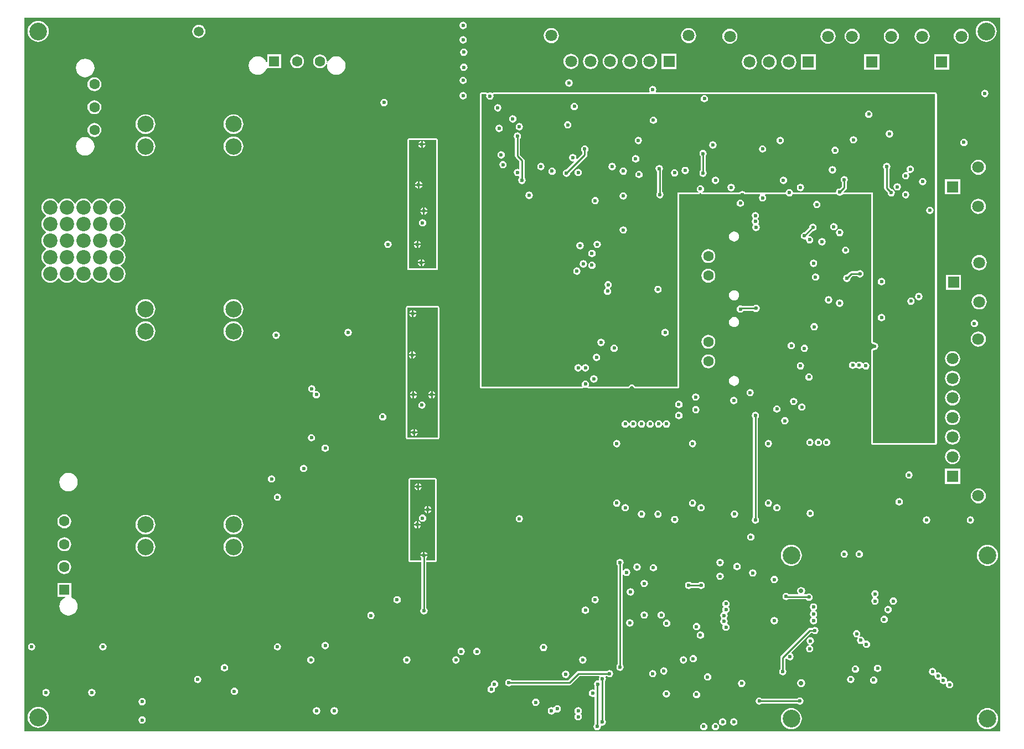
<source format=gbl>
G04*
G04 #@! TF.GenerationSoftware,Altium Limited,Altium Designer,19.1.7 (138)*
G04*
G04 Layer_Physical_Order=4*
G04 Layer_Color=16711680*
%FSLAX25Y25*%
%MOIN*%
G70*
G01*
G75*
%ADD11C,0.01000*%
%ADD125R,0.07087X0.07087*%
%ADD126C,0.07087*%
%ADD127C,0.06299*%
%ADD128R,0.06299X0.06299*%
%ADD129C,0.05906*%
%ADD130R,0.05906X0.05906*%
%ADD131C,0.10630*%
%ADD132C,0.08661*%
%ADD133R,0.06299X0.06299*%
%ADD134R,0.07087X0.07087*%
%ADD135C,0.02756*%
%ADD136C,0.09843*%
%ADD137C,0.02362*%
G36*
X589022Y1529D02*
X1529D01*
Y431541D01*
X589022D01*
X589022Y1529D01*
D02*
G37*
%LPC*%
G36*
X265748Y428996D02*
X264897Y428826D01*
X264176Y428344D01*
X263693Y427623D01*
X263524Y426772D01*
X263693Y425921D01*
X264176Y425199D01*
X264897Y424717D01*
X265748Y424548D01*
X266599Y424717D01*
X267320Y425199D01*
X267803Y425921D01*
X267972Y426772D01*
X267803Y427623D01*
X267320Y428344D01*
X266599Y428826D01*
X265748Y428996D01*
D02*
G37*
G36*
X106546Y427215D02*
X105514Y427079D01*
X104552Y426681D01*
X103726Y426048D01*
X103093Y425222D01*
X102695Y424260D01*
X102559Y423228D01*
X102695Y422196D01*
X103093Y421235D01*
X103726Y420409D01*
X104552Y419776D01*
X105514Y419377D01*
X106546Y419242D01*
X107577Y419377D01*
X108539Y419776D01*
X109365Y420409D01*
X109998Y421235D01*
X110397Y422196D01*
X110532Y423228D01*
X110397Y424260D01*
X109998Y425222D01*
X109365Y426048D01*
X108539Y426681D01*
X107577Y427079D01*
X106546Y427215D01*
D02*
G37*
G36*
X580709Y429574D02*
X579471Y429452D01*
X578280Y429091D01*
X577183Y428505D01*
X576222Y427715D01*
X575432Y426754D01*
X574846Y425657D01*
X574485Y424466D01*
X574363Y423228D01*
X574485Y421990D01*
X574846Y420800D01*
X575432Y419703D01*
X576222Y418741D01*
X577183Y417952D01*
X578280Y417366D01*
X579471Y417005D01*
X580709Y416883D01*
X581947Y417005D01*
X583137Y417366D01*
X584234Y417952D01*
X585196Y418741D01*
X585985Y419703D01*
X586571Y420800D01*
X586932Y421990D01*
X587054Y423228D01*
X586932Y424466D01*
X586571Y425657D01*
X585985Y426754D01*
X585196Y427715D01*
X584234Y428505D01*
X583137Y429091D01*
X581947Y429452D01*
X580709Y429574D01*
D02*
G37*
G36*
X9843D02*
X8605Y429452D01*
X7414Y429091D01*
X6317Y428505D01*
X5356Y427715D01*
X4566Y426754D01*
X3980Y425657D01*
X3619Y424466D01*
X3497Y423228D01*
X3619Y421990D01*
X3980Y420800D01*
X4566Y419703D01*
X5356Y418741D01*
X6317Y417952D01*
X7414Y417366D01*
X8605Y417005D01*
X9843Y416883D01*
X11080Y417005D01*
X12271Y417366D01*
X13368Y417952D01*
X14330Y418741D01*
X15119Y419703D01*
X15705Y420800D01*
X16066Y421990D01*
X16188Y423228D01*
X16066Y424466D01*
X15705Y425657D01*
X15119Y426754D01*
X14330Y427715D01*
X13368Y428505D01*
X12271Y429091D01*
X11080Y429452D01*
X9843Y429574D01*
D02*
G37*
G36*
X401575Y425229D02*
X400389Y425073D01*
X399284Y424615D01*
X398335Y423887D01*
X397606Y422938D01*
X397148Y421833D01*
X396992Y420647D01*
X397148Y419461D01*
X397606Y418355D01*
X398335Y417406D01*
X399284Y416678D01*
X400389Y416220D01*
X401575Y416064D01*
X402761Y416220D01*
X403866Y416678D01*
X404815Y417406D01*
X405543Y418355D01*
X406001Y419461D01*
X406157Y420647D01*
X406001Y421833D01*
X405543Y422938D01*
X404815Y423887D01*
X403866Y424615D01*
X402761Y425073D01*
X401575Y425229D01*
D02*
G37*
G36*
X318898D02*
X317712Y425073D01*
X316606Y424615D01*
X315657Y423887D01*
X314929Y422938D01*
X314471Y421833D01*
X314315Y420647D01*
X314471Y419461D01*
X314929Y418355D01*
X315657Y417406D01*
X316606Y416678D01*
X317712Y416220D01*
X318898Y416064D01*
X320084Y416220D01*
X321189Y416678D01*
X322138Y417406D01*
X322866Y418355D01*
X323324Y419461D01*
X323480Y420647D01*
X323324Y421833D01*
X322866Y422938D01*
X322138Y423887D01*
X321189Y424615D01*
X320084Y425073D01*
X318898Y425229D01*
D02*
G37*
G36*
X265748Y420334D02*
X264897Y420165D01*
X264176Y419683D01*
X263693Y418961D01*
X263524Y418110D01*
X263693Y417259D01*
X264176Y416538D01*
X264897Y416056D01*
X265748Y415886D01*
X266599Y416056D01*
X267320Y416538D01*
X267803Y417259D01*
X267972Y418110D01*
X267803Y418961D01*
X267320Y419683D01*
X266599Y420165D01*
X265748Y420334D01*
D02*
G37*
G36*
X485433Y424835D02*
X484247Y424679D01*
X483142Y424222D01*
X482193Y423493D01*
X481464Y422544D01*
X481007Y421439D01*
X480851Y420253D01*
X481007Y419067D01*
X481464Y417962D01*
X482193Y417013D01*
X483142Y416284D01*
X484247Y415827D01*
X485433Y415670D01*
X486619Y415827D01*
X487724Y416284D01*
X488673Y417013D01*
X489402Y417962D01*
X489859Y419067D01*
X490016Y420253D01*
X489859Y421439D01*
X489402Y422544D01*
X488673Y423493D01*
X487724Y424222D01*
X486619Y424679D01*
X485433Y424835D01*
D02*
G37*
G36*
X426378D02*
X425192Y424679D01*
X424087Y424222D01*
X423138Y423493D01*
X422409Y422544D01*
X421952Y421439D01*
X421796Y420253D01*
X421952Y419067D01*
X422409Y417962D01*
X423138Y417013D01*
X424087Y416284D01*
X425192Y415827D01*
X426378Y415670D01*
X427564Y415827D01*
X428669Y416284D01*
X429618Y417013D01*
X430347Y417962D01*
X430804Y419067D01*
X430961Y420253D01*
X430804Y421439D01*
X430347Y422544D01*
X429618Y423493D01*
X428669Y424222D01*
X427564Y424679D01*
X426378Y424835D01*
D02*
G37*
G36*
X565748Y424834D02*
X564562Y424678D01*
X563457Y424221D01*
X562508Y423492D01*
X561779Y422543D01*
X561322Y421438D01*
X561166Y420252D01*
X561322Y419066D01*
X561779Y417961D01*
X562508Y417012D01*
X563457Y416283D01*
X564562Y415826D01*
X565748Y415669D01*
X566934Y415826D01*
X568039Y416283D01*
X568988Y417012D01*
X569717Y417961D01*
X570174Y419066D01*
X570330Y420252D01*
X570174Y421438D01*
X569717Y422543D01*
X568988Y423492D01*
X568039Y424221D01*
X566934Y424678D01*
X565748Y424834D01*
D02*
G37*
G36*
X542126D02*
X540940Y424678D01*
X539835Y424221D01*
X538886Y423492D01*
X538157Y422543D01*
X537700Y421438D01*
X537543Y420252D01*
X537700Y419066D01*
X538157Y417961D01*
X538886Y417012D01*
X539835Y416283D01*
X540940Y415826D01*
X542126Y415669D01*
X543312Y415826D01*
X544417Y416283D01*
X545366Y417012D01*
X546095Y417961D01*
X546552Y419066D01*
X546708Y420252D01*
X546552Y421438D01*
X546095Y422543D01*
X545366Y423492D01*
X544417Y424221D01*
X543312Y424678D01*
X542126Y424834D01*
D02*
G37*
G36*
X523622D02*
X522436Y424678D01*
X521331Y424221D01*
X520382Y423492D01*
X519654Y422543D01*
X519196Y421438D01*
X519039Y420252D01*
X519196Y419066D01*
X519654Y417961D01*
X520382Y417012D01*
X521331Y416283D01*
X522436Y415826D01*
X523622Y415669D01*
X524808Y415826D01*
X525913Y416283D01*
X526862Y417012D01*
X527591Y417961D01*
X528048Y419066D01*
X528204Y420252D01*
X528048Y421438D01*
X527591Y422543D01*
X526862Y423492D01*
X525913Y424221D01*
X524808Y424678D01*
X523622Y424834D01*
D02*
G37*
G36*
X500000D02*
X498814Y424678D01*
X497709Y424221D01*
X496760Y423492D01*
X496031Y422543D01*
X495574Y421438D01*
X495417Y420252D01*
X495574Y419066D01*
X496031Y417961D01*
X496760Y417012D01*
X497709Y416283D01*
X498814Y415826D01*
X500000Y415669D01*
X501186Y415826D01*
X502291Y416283D01*
X503240Y417012D01*
X503969Y417961D01*
X504426Y419066D01*
X504583Y420252D01*
X504426Y421438D01*
X503969Y422543D01*
X503240Y423492D01*
X502291Y424221D01*
X501186Y424678D01*
X500000Y424834D01*
D02*
G37*
G36*
X266142Y412854D02*
X265291Y412684D01*
X264569Y412202D01*
X264087Y411481D01*
X263918Y410630D01*
X264087Y409779D01*
X264569Y409057D01*
X265291Y408575D01*
X266142Y408406D01*
X266993Y408575D01*
X267714Y409057D01*
X268196Y409779D01*
X268366Y410630D01*
X268196Y411481D01*
X267714Y412202D01*
X266993Y412684D01*
X266142Y412854D01*
D02*
G37*
G36*
X156118Y409283D02*
X147819D01*
Y404660D01*
X147319Y404561D01*
X146954Y405441D01*
X146068Y406596D01*
X144914Y407482D01*
X143569Y408039D01*
X142126Y408229D01*
X140683Y408039D01*
X139338Y407482D01*
X138184Y406596D01*
X137298Y405441D01*
X136741Y404097D01*
X136551Y402654D01*
X136741Y401211D01*
X137298Y399866D01*
X138184Y398711D01*
X139338Y397825D01*
X140683Y397268D01*
X142126Y397078D01*
X143569Y397268D01*
X144914Y397825D01*
X146068Y398711D01*
X146954Y399866D01*
X147368Y400865D01*
X147819Y400984D01*
X147959Y400984D01*
X156118D01*
Y409283D01*
D02*
G37*
G36*
X165748Y409319D02*
X164665Y409177D01*
X163655Y408758D01*
X162788Y408093D01*
X162123Y407227D01*
X161705Y406217D01*
X161563Y405134D01*
X161705Y404051D01*
X162123Y403041D01*
X162788Y402174D01*
X163655Y401509D01*
X164665Y401091D01*
X165748Y400948D01*
X166831Y401091D01*
X167841Y401509D01*
X168708Y402174D01*
X169373Y403041D01*
X169791Y404051D01*
X169933Y405134D01*
X169791Y406217D01*
X169373Y407227D01*
X168708Y408093D01*
X167841Y408758D01*
X166831Y409177D01*
X165748Y409319D01*
D02*
G37*
G36*
X394307Y409678D02*
X385221D01*
Y400592D01*
X394307D01*
Y409678D01*
D02*
G37*
G36*
X377953Y409717D02*
X376767Y409561D01*
X375661Y409103D01*
X374712Y408375D01*
X373984Y407426D01*
X373526Y406321D01*
X373370Y405135D01*
X373526Y403949D01*
X373984Y402844D01*
X374712Y401895D01*
X375661Y401166D01*
X376767Y400708D01*
X377953Y400552D01*
X379139Y400708D01*
X380244Y401166D01*
X381193Y401895D01*
X381921Y402844D01*
X382379Y403949D01*
X382535Y405135D01*
X382379Y406321D01*
X381921Y407426D01*
X381193Y408375D01*
X380244Y409103D01*
X379139Y409561D01*
X377953Y409717D01*
D02*
G37*
G36*
X366142D02*
X364956Y409561D01*
X363850Y409103D01*
X362901Y408375D01*
X362173Y407426D01*
X361715Y406321D01*
X361559Y405135D01*
X361715Y403949D01*
X362173Y402844D01*
X362901Y401895D01*
X363850Y401166D01*
X364956Y400708D01*
X366142Y400552D01*
X367328Y400708D01*
X368433Y401166D01*
X369382Y401895D01*
X370110Y402844D01*
X370568Y403949D01*
X370724Y405135D01*
X370568Y406321D01*
X370110Y407426D01*
X369382Y408375D01*
X368433Y409103D01*
X367328Y409561D01*
X366142Y409717D01*
D02*
G37*
G36*
X354331D02*
X353145Y409561D01*
X352040Y409103D01*
X351090Y408375D01*
X350362Y407426D01*
X349904Y406321D01*
X349748Y405135D01*
X349904Y403949D01*
X350362Y402844D01*
X351090Y401895D01*
X352040Y401166D01*
X353145Y400708D01*
X354331Y400552D01*
X355517Y400708D01*
X356622Y401166D01*
X357571Y401895D01*
X358299Y402844D01*
X358757Y403949D01*
X358913Y405135D01*
X358757Y406321D01*
X358299Y407426D01*
X357571Y408375D01*
X356622Y409103D01*
X355517Y409561D01*
X354331Y409717D01*
D02*
G37*
G36*
X342520D02*
X341334Y409561D01*
X340228Y409103D01*
X339279Y408375D01*
X338551Y407426D01*
X338093Y406321D01*
X337937Y405135D01*
X338093Y403949D01*
X338551Y402844D01*
X339279Y401895D01*
X340228Y401166D01*
X341334Y400708D01*
X342520Y400552D01*
X343706Y400708D01*
X344811Y401166D01*
X345760Y401895D01*
X346488Y402844D01*
X346946Y403949D01*
X347102Y405135D01*
X346946Y406321D01*
X346488Y407426D01*
X345760Y408375D01*
X344811Y409103D01*
X343706Y409561D01*
X342520Y409717D01*
D02*
G37*
G36*
X330709D02*
X329523Y409561D01*
X328417Y409103D01*
X327468Y408375D01*
X326740Y407426D01*
X326282Y406321D01*
X326126Y405135D01*
X326282Y403949D01*
X326740Y402844D01*
X327468Y401895D01*
X328417Y401166D01*
X329523Y400708D01*
X330709Y400552D01*
X331895Y400708D01*
X333000Y401166D01*
X333949Y401895D01*
X334677Y402844D01*
X335135Y403949D01*
X335291Y405135D01*
X335135Y406321D01*
X334677Y407426D01*
X333949Y408375D01*
X333000Y409103D01*
X331895Y409561D01*
X330709Y409717D01*
D02*
G37*
G36*
X478165Y409284D02*
X469079D01*
Y400198D01*
X478165D01*
Y409284D01*
D02*
G37*
G36*
X558480Y409283D02*
X549394D01*
Y400197D01*
X558480D01*
Y409283D01*
D02*
G37*
G36*
X516354D02*
X507268D01*
Y400197D01*
X516354D01*
Y409283D01*
D02*
G37*
G36*
X461811Y409324D02*
X460625Y409167D01*
X459520Y408710D01*
X458571Y407981D01*
X457842Y407032D01*
X457385Y405927D01*
X457229Y404741D01*
X457385Y403555D01*
X457842Y402450D01*
X458571Y401501D01*
X459520Y400773D01*
X460625Y400315D01*
X461811Y400159D01*
X462997Y400315D01*
X464102Y400773D01*
X465051Y401501D01*
X465780Y402450D01*
X466237Y403555D01*
X466394Y404741D01*
X466237Y405927D01*
X465780Y407032D01*
X465051Y407981D01*
X464102Y408710D01*
X462997Y409167D01*
X461811Y409324D01*
D02*
G37*
G36*
X450000D02*
X448814Y409167D01*
X447709Y408710D01*
X446760Y407981D01*
X446032Y407032D01*
X445574Y405927D01*
X445417Y404741D01*
X445574Y403555D01*
X446032Y402450D01*
X446760Y401501D01*
X447709Y400773D01*
X448814Y400315D01*
X450000Y400159D01*
X451186Y400315D01*
X452291Y400773D01*
X453240Y401501D01*
X453969Y402450D01*
X454426Y403555D01*
X454583Y404741D01*
X454426Y405927D01*
X453969Y407032D01*
X453240Y407981D01*
X452291Y408710D01*
X451186Y409167D01*
X450000Y409324D01*
D02*
G37*
G36*
X438189D02*
X437003Y409167D01*
X435898Y408710D01*
X434949Y407981D01*
X434220Y407032D01*
X433763Y405927D01*
X433606Y404741D01*
X433763Y403555D01*
X434220Y402450D01*
X434949Y401501D01*
X435898Y400773D01*
X437003Y400315D01*
X438189Y400159D01*
X439375Y400315D01*
X440480Y400773D01*
X441429Y401501D01*
X442158Y402450D01*
X442615Y403555D01*
X442771Y404741D01*
X442615Y405927D01*
X442158Y407032D01*
X441429Y407981D01*
X440480Y408710D01*
X439375Y409167D01*
X438189Y409324D01*
D02*
G37*
G36*
X266142Y403799D02*
X265291Y403629D01*
X264569Y403147D01*
X264087Y402426D01*
X263918Y401575D01*
X264087Y400724D01*
X264569Y400002D01*
X265291Y399520D01*
X266142Y399351D01*
X266993Y399520D01*
X267714Y400002D01*
X268196Y400724D01*
X268366Y401575D01*
X268196Y402426D01*
X267714Y403147D01*
X266993Y403629D01*
X266142Y403799D01*
D02*
G37*
G36*
X179528Y409319D02*
X178444Y409177D01*
X177435Y408758D01*
X176568Y408093D01*
X175903Y407227D01*
X175485Y406217D01*
X175342Y405134D01*
X175485Y404051D01*
X175903Y403041D01*
X176568Y402174D01*
X177435Y401509D01*
X178444Y401091D01*
X179528Y400948D01*
X180611Y401091D01*
X181620Y401509D01*
X182487Y402174D01*
X183152Y403041D01*
X183430Y403711D01*
X183917Y403581D01*
X183795Y402654D01*
X183985Y401211D01*
X184542Y399866D01*
X185428Y398711D01*
X186582Y397825D01*
X187927Y397268D01*
X189370Y397078D01*
X190813Y397268D01*
X192158Y397825D01*
X193312Y398711D01*
X194198Y399866D01*
X194755Y401211D01*
X194945Y402654D01*
X194755Y404097D01*
X194198Y405441D01*
X193312Y406596D01*
X192158Y407482D01*
X190813Y408039D01*
X189370Y408229D01*
X187927Y408039D01*
X186582Y407482D01*
X185428Y406596D01*
X184542Y405441D01*
X184125Y404436D01*
X183638Y404567D01*
X183713Y405134D01*
X183570Y406217D01*
X183152Y407227D01*
X182487Y408093D01*
X181620Y408758D01*
X180611Y409177D01*
X179528Y409319D01*
D02*
G37*
G36*
X38110Y406756D02*
X36667Y406566D01*
X35323Y406009D01*
X34168Y405123D01*
X33282Y403969D01*
X32725Y402624D01*
X32535Y401181D01*
X32725Y399738D01*
X33282Y398394D01*
X34168Y397239D01*
X35323Y396353D01*
X36667Y395796D01*
X38110Y395606D01*
X39553Y395796D01*
X40898Y396353D01*
X42053Y397239D01*
X42939Y398394D01*
X43496Y399738D01*
X43685Y401181D01*
X43496Y402624D01*
X42939Y403969D01*
X42053Y405123D01*
X40898Y406009D01*
X39553Y406566D01*
X38110Y406756D01*
D02*
G37*
G36*
X265748Y395925D02*
X264897Y395755D01*
X264176Y395273D01*
X263693Y394552D01*
X263524Y393701D01*
X263693Y392850D01*
X264176Y392128D01*
X264897Y391646D01*
X265748Y391477D01*
X266599Y391646D01*
X267320Y392128D01*
X267803Y392850D01*
X267972Y393701D01*
X267803Y394552D01*
X267320Y395273D01*
X266599Y395755D01*
X265748Y395925D01*
D02*
G37*
G36*
X329528Y394350D02*
X328677Y394180D01*
X327955Y393699D01*
X327473Y392977D01*
X327304Y392126D01*
X327473Y391275D01*
X327955Y390553D01*
X328677Y390071D01*
X329528Y389902D01*
X330379Y390071D01*
X331100Y390553D01*
X331582Y391275D01*
X331751Y392126D01*
X331582Y392977D01*
X331100Y393699D01*
X330379Y394180D01*
X329528Y394350D01*
D02*
G37*
G36*
X43701Y395524D02*
X42617Y395381D01*
X41608Y394963D01*
X40741Y394298D01*
X40076Y393431D01*
X39658Y392422D01*
X39515Y391339D01*
X39658Y390255D01*
X40076Y389246D01*
X40741Y388379D01*
X41608Y387714D01*
X42617Y387296D01*
X43701Y387153D01*
X44784Y387296D01*
X45794Y387714D01*
X46660Y388379D01*
X47326Y389246D01*
X47744Y390255D01*
X47886Y391339D01*
X47744Y392422D01*
X47326Y393431D01*
X46660Y394298D01*
X45794Y394963D01*
X44784Y395381D01*
X43701Y395524D01*
D02*
G37*
G36*
X379921Y390413D02*
X379070Y390244D01*
X378349Y389761D01*
X377867Y389040D01*
X377697Y388189D01*
X377867Y387338D01*
X378124Y386953D01*
X377857Y386453D01*
X284279Y386453D01*
X284158Y386428D01*
X284034Y386423D01*
X283964Y386390D01*
X283889Y386375D01*
X283786Y386306D01*
X283674Y386253D01*
X283622Y386197D01*
X283558Y386154D01*
X283489Y386051D01*
X283406Y385959D01*
X283297Y385935D01*
X282741Y386307D01*
X281890Y386476D01*
X281039Y386307D01*
X280483Y385935D01*
X280374Y385959D01*
X280290Y386051D01*
X280221Y386154D01*
X280157Y386197D01*
X280106Y386253D01*
X279993Y386306D01*
X279890Y386375D01*
X279815Y386390D01*
X279746Y386423D01*
X279622Y386428D01*
X279500Y386453D01*
X276944D01*
X276554Y386375D01*
X276223Y386154D01*
X276002Y385823D01*
X275924Y385433D01*
Y209055D01*
X276002Y208665D01*
X276223Y208334D01*
X276554Y208113D01*
X276944Y208035D01*
X337198D01*
X337345Y208065D01*
X337494Y208079D01*
X337538Y208103D01*
X337588Y208113D01*
X337713Y208196D01*
X337845Y208267D01*
X337877Y208306D01*
X337919Y208334D01*
X338002Y208459D01*
X338097Y208575D01*
X338405Y208652D01*
X338519Y208575D01*
X339370Y208406D01*
X340221Y208575D01*
X340335Y208652D01*
X340643Y208575D01*
X340738Y208459D01*
X340821Y208334D01*
X340863Y208306D01*
X340896Y208267D01*
X341028Y208196D01*
X341152Y208113D01*
X341202Y208103D01*
X341246Y208079D01*
X341395Y208065D01*
X341542Y208035D01*
X365256D01*
X365354Y208055D01*
X365455Y208055D01*
X365547Y208094D01*
X365646Y208113D01*
X365729Y208169D01*
X365822Y208207D01*
X365893Y208278D01*
X365977Y208334D01*
X366032Y208418D01*
X366103Y208489D01*
X366142Y208581D01*
X366198Y208665D01*
X366200Y208678D01*
X366485Y209105D01*
X366870Y209362D01*
X367323Y209452D01*
X367776Y209362D01*
X368160Y209105D01*
X368445Y208678D01*
X368448Y208665D01*
X368504Y208581D01*
X368542Y208489D01*
X368613Y208418D01*
X368669Y208334D01*
X368753Y208278D01*
X368824Y208207D01*
X368916Y208169D01*
X369000Y208113D01*
X369098Y208094D01*
X369191Y208055D01*
X369291Y208055D01*
X369390Y208035D01*
X394882D01*
X395272Y208113D01*
X395603Y208334D01*
X395824Y208665D01*
X395901Y209055D01*
Y324965D01*
X407371D01*
X407420Y324974D01*
X407471Y324970D01*
X407614Y325013D01*
X407761Y325042D01*
X407803Y325070D01*
X407852Y325085D01*
X407967Y325180D01*
X408092Y325263D01*
X408120Y325305D01*
X408159Y325337D01*
X408230Y325469D01*
X408313Y325594D01*
X408323Y325644D01*
X408347Y325688D01*
X408400Y325865D01*
X408923D01*
X408976Y325688D01*
X409000Y325644D01*
X409010Y325594D01*
X409093Y325469D01*
X409164Y325337D01*
X409203Y325305D01*
X409231Y325263D01*
X409355Y325180D01*
X409471Y325085D01*
X409520Y325070D01*
X409562Y325042D01*
X409709Y325013D01*
X409852Y324970D01*
X409902Y324974D01*
X409952Y324965D01*
X432024D01*
X432123Y324984D01*
X432223D01*
X432316Y325023D01*
X432414Y325042D01*
X432498Y325098D01*
X432591Y325136D01*
X432662Y325207D01*
X432745Y325263D01*
X432801Y325347D01*
X432872Y325418D01*
X433021Y325641D01*
X433405Y325897D01*
X433858Y325987D01*
X434311Y325897D01*
X434696Y325641D01*
X434844Y325418D01*
X434915Y325347D01*
X434971Y325263D01*
X435055Y325207D01*
X435126Y325136D01*
X435219Y325098D01*
X435302Y325042D01*
X435401Y325023D01*
X435493Y324984D01*
X435594D01*
X435692Y324965D01*
X444425D01*
X444577Y324465D01*
X444490Y324407D01*
X444008Y323686D01*
X443839Y322835D01*
X444008Y321984D01*
X444490Y321262D01*
X445212Y320780D01*
X446063Y320611D01*
X446914Y320780D01*
X447636Y321262D01*
X448117Y321984D01*
X448287Y322835D01*
X448117Y323686D01*
X447636Y324407D01*
X447549Y324465D01*
X447701Y324965D01*
X459981D01*
X460079Y324984D01*
X460180D01*
X460235Y325007D01*
X460632Y324412D01*
X461354Y323930D01*
X462205Y323760D01*
X463056Y323930D01*
X463777Y324412D01*
X464175Y325007D01*
X464230Y324984D01*
X464330D01*
X464429Y324965D01*
X489980D01*
X490030Y324974D01*
X490080Y324970D01*
X490223Y325013D01*
X490370Y325042D01*
X490690Y324966D01*
X490921Y324845D01*
X490947Y324805D01*
X491669Y324323D01*
X492520Y324154D01*
X493371Y324323D01*
X494092Y324805D01*
X494118Y324845D01*
X494350Y324966D01*
X494669Y325042D01*
X494816Y325013D01*
X494959Y324970D01*
X495010Y324974D01*
X495059Y324965D01*
X511579D01*
Y236021D01*
X511589Y235972D01*
X511584Y235922D01*
X511627Y235778D01*
X511657Y235631D01*
X511685Y235589D01*
X511699Y235541D01*
X511794Y235425D01*
X511877Y235300D01*
X511919Y235272D01*
X511952Y235233D01*
X512452Y234823D01*
X512496Y234799D01*
X512532Y234763D01*
X512670Y234706D01*
X512803Y234635D01*
X512853Y234630D01*
X512899Y234611D01*
X513049D01*
X513198Y234596D01*
X513247Y234611D01*
X513297D01*
X513487Y234649D01*
X513940Y234559D01*
X514325Y234302D01*
X514581Y233918D01*
X514672Y233465D01*
X514581Y233011D01*
X514325Y232627D01*
X513940Y232370D01*
X513487Y232280D01*
X513297Y232318D01*
X513247D01*
X513198Y232333D01*
X513049Y232318D01*
X512899D01*
X512853Y232299D01*
X512803Y232294D01*
X512670Y232223D01*
X512532Y232166D01*
X512496Y232130D01*
X512452Y232106D01*
X511952Y231696D01*
X511919Y231657D01*
X511877Y231629D01*
X511794Y231504D01*
X511699Y231388D01*
X511685Y231340D01*
X511657Y231298D01*
X511627Y231151D01*
X511584Y231008D01*
X511589Y230957D01*
X511579Y230908D01*
Y175197D01*
X511657Y174807D01*
X511877Y174476D01*
X512208Y174255D01*
X512598Y174177D01*
X550000D01*
X550390Y174255D01*
X550721Y174476D01*
X550942Y174807D01*
X551020Y175197D01*
X551020Y385433D01*
X550942Y385823D01*
X550721Y386154D01*
X550390Y386375D01*
X550000Y386453D01*
X381986Y386453D01*
X381718Y386953D01*
X381976Y387338D01*
X382145Y388189D01*
X381976Y389040D01*
X381494Y389761D01*
X380772Y390244D01*
X379921Y390413D01*
D02*
G37*
G36*
X579921Y388051D02*
X579070Y387881D01*
X578349Y387399D01*
X577867Y386678D01*
X577697Y385827D01*
X577867Y384976D01*
X578349Y384254D01*
X579070Y383772D01*
X579921Y383603D01*
X580772Y383772D01*
X581494Y384254D01*
X581976Y384976D01*
X582145Y385827D01*
X581976Y386678D01*
X581494Y387399D01*
X580772Y387881D01*
X579921Y388051D01*
D02*
G37*
G36*
X265748Y386673D02*
X264897Y386503D01*
X264176Y386021D01*
X263693Y385300D01*
X263524Y384449D01*
X263693Y383598D01*
X264176Y382876D01*
X264897Y382394D01*
X265748Y382225D01*
X266599Y382394D01*
X267320Y382876D01*
X267803Y383598D01*
X267972Y384449D01*
X267803Y385300D01*
X267320Y386021D01*
X266599Y386503D01*
X265748Y386673D01*
D02*
G37*
G36*
X218110Y382539D02*
X217259Y382369D01*
X216538Y381887D01*
X216056Y381166D01*
X215886Y380315D01*
X216056Y379464D01*
X216538Y378743D01*
X217259Y378260D01*
X218110Y378091D01*
X218961Y378260D01*
X219683Y378743D01*
X220165Y379464D01*
X220334Y380315D01*
X220165Y381166D01*
X219683Y381887D01*
X218961Y382369D01*
X218110Y382539D01*
D02*
G37*
G36*
X43701Y381745D02*
X42617Y381602D01*
X41608Y381184D01*
X40741Y380519D01*
X40076Y379652D01*
X39658Y378642D01*
X39515Y377559D01*
X39658Y376476D01*
X40076Y375466D01*
X40741Y374600D01*
X41608Y373934D01*
X42617Y373516D01*
X43701Y373374D01*
X44784Y373516D01*
X45794Y373934D01*
X46660Y374600D01*
X47326Y375466D01*
X47744Y376476D01*
X47886Y377559D01*
X47744Y378642D01*
X47326Y379652D01*
X46660Y380519D01*
X45794Y381184D01*
X44784Y381602D01*
X43701Y381745D01*
D02*
G37*
G36*
X127441Y373273D02*
X126280Y373158D01*
X125164Y372820D01*
X124135Y372270D01*
X123234Y371530D01*
X122494Y370628D01*
X121944Y369600D01*
X121605Y368484D01*
X121491Y367323D01*
X121605Y366162D01*
X121944Y365046D01*
X122494Y364017D01*
X123234Y363116D01*
X124135Y362376D01*
X125164Y361826D01*
X126280Y361487D01*
X127441Y361373D01*
X128602Y361487D01*
X129718Y361826D01*
X130746Y362376D01*
X131648Y363116D01*
X132388Y364017D01*
X132938Y365046D01*
X133276Y366162D01*
X133391Y367323D01*
X133276Y368484D01*
X132938Y369600D01*
X132388Y370628D01*
X131648Y371530D01*
X130746Y372270D01*
X129718Y372820D01*
X128602Y373158D01*
X127441Y373273D01*
D02*
G37*
G36*
X74410D02*
X73249Y373158D01*
X72132Y372820D01*
X71104Y372270D01*
X70202Y371530D01*
X69462Y370628D01*
X68913Y369600D01*
X68574Y368484D01*
X68459Y367323D01*
X68574Y366162D01*
X68913Y365046D01*
X69462Y364017D01*
X70202Y363116D01*
X71104Y362376D01*
X72132Y361826D01*
X73249Y361487D01*
X74410Y361373D01*
X75570Y361487D01*
X76686Y361826D01*
X77715Y362376D01*
X78617Y363116D01*
X79357Y364017D01*
X79906Y365046D01*
X80245Y366162D01*
X80359Y367323D01*
X80245Y368484D01*
X79906Y369600D01*
X79357Y370628D01*
X78617Y371530D01*
X77715Y372270D01*
X76686Y372820D01*
X75570Y373158D01*
X74410Y373273D01*
D02*
G37*
G36*
X43701Y367965D02*
X42617Y367822D01*
X41608Y367404D01*
X40741Y366739D01*
X40076Y365872D01*
X39658Y364863D01*
X39515Y363779D01*
X39658Y362696D01*
X40076Y361687D01*
X40741Y360820D01*
X41608Y360155D01*
X42617Y359737D01*
X43701Y359594D01*
X44784Y359737D01*
X45794Y360155D01*
X46660Y360820D01*
X47326Y361687D01*
X47744Y362696D01*
X47886Y363779D01*
X47744Y364863D01*
X47326Y365872D01*
X46660Y366739D01*
X45794Y367404D01*
X44784Y367822D01*
X43701Y367965D01*
D02*
G37*
G36*
X567323Y358523D02*
X566472Y358354D01*
X565750Y357872D01*
X565268Y357150D01*
X565099Y356299D01*
X565268Y355448D01*
X565750Y354727D01*
X566472Y354245D01*
X567323Y354075D01*
X568174Y354245D01*
X568895Y354727D01*
X569377Y355448D01*
X569547Y356299D01*
X569377Y357150D01*
X568895Y357872D01*
X568174Y358354D01*
X567323Y358523D01*
D02*
G37*
G36*
X38110Y359512D02*
X36667Y359322D01*
X35323Y358765D01*
X34168Y357879D01*
X33282Y356725D01*
X32725Y355380D01*
X32535Y353937D01*
X32725Y352494D01*
X33282Y351149D01*
X34168Y349995D01*
X35323Y349109D01*
X36667Y348552D01*
X38110Y348362D01*
X39553Y348552D01*
X40898Y349109D01*
X42053Y349995D01*
X42939Y351149D01*
X43496Y352494D01*
X43685Y353937D01*
X43496Y355380D01*
X42939Y356725D01*
X42053Y357879D01*
X40898Y358765D01*
X39553Y359322D01*
X38110Y359512D01*
D02*
G37*
G36*
X127441Y359887D02*
X126280Y359773D01*
X125164Y359434D01*
X124135Y358884D01*
X123234Y358144D01*
X122494Y357243D01*
X121944Y356214D01*
X121605Y355098D01*
X121491Y353937D01*
X121605Y352776D01*
X121944Y351660D01*
X122494Y350631D01*
X123234Y349730D01*
X124135Y348990D01*
X125164Y348440D01*
X126280Y348101D01*
X127441Y347987D01*
X128602Y348101D01*
X129718Y348440D01*
X130746Y348990D01*
X131648Y349730D01*
X132388Y350631D01*
X132938Y351660D01*
X133276Y352776D01*
X133391Y353937D01*
X133276Y355098D01*
X132938Y356214D01*
X132388Y357243D01*
X131648Y358144D01*
X130746Y358884D01*
X129718Y359434D01*
X128602Y359773D01*
X127441Y359887D01*
D02*
G37*
G36*
X74410D02*
X73249Y359773D01*
X72132Y359434D01*
X71104Y358884D01*
X70202Y358144D01*
X69462Y357243D01*
X68913Y356214D01*
X68574Y355098D01*
X68459Y353937D01*
X68574Y352776D01*
X68913Y351660D01*
X69462Y350631D01*
X70202Y349730D01*
X71104Y348990D01*
X72132Y348440D01*
X73249Y348101D01*
X74410Y347987D01*
X75570Y348101D01*
X76686Y348440D01*
X77715Y348990D01*
X78617Y349730D01*
X79357Y350631D01*
X79906Y351660D01*
X80245Y352776D01*
X80359Y353937D01*
X80245Y355098D01*
X79906Y356214D01*
X79357Y357243D01*
X78617Y358144D01*
X77715Y358884D01*
X76686Y359434D01*
X75570Y359773D01*
X74410Y359887D01*
D02*
G37*
G36*
X575984Y345921D02*
X574798Y345765D01*
X573693Y345307D01*
X572744Y344579D01*
X572016Y343630D01*
X571558Y342525D01*
X571402Y341339D01*
X571558Y340153D01*
X572016Y339047D01*
X572744Y338098D01*
X573693Y337370D01*
X574798Y336912D01*
X575984Y336756D01*
X577170Y336912D01*
X578275Y337370D01*
X579225Y338098D01*
X579953Y339047D01*
X580411Y340153D01*
X580567Y341339D01*
X580411Y342525D01*
X579953Y343630D01*
X579225Y344579D01*
X578275Y345307D01*
X577170Y345765D01*
X575984Y345921D01*
D02*
G37*
G36*
X565016Y334071D02*
X555929D01*
Y324984D01*
X565016D01*
Y334071D01*
D02*
G37*
G36*
X57087Y322463D02*
X55695Y322280D01*
X54398Y321743D01*
X53285Y320888D01*
X52430Y319775D01*
X52337Y319549D01*
X51837D01*
X51743Y319775D01*
X50889Y320888D01*
X49775Y321743D01*
X48478Y322280D01*
X47087Y322463D01*
X45695Y322280D01*
X44398Y321743D01*
X43285Y320888D01*
X42430Y319775D01*
X42337Y319549D01*
X41837D01*
X41743Y319775D01*
X40889Y320888D01*
X39775Y321743D01*
X38478Y322280D01*
X37087Y322463D01*
X35695Y322280D01*
X34398Y321743D01*
X33285Y320888D01*
X32430Y319775D01*
X32337Y319549D01*
X31837D01*
X31743Y319775D01*
X30889Y320888D01*
X29775Y321743D01*
X28478Y322280D01*
X27087Y322463D01*
X25695Y322280D01*
X24398Y321743D01*
X23285Y320888D01*
X22430Y319775D01*
X22337Y319549D01*
X21837D01*
X21743Y319775D01*
X20888Y320888D01*
X19775Y321743D01*
X18478Y322280D01*
X17087Y322463D01*
X15695Y322280D01*
X14398Y321743D01*
X13285Y320888D01*
X12430Y319775D01*
X11893Y318478D01*
X11710Y317087D01*
X11893Y315695D01*
X12430Y314398D01*
X13285Y313285D01*
X14398Y312430D01*
X14624Y312337D01*
Y311837D01*
X14398Y311743D01*
X13285Y310889D01*
X12430Y309775D01*
X11893Y308478D01*
X11710Y307087D01*
X11893Y305695D01*
X12430Y304398D01*
X13285Y303285D01*
X14398Y302430D01*
X14624Y302337D01*
Y301837D01*
X14398Y301743D01*
X13285Y300888D01*
X12430Y299775D01*
X11893Y298478D01*
X11710Y297087D01*
X11893Y295695D01*
X12430Y294398D01*
X13285Y293285D01*
X14398Y292430D01*
X14624Y292337D01*
Y291837D01*
X14398Y291743D01*
X13285Y290889D01*
X12430Y289775D01*
X11893Y288478D01*
X11710Y287087D01*
X11893Y285695D01*
X12430Y284398D01*
X13285Y283285D01*
X14398Y282430D01*
X14624Y282337D01*
Y281837D01*
X14398Y281743D01*
X13285Y280889D01*
X12430Y279775D01*
X11893Y278478D01*
X11710Y277087D01*
X11893Y275695D01*
X12430Y274398D01*
X13285Y273285D01*
X14398Y272430D01*
X15695Y271893D01*
X17087Y271710D01*
X18478Y271893D01*
X19775Y272430D01*
X20888Y273285D01*
X21743Y274398D01*
X21837Y274624D01*
X22337D01*
X22430Y274398D01*
X23285Y273285D01*
X24398Y272430D01*
X25695Y271893D01*
X27087Y271710D01*
X28478Y271893D01*
X29775Y272430D01*
X30889Y273285D01*
X31743Y274398D01*
X31837Y274624D01*
X32337D01*
X32430Y274398D01*
X33285Y273285D01*
X34398Y272430D01*
X35695Y271893D01*
X37087Y271710D01*
X38478Y271893D01*
X39775Y272430D01*
X40889Y273285D01*
X41743Y274398D01*
X41837Y274624D01*
X42337D01*
X42430Y274398D01*
X43285Y273285D01*
X44398Y272430D01*
X45695Y271893D01*
X47087Y271710D01*
X48478Y271893D01*
X49775Y272430D01*
X50889Y273285D01*
X51743Y274398D01*
X51837Y274624D01*
X52337D01*
X52430Y274398D01*
X53285Y273285D01*
X54398Y272430D01*
X55695Y271893D01*
X57087Y271710D01*
X58478Y271893D01*
X59775Y272430D01*
X60888Y273285D01*
X61743Y274398D01*
X62280Y275695D01*
X62463Y277087D01*
X62280Y278478D01*
X61743Y279775D01*
X60888Y280889D01*
X59775Y281743D01*
X59549Y281837D01*
Y282337D01*
X59775Y282430D01*
X60888Y283285D01*
X61743Y284398D01*
X62280Y285695D01*
X62463Y287087D01*
X62280Y288478D01*
X61743Y289775D01*
X60888Y290889D01*
X59775Y291743D01*
X59549Y291837D01*
Y292337D01*
X59775Y292430D01*
X60888Y293285D01*
X61743Y294398D01*
X62280Y295695D01*
X62463Y297087D01*
X62280Y298478D01*
X61743Y299775D01*
X60888Y300888D01*
X59775Y301743D01*
X59549Y301837D01*
Y302337D01*
X59775Y302430D01*
X60888Y303285D01*
X61743Y304398D01*
X62280Y305695D01*
X62463Y307087D01*
X62280Y308478D01*
X61743Y309775D01*
X60888Y310889D01*
X59775Y311743D01*
X59549Y311837D01*
Y312337D01*
X59775Y312430D01*
X60888Y313285D01*
X61743Y314398D01*
X62280Y315695D01*
X62463Y317087D01*
X62280Y318478D01*
X61743Y319775D01*
X60888Y320888D01*
X59775Y321743D01*
X58478Y322280D01*
X57087Y322463D01*
D02*
G37*
G36*
X432677Y321909D02*
X431826Y321740D01*
X431105Y321257D01*
X430623Y320536D01*
X430453Y319685D01*
X430623Y318834D01*
X431105Y318113D01*
X431826Y317631D01*
X432677Y317461D01*
X433528Y317631D01*
X434250Y318113D01*
X434732Y318834D01*
X434901Y319685D01*
X434732Y320536D01*
X434250Y321257D01*
X433528Y321740D01*
X432677Y321909D01*
D02*
G37*
G36*
X478740Y321122D02*
X477889Y320952D01*
X477168Y320470D01*
X476686Y319749D01*
X476516Y318898D01*
X476686Y318047D01*
X477168Y317325D01*
X477889Y316843D01*
X478740Y316674D01*
X479591Y316843D01*
X480313Y317325D01*
X480795Y318047D01*
X480964Y318898D01*
X480795Y319749D01*
X480313Y320470D01*
X479591Y320952D01*
X478740Y321122D01*
D02*
G37*
G36*
X575984Y322299D02*
X574798Y322143D01*
X573693Y321685D01*
X572744Y320957D01*
X572016Y320008D01*
X571558Y318903D01*
X571402Y317717D01*
X571558Y316530D01*
X572016Y315425D01*
X572744Y314476D01*
X573693Y313748D01*
X574798Y313290D01*
X575984Y313134D01*
X577170Y313290D01*
X578275Y313748D01*
X579225Y314476D01*
X579953Y315425D01*
X580411Y316530D01*
X580567Y317717D01*
X580411Y318903D01*
X579953Y320008D01*
X579225Y320957D01*
X578275Y321685D01*
X577170Y322143D01*
X575984Y322299D01*
D02*
G37*
G36*
X488976Y307736D02*
X488125Y307566D01*
X487404Y307084D01*
X486922Y306363D01*
X486753Y305512D01*
X486922Y304661D01*
X487404Y303939D01*
X488125Y303457D01*
X488976Y303288D01*
X489827Y303457D01*
X490549Y303939D01*
X491031Y304661D01*
X491200Y305512D01*
X491031Y306363D01*
X490549Y307084D01*
X489827Y307566D01*
X488976Y307736D01*
D02*
G37*
G36*
X476378Y307342D02*
X475527Y307173D01*
X474805Y306691D01*
X474323Y305969D01*
X474154Y305118D01*
X474164Y305067D01*
X471311Y302214D01*
X471260Y302224D01*
X470409Y302055D01*
X469687Y301572D01*
X469205Y300851D01*
X469036Y300000D01*
X469205Y299149D01*
X469687Y298428D01*
X470409Y297945D01*
X471260Y297776D01*
X471722Y297868D01*
X472181Y297640D01*
X472214Y297495D01*
X472355Y296787D01*
X472837Y296065D01*
X473558Y295583D01*
X474409Y295414D01*
X475260Y295583D01*
X475982Y296065D01*
X476464Y296787D01*
X476633Y297638D01*
X476464Y298489D01*
X475982Y299210D01*
X475260Y299692D01*
X474409Y299862D01*
X473948Y299770D01*
X473865Y299811D01*
X473710Y300288D01*
X476327Y302904D01*
X476378Y302894D01*
X477229Y303064D01*
X477950Y303546D01*
X478433Y304267D01*
X478602Y305118D01*
X478433Y305969D01*
X477950Y306691D01*
X477229Y307173D01*
X476378Y307342D01*
D02*
G37*
G36*
X441732Y314428D02*
X440881Y314259D01*
X440160Y313777D01*
X439678Y313056D01*
X439508Y312205D01*
X439678Y311354D01*
X440160Y310632D01*
Y310234D01*
X439678Y309512D01*
X439508Y308661D01*
X439678Y307810D01*
X440160Y307089D01*
X440553Y306826D01*
Y306690D01*
X440071Y305968D01*
X439901Y305118D01*
X440071Y304267D01*
X440553Y303545D01*
X441274Y303063D01*
X442125Y302894D01*
X442976Y303063D01*
X443698Y303545D01*
X444180Y304267D01*
X444349Y305118D01*
X444180Y305968D01*
X443698Y306690D01*
X443305Y306952D01*
Y307089D01*
X443787Y307810D01*
X443956Y308661D01*
X443787Y309512D01*
X443305Y310234D01*
Y310632D01*
X443787Y311354D01*
X443956Y312205D01*
X443787Y313056D01*
X443305Y313777D01*
X442583Y314259D01*
X441732Y314428D01*
D02*
G37*
G36*
X492520Y304192D02*
X491669Y304023D01*
X490947Y303541D01*
X490465Y302819D01*
X490296Y301969D01*
X490465Y301117D01*
X490947Y300396D01*
X491669Y299914D01*
X492520Y299745D01*
X493371Y299914D01*
X494092Y300396D01*
X494574Y301117D01*
X494743Y301969D01*
X494574Y302819D01*
X494092Y303541D01*
X493371Y304023D01*
X492520Y304192D01*
D02*
G37*
G36*
X428898Y302640D02*
X428112Y302537D01*
X427381Y302234D01*
X426752Y301751D01*
X426270Y301123D01*
X425967Y300392D01*
X425864Y299606D01*
X425967Y298821D01*
X426270Y298089D01*
X426752Y297461D01*
X427381Y296979D01*
X428112Y296676D01*
X428898Y296572D01*
X429683Y296676D01*
X430414Y296979D01*
X431043Y297461D01*
X431525Y298089D01*
X431828Y298821D01*
X431931Y299606D01*
X431828Y300392D01*
X431525Y301123D01*
X431043Y301751D01*
X430414Y302234D01*
X429683Y302537D01*
X428898Y302640D01*
D02*
G37*
G36*
X481890Y298680D02*
X481039Y298511D01*
X480317Y298029D01*
X479835Y297308D01*
X479666Y296457D01*
X479835Y295606D01*
X480317Y294884D01*
X481039Y294402D01*
X481890Y294233D01*
X482741Y294402D01*
X483462Y294884D01*
X483944Y295606D01*
X484114Y296457D01*
X483944Y297308D01*
X483462Y298029D01*
X482741Y298511D01*
X481890Y298680D01*
D02*
G37*
G36*
X220472Y297106D02*
X219621Y296936D01*
X218900Y296454D01*
X218418Y295733D01*
X218249Y294882D01*
X218418Y294031D01*
X218900Y293309D01*
X219621Y292827D01*
X220472Y292658D01*
X221323Y292827D01*
X222045Y293309D01*
X222527Y294031D01*
X222696Y294882D01*
X222527Y295733D01*
X222045Y296454D01*
X221323Y296936D01*
X220472Y297106D01*
D02*
G37*
G36*
X496063Y293562D02*
X495212Y293393D01*
X494490Y292911D01*
X494008Y292190D01*
X493839Y291339D01*
X494008Y290488D01*
X494490Y289766D01*
X495212Y289284D01*
X496063Y289115D01*
X496914Y289284D01*
X497636Y289766D01*
X498117Y290488D01*
X498287Y291339D01*
X498117Y292190D01*
X497636Y292911D01*
X496914Y293393D01*
X496063Y293562D01*
D02*
G37*
G36*
X413386Y291981D02*
X412303Y291838D01*
X411293Y291420D01*
X410426Y290755D01*
X409761Y289888D01*
X409343Y288878D01*
X409200Y287795D01*
X409343Y286712D01*
X409761Y285703D01*
X410426Y284836D01*
X411293Y284171D01*
X412303Y283752D01*
X413386Y283610D01*
X414469Y283752D01*
X415479Y284171D01*
X416345Y284836D01*
X417010Y285703D01*
X417429Y286712D01*
X417571Y287795D01*
X417429Y288878D01*
X417010Y289888D01*
X416345Y290755D01*
X415479Y291420D01*
X414469Y291838D01*
X413386Y291981D01*
D02*
G37*
G36*
X476772Y285688D02*
X475921Y285519D01*
X475199Y285037D01*
X474717Y284316D01*
X474548Y283465D01*
X474717Y282613D01*
X475199Y281892D01*
X475921Y281410D01*
X476772Y281241D01*
X477623Y281410D01*
X478344Y281892D01*
X478826Y282613D01*
X478996Y283465D01*
X478826Y284316D01*
X478344Y285037D01*
X477623Y285519D01*
X476772Y285688D01*
D02*
G37*
G36*
X249606Y358894D02*
X233071D01*
X232681Y358816D01*
X232350Y358595D01*
X232129Y358264D01*
X232051Y357874D01*
Y280315D01*
X232129Y279925D01*
X232350Y279594D01*
X232681Y279373D01*
X233071Y279295D01*
X249606D01*
X249996Y279373D01*
X250327Y279594D01*
X250548Y279925D01*
X250626Y280315D01*
Y357874D01*
X250548Y358264D01*
X250327Y358595D01*
X249996Y358816D01*
X249606Y358894D01*
D02*
G37*
G36*
X576535Y288441D02*
X575349Y288285D01*
X574244Y287827D01*
X573295Y287099D01*
X572567Y286150D01*
X572109Y285044D01*
X571953Y283858D01*
X572109Y282672D01*
X572567Y281567D01*
X573295Y280618D01*
X574244Y279890D01*
X575349Y279432D01*
X576535Y279276D01*
X577722Y279432D01*
X578827Y279890D01*
X579776Y280618D01*
X580504Y281567D01*
X580962Y282672D01*
X581118Y283858D01*
X580962Y285044D01*
X580504Y286150D01*
X579776Y287099D01*
X578827Y287827D01*
X577722Y288285D01*
X576535Y288441D01*
D02*
G37*
G36*
X504724Y279389D02*
X503873Y279220D01*
X503152Y278738D01*
X503123Y278695D01*
X499606D01*
X499021Y278578D01*
X498525Y278247D01*
X496901Y276623D01*
X496850Y276633D01*
X495999Y276464D01*
X495278Y275982D01*
X494796Y275260D01*
X494627Y274410D01*
X494796Y273558D01*
X495278Y272837D01*
X495999Y272355D01*
X496850Y272186D01*
X497701Y272355D01*
X498423Y272837D01*
X498905Y273558D01*
X499074Y274410D01*
X499064Y274460D01*
X500240Y275636D01*
X503123D01*
X503152Y275593D01*
X503873Y275111D01*
X504724Y274941D01*
X505575Y275111D01*
X506297Y275593D01*
X506779Y276314D01*
X506948Y277165D01*
X506779Y278016D01*
X506297Y278738D01*
X505575Y279220D01*
X504724Y279389D01*
D02*
G37*
G36*
X477953Y277421D02*
X477102Y277251D01*
X476380Y276769D01*
X475898Y276048D01*
X475729Y275197D01*
X475898Y274346D01*
X476380Y273624D01*
X477102Y273142D01*
X477953Y272973D01*
X478804Y273142D01*
X479525Y273624D01*
X480007Y274346D01*
X480177Y275197D01*
X480007Y276048D01*
X479525Y276769D01*
X478804Y277251D01*
X477953Y277421D01*
D02*
G37*
G36*
X413386Y280170D02*
X412303Y280027D01*
X411293Y279609D01*
X410426Y278944D01*
X409761Y278077D01*
X409343Y277067D01*
X409200Y275984D01*
X409343Y274901D01*
X409761Y273891D01*
X410426Y273025D01*
X411293Y272360D01*
X412303Y271941D01*
X413386Y271799D01*
X414469Y271941D01*
X415479Y272360D01*
X416345Y273025D01*
X417010Y273891D01*
X417429Y274901D01*
X417571Y275984D01*
X417429Y277067D01*
X417010Y278077D01*
X416345Y278944D01*
X415479Y279609D01*
X414469Y280027D01*
X413386Y280170D01*
D02*
G37*
G36*
X565567Y276590D02*
X556480D01*
Y267504D01*
X565567D01*
Y276590D01*
D02*
G37*
G36*
X428898Y267207D02*
X428112Y267104D01*
X427381Y266801D01*
X426752Y266318D01*
X426270Y265690D01*
X425967Y264958D01*
X425864Y264173D01*
X425967Y263388D01*
X426270Y262656D01*
X426752Y262028D01*
X427381Y261546D01*
X428112Y261243D01*
X428898Y261139D01*
X429683Y261243D01*
X430414Y261546D01*
X431043Y262028D01*
X431525Y262656D01*
X431828Y263388D01*
X431931Y264173D01*
X431828Y264958D01*
X431525Y265690D01*
X431043Y266318D01*
X430414Y266801D01*
X429683Y267104D01*
X428898Y267207D01*
D02*
G37*
G36*
X485827Y263641D02*
X484976Y263472D01*
X484254Y262990D01*
X483772Y262268D01*
X483603Y261417D01*
X483772Y260566D01*
X484254Y259845D01*
X484976Y259363D01*
X485827Y259193D01*
X486678Y259363D01*
X487399Y259845D01*
X487881Y260566D01*
X488051Y261417D01*
X487881Y262268D01*
X487399Y262990D01*
X486678Y263472D01*
X485827Y263641D01*
D02*
G37*
G36*
X442126Y258523D02*
X441275Y258354D01*
X440554Y257872D01*
X440525Y257829D01*
X433725D01*
X433528Y257960D01*
X432677Y258129D01*
X431826Y257960D01*
X431105Y257478D01*
X430623Y256756D01*
X430453Y255906D01*
X430623Y255054D01*
X431105Y254333D01*
X431826Y253851D01*
X432677Y253682D01*
X433528Y253851D01*
X434250Y254333D01*
X434542Y254770D01*
X440525D01*
X440554Y254727D01*
X441275Y254245D01*
X442126Y254075D01*
X442977Y254245D01*
X443699Y254727D01*
X444180Y255448D01*
X444350Y256299D01*
X444180Y257150D01*
X443699Y257872D01*
X442977Y258354D01*
X442126Y258523D01*
D02*
G37*
G36*
X492520Y261673D02*
X491669Y261503D01*
X490947Y261021D01*
X490465Y260300D01*
X490296Y259449D01*
X490465Y258598D01*
X490947Y257876D01*
X491669Y257394D01*
X492520Y257225D01*
X493371Y257394D01*
X494092Y257876D01*
X494574Y258598D01*
X494743Y259449D01*
X494574Y260300D01*
X494092Y261021D01*
X493371Y261503D01*
X492520Y261673D01*
D02*
G37*
G36*
X576535Y264819D02*
X575349Y264663D01*
X574244Y264205D01*
X573295Y263476D01*
X572567Y262527D01*
X572109Y261422D01*
X571953Y260236D01*
X572109Y259050D01*
X572567Y257945D01*
X573295Y256996D01*
X574244Y256268D01*
X575349Y255810D01*
X576535Y255654D01*
X577722Y255810D01*
X578827Y256268D01*
X579776Y256996D01*
X580504Y257945D01*
X580962Y259050D01*
X581118Y260236D01*
X580962Y261422D01*
X580504Y262527D01*
X579776Y263476D01*
X578827Y264205D01*
X577722Y264663D01*
X576535Y264819D01*
D02*
G37*
G36*
X127441Y261860D02*
X126280Y261746D01*
X125164Y261407D01*
X124135Y260858D01*
X123234Y260118D01*
X122494Y259216D01*
X121944Y258187D01*
X121605Y257071D01*
X121491Y255910D01*
X121605Y254750D01*
X121944Y253633D01*
X122494Y252605D01*
X123234Y251703D01*
X124135Y250963D01*
X125164Y250413D01*
X126280Y250075D01*
X127441Y249960D01*
X128602Y250075D01*
X129718Y250413D01*
X130746Y250963D01*
X131648Y251703D01*
X132388Y252605D01*
X132938Y253633D01*
X133276Y254750D01*
X133391Y255910D01*
X133276Y257071D01*
X132938Y258187D01*
X132388Y259216D01*
X131648Y260118D01*
X130746Y260858D01*
X129718Y261407D01*
X128602Y261746D01*
X127441Y261860D01*
D02*
G37*
G36*
X74410D02*
X73249Y261746D01*
X72132Y261407D01*
X71104Y260858D01*
X70202Y260118D01*
X69462Y259216D01*
X68913Y258187D01*
X68574Y257071D01*
X68459Y255910D01*
X68574Y254750D01*
X68913Y253633D01*
X69462Y252605D01*
X70202Y251703D01*
X71104Y250963D01*
X72132Y250413D01*
X73249Y250075D01*
X74410Y249960D01*
X75570Y250075D01*
X76686Y250413D01*
X77715Y250963D01*
X78617Y251703D01*
X79357Y252605D01*
X79906Y253633D01*
X80245Y254750D01*
X80359Y255910D01*
X80245Y257071D01*
X79906Y258187D01*
X79357Y259216D01*
X78617Y260118D01*
X77715Y260858D01*
X76686Y261407D01*
X75570Y261746D01*
X74410Y261860D01*
D02*
G37*
G36*
X573622Y249468D02*
X572771Y249299D01*
X572050Y248817D01*
X571567Y248095D01*
X571398Y247244D01*
X571567Y246393D01*
X572050Y245672D01*
X572771Y245189D01*
X573622Y245020D01*
X574473Y245189D01*
X575195Y245672D01*
X575677Y246393D01*
X575846Y247244D01*
X575677Y248095D01*
X575195Y248817D01*
X574473Y249299D01*
X573622Y249468D01*
D02*
G37*
G36*
X428898Y251065D02*
X428112Y250962D01*
X427381Y250659D01*
X426752Y250177D01*
X426270Y249548D01*
X425967Y248817D01*
X425864Y248031D01*
X425967Y247246D01*
X426270Y246515D01*
X426752Y245886D01*
X427381Y245404D01*
X428112Y245101D01*
X428898Y244998D01*
X429683Y245101D01*
X430414Y245404D01*
X431043Y245886D01*
X431525Y246515D01*
X431828Y247246D01*
X431931Y248031D01*
X431828Y248817D01*
X431525Y249548D01*
X431043Y250177D01*
X430414Y250659D01*
X429683Y250962D01*
X428898Y251065D01*
D02*
G37*
G36*
X477165Y247499D02*
X476314Y247330D01*
X475593Y246848D01*
X475111Y246127D01*
X474941Y245276D01*
X475111Y244425D01*
X475593Y243703D01*
X476314Y243221D01*
X477165Y243052D01*
X478016Y243221D01*
X478738Y243703D01*
X479220Y244425D01*
X479389Y245276D01*
X479220Y246127D01*
X478738Y246848D01*
X478016Y247330D01*
X477165Y247499D01*
D02*
G37*
G36*
X196457Y243956D02*
X195606Y243787D01*
X194884Y243305D01*
X194402Y242583D01*
X194233Y241732D01*
X194402Y240881D01*
X194884Y240160D01*
X195606Y239678D01*
X196457Y239508D01*
X197308Y239678D01*
X198029Y240160D01*
X198511Y240881D01*
X198680Y241732D01*
X198511Y242583D01*
X198029Y243305D01*
X197308Y243787D01*
X196457Y243956D01*
D02*
G37*
G36*
X153150Y242381D02*
X152299Y242212D01*
X151577Y241730D01*
X151095Y241008D01*
X150926Y240158D01*
X151095Y239306D01*
X151577Y238585D01*
X152299Y238103D01*
X153150Y237934D01*
X154001Y238103D01*
X154722Y238585D01*
X155204Y239306D01*
X155373Y240158D01*
X155204Y241008D01*
X154722Y241730D01*
X154001Y242212D01*
X153150Y242381D01*
D02*
G37*
G36*
X127441Y248475D02*
X126280Y248360D01*
X125164Y248022D01*
X124135Y247472D01*
X123234Y246732D01*
X122494Y245830D01*
X121944Y244801D01*
X121605Y243685D01*
X121491Y242525D01*
X121605Y241364D01*
X121944Y240248D01*
X122494Y239219D01*
X123234Y238317D01*
X124135Y237577D01*
X125164Y237028D01*
X126280Y236689D01*
X127441Y236575D01*
X128602Y236689D01*
X129718Y237028D01*
X130746Y237577D01*
X131648Y238317D01*
X132388Y239219D01*
X132938Y240248D01*
X133276Y241364D01*
X133391Y242525D01*
X133276Y243685D01*
X132938Y244801D01*
X132388Y245830D01*
X131648Y246732D01*
X130746Y247472D01*
X129718Y248022D01*
X128602Y248360D01*
X127441Y248475D01*
D02*
G37*
G36*
X74410D02*
X73249Y248360D01*
X72132Y248022D01*
X71104Y247472D01*
X70202Y246732D01*
X69462Y245830D01*
X68913Y244801D01*
X68574Y243685D01*
X68459Y242525D01*
X68574Y241364D01*
X68913Y240248D01*
X69462Y239219D01*
X70202Y238317D01*
X71104Y237577D01*
X72132Y237028D01*
X73249Y236689D01*
X74410Y236575D01*
X75570Y236689D01*
X76686Y237028D01*
X77715Y237577D01*
X78617Y238317D01*
X79357Y239219D01*
X79906Y240248D01*
X80245Y241364D01*
X80359Y242525D01*
X80245Y243685D01*
X79906Y244801D01*
X79357Y245830D01*
X78617Y246732D01*
X77715Y247472D01*
X76686Y248022D01*
X75570Y248360D01*
X74410Y248475D01*
D02*
G37*
G36*
X575984Y242378D02*
X574798Y242222D01*
X573693Y241764D01*
X572744Y241036D01*
X572016Y240087D01*
X571558Y238981D01*
X571402Y237795D01*
X571558Y236609D01*
X572016Y235504D01*
X572744Y234555D01*
X573693Y233827D01*
X574798Y233369D01*
X575984Y233213D01*
X577170Y233369D01*
X578275Y233827D01*
X579225Y234555D01*
X579953Y235504D01*
X580411Y236609D01*
X580567Y237795D01*
X580411Y238981D01*
X579953Y240087D01*
X579225Y241036D01*
X578275Y241764D01*
X577170Y242222D01*
X575984Y242378D01*
D02*
G37*
G36*
X413386Y240406D02*
X412303Y240263D01*
X411293Y239845D01*
X410426Y239180D01*
X409761Y238313D01*
X409343Y237304D01*
X409200Y236221D01*
X409343Y235137D01*
X409761Y234128D01*
X410426Y233261D01*
X411293Y232596D01*
X412303Y232178D01*
X413386Y232035D01*
X414469Y232178D01*
X415479Y232596D01*
X416345Y233261D01*
X417010Y234128D01*
X417429Y235137D01*
X417571Y236221D01*
X417429Y237304D01*
X417010Y238313D01*
X416345Y239180D01*
X415479Y239845D01*
X414469Y240263D01*
X413386Y240406D01*
D02*
G37*
G36*
X463386Y236082D02*
X462535Y235913D01*
X461813Y235431D01*
X461331Y234709D01*
X461162Y233858D01*
X461331Y233007D01*
X461813Y232286D01*
X462535Y231804D01*
X463386Y231634D01*
X464237Y231804D01*
X464958Y232286D01*
X465440Y233007D01*
X465610Y233858D01*
X465440Y234709D01*
X464958Y235431D01*
X464237Y235913D01*
X463386Y236082D01*
D02*
G37*
G36*
X471260Y234457D02*
X470409Y234288D01*
X469687Y233806D01*
X469205Y233084D01*
X469036Y232233D01*
X469205Y231382D01*
X469687Y230661D01*
X470409Y230179D01*
X471260Y230009D01*
X472111Y230179D01*
X472832Y230661D01*
X473314Y231382D01*
X473484Y232233D01*
X473314Y233084D01*
X472832Y233806D01*
X472111Y234288D01*
X471260Y234457D01*
D02*
G37*
G36*
X504331Y224271D02*
X503480Y224102D01*
X502758Y223620D01*
X502612Y223401D01*
X502112D01*
X501966Y223620D01*
X501245Y224102D01*
X500394Y224271D01*
X499543Y224102D01*
X498821Y223620D01*
X498339Y222898D01*
X498170Y222047D01*
X498339Y221196D01*
X498821Y220475D01*
X499543Y219993D01*
X500394Y219823D01*
X501245Y219993D01*
X501966Y220475D01*
X502112Y220693D01*
X502612D01*
X502758Y220475D01*
X503480Y219993D01*
X504331Y219823D01*
X505182Y219993D01*
X505903Y220475D01*
X506468Y220421D01*
X506695Y220081D01*
X507417Y219599D01*
X508268Y219430D01*
X509119Y219599D01*
X509840Y220081D01*
X510322Y220802D01*
X510492Y221654D01*
X510322Y222505D01*
X509840Y223226D01*
X509119Y223708D01*
X508268Y223877D01*
X507417Y223708D01*
X506695Y223226D01*
X506130Y223280D01*
X505903Y223620D01*
X505182Y224102D01*
X504331Y224271D01*
D02*
G37*
G36*
X560472Y230567D02*
X559286Y230411D01*
X558181Y229953D01*
X557232Y229225D01*
X556504Y228275D01*
X556046Y227170D01*
X555890Y225984D01*
X556046Y224798D01*
X556504Y223693D01*
X557232Y222744D01*
X558181Y222016D01*
X559286Y221558D01*
X560472Y221402D01*
X561658Y221558D01*
X562764Y222016D01*
X563713Y222744D01*
X564441Y223693D01*
X564899Y224798D01*
X565055Y225984D01*
X564899Y227170D01*
X564441Y228275D01*
X563713Y229225D01*
X562764Y229953D01*
X561658Y230411D01*
X560472Y230567D01*
D02*
G37*
G36*
X413386Y228595D02*
X412303Y228452D01*
X411293Y228034D01*
X410426Y227369D01*
X409761Y226502D01*
X409343Y225493D01*
X409200Y224410D01*
X409343Y223326D01*
X409761Y222317D01*
X410426Y221450D01*
X411293Y220785D01*
X412303Y220367D01*
X413386Y220224D01*
X414469Y220367D01*
X415479Y220785D01*
X416345Y221450D01*
X417010Y222317D01*
X417429Y223326D01*
X417571Y224410D01*
X417429Y225493D01*
X417010Y226502D01*
X416345Y227369D01*
X415479Y228034D01*
X414469Y228452D01*
X413386Y228595D01*
D02*
G37*
G36*
X468898Y223877D02*
X468047Y223708D01*
X467325Y223226D01*
X466843Y222505D01*
X466674Y221654D01*
X466843Y220802D01*
X467325Y220081D01*
X468047Y219599D01*
X468898Y219430D01*
X469749Y219599D01*
X470470Y220081D01*
X470952Y220802D01*
X471122Y221654D01*
X470952Y222505D01*
X470470Y223226D01*
X469749Y223708D01*
X468898Y223877D01*
D02*
G37*
G36*
X474016Y217184D02*
X473165Y217015D01*
X472443Y216533D01*
X471961Y215812D01*
X471792Y214961D01*
X471961Y214110D01*
X472443Y213388D01*
X473165Y212906D01*
X474016Y212737D01*
X474867Y212906D01*
X475588Y213388D01*
X476070Y214110D01*
X476240Y214961D01*
X476070Y215812D01*
X475588Y216533D01*
X474867Y217015D01*
X474016Y217184D01*
D02*
G37*
G36*
X560472Y218756D02*
X559286Y218600D01*
X558181Y218142D01*
X557232Y217413D01*
X556504Y216464D01*
X556046Y215359D01*
X555890Y214173D01*
X556046Y212987D01*
X556504Y211882D01*
X557232Y210933D01*
X558181Y210205D01*
X559286Y209747D01*
X560472Y209591D01*
X561658Y209747D01*
X562764Y210205D01*
X563713Y210933D01*
X564441Y211882D01*
X564899Y212987D01*
X565055Y214173D01*
X564899Y215359D01*
X564441Y216464D01*
X563713Y217413D01*
X562764Y218142D01*
X561658Y218600D01*
X560472Y218756D01*
D02*
G37*
G36*
X428898Y215632D02*
X428112Y215529D01*
X427381Y215226D01*
X426752Y214744D01*
X426270Y214115D01*
X425967Y213384D01*
X425864Y212598D01*
X425967Y211813D01*
X426270Y211082D01*
X426752Y210453D01*
X427381Y209971D01*
X428112Y209668D01*
X428898Y209565D01*
X429683Y209668D01*
X430414Y209971D01*
X431043Y210453D01*
X431525Y211082D01*
X431828Y211813D01*
X431931Y212598D01*
X431828Y213384D01*
X431525Y214115D01*
X431043Y214744D01*
X430414Y215226D01*
X429683Y215529D01*
X428898Y215632D01*
D02*
G37*
G36*
X438583Y207736D02*
X437732Y207566D01*
X437010Y207084D01*
X436528Y206363D01*
X436359Y205512D01*
X436528Y204661D01*
X437010Y203939D01*
X437732Y203457D01*
X438583Y203288D01*
X439434Y203457D01*
X440155Y203939D01*
X440637Y204661D01*
X440806Y205512D01*
X440637Y206363D01*
X440155Y207084D01*
X439434Y207566D01*
X438583Y207736D01*
D02*
G37*
G36*
X174606Y210098D02*
X173755Y209928D01*
X173034Y209447D01*
X172552Y208725D01*
X172382Y207874D01*
X172552Y207023D01*
X173034Y206301D01*
X173755Y205820D01*
X174606Y205650D01*
X175083Y205745D01*
X175383Y205295D01*
X175308Y205182D01*
X175138Y204331D01*
X175308Y203480D01*
X175790Y202758D01*
X176511Y202276D01*
X177362Y202107D01*
X178213Y202276D01*
X178935Y202758D01*
X179417Y203480D01*
X179586Y204331D01*
X179417Y205182D01*
X178935Y205903D01*
X178213Y206385D01*
X177362Y206555D01*
X176886Y206460D01*
X176585Y206910D01*
X176661Y207023D01*
X176830Y207874D01*
X176661Y208725D01*
X176179Y209447D01*
X175457Y209928D01*
X174606Y210098D01*
D02*
G37*
G36*
X405811Y205074D02*
X404960Y204905D01*
X404239Y204423D01*
X403757Y203701D01*
X403587Y202850D01*
X403757Y201999D01*
X404239Y201278D01*
X404960Y200796D01*
X405811Y200627D01*
X406662Y200796D01*
X407383Y201278D01*
X407866Y201999D01*
X408035Y202850D01*
X407866Y203701D01*
X407383Y204423D01*
X406662Y204905D01*
X405811Y205074D01*
D02*
G37*
G36*
X428740Y203011D02*
X427889Y202842D01*
X427168Y202360D01*
X426686Y201638D01*
X426516Y200787D01*
X426686Y199936D01*
X427168Y199215D01*
X427889Y198733D01*
X428740Y198564D01*
X429591Y198733D01*
X430313Y199215D01*
X430795Y199936D01*
X430964Y200787D01*
X430795Y201638D01*
X430313Y202360D01*
X429591Y202842D01*
X428740Y203011D01*
D02*
G37*
G36*
X464783Y202440D02*
X463933Y202271D01*
X463211Y201789D01*
X462729Y201068D01*
X462560Y200217D01*
X462729Y199365D01*
X463211Y198644D01*
X463933Y198162D01*
X464783Y197993D01*
X465634Y198162D01*
X466356Y198644D01*
X466838Y199365D01*
X467007Y200217D01*
X466838Y201068D01*
X466356Y201789D01*
X465634Y202271D01*
X464783Y202440D01*
D02*
G37*
G36*
X560472Y206945D02*
X559286Y206789D01*
X558181Y206331D01*
X557232Y205603D01*
X556504Y204653D01*
X556046Y203548D01*
X555890Y202362D01*
X556046Y201176D01*
X556504Y200071D01*
X557232Y199122D01*
X558181Y198394D01*
X559286Y197936D01*
X560472Y197780D01*
X561658Y197936D01*
X562764Y198394D01*
X563713Y199122D01*
X564441Y200071D01*
X564899Y201176D01*
X565055Y202362D01*
X564899Y203548D01*
X564441Y204653D01*
X563713Y205603D01*
X562764Y206331D01*
X561658Y206789D01*
X560472Y206945D01*
D02*
G37*
G36*
X395669Y200649D02*
X394818Y200480D01*
X394097Y199998D01*
X393615Y199276D01*
X393445Y198425D01*
X393615Y197574D01*
X394097Y196853D01*
X394818Y196371D01*
X395669Y196201D01*
X396520Y196371D01*
X397242Y196853D01*
X397724Y197574D01*
X397893Y198425D01*
X397724Y199276D01*
X397242Y199998D01*
X396520Y200480D01*
X395669Y200649D01*
D02*
G37*
G36*
X469685Y199074D02*
X468834Y198905D01*
X468113Y198423D01*
X467630Y197701D01*
X467461Y196850D01*
X467630Y195999D01*
X468113Y195278D01*
X468834Y194796D01*
X469685Y194627D01*
X470536Y194796D01*
X471257Y195278D01*
X471740Y195999D01*
X471909Y196850D01*
X471740Y197701D01*
X471257Y198423D01*
X470536Y198905D01*
X469685Y199074D01*
D02*
G37*
G36*
X454724Y197893D02*
X453873Y197724D01*
X453152Y197242D01*
X452670Y196520D01*
X452501Y195669D01*
X452670Y194818D01*
X453152Y194097D01*
X453873Y193615D01*
X454724Y193446D01*
X455575Y193615D01*
X456297Y194097D01*
X456779Y194818D01*
X456948Y195669D01*
X456779Y196520D01*
X456297Y197242D01*
X455575Y197724D01*
X454724Y197893D01*
D02*
G37*
G36*
X405905Y197499D02*
X405055Y197330D01*
X404333Y196848D01*
X403851Y196127D01*
X403682Y195276D01*
X403851Y194425D01*
X404333Y193703D01*
X405055Y193221D01*
X405905Y193052D01*
X406756Y193221D01*
X407478Y193703D01*
X407960Y194425D01*
X408129Y195276D01*
X407960Y196127D01*
X407478Y196848D01*
X406756Y197330D01*
X405905Y197499D01*
D02*
G37*
G36*
X395669Y193956D02*
X394818Y193787D01*
X394097Y193305D01*
X393615Y192583D01*
X393445Y191732D01*
X393615Y190881D01*
X394097Y190160D01*
X394818Y189678D01*
X395669Y189508D01*
X396520Y189678D01*
X397242Y190160D01*
X397724Y190881D01*
X397893Y191732D01*
X397724Y192583D01*
X397242Y193305D01*
X396520Y193787D01*
X395669Y193956D01*
D02*
G37*
G36*
X217323Y193169D02*
X216472Y192999D01*
X215750Y192517D01*
X215268Y191796D01*
X215099Y190945D01*
X215268Y190094D01*
X215750Y189372D01*
X216472Y188890D01*
X217323Y188721D01*
X218174Y188890D01*
X218895Y189372D01*
X219377Y190094D01*
X219547Y190945D01*
X219377Y191796D01*
X218895Y192517D01*
X218174Y192999D01*
X217323Y193169D01*
D02*
G37*
G36*
X388189Y188838D02*
X387338Y188669D01*
X386616Y188187D01*
X386134Y187465D01*
X386082Y187200D01*
X385572D01*
X385519Y187465D01*
X385037Y188187D01*
X384316Y188669D01*
X383465Y188838D01*
X382613Y188669D01*
X381892Y188187D01*
X381410Y187465D01*
X381241Y186614D01*
X381410Y185763D01*
X381892Y185042D01*
X382613Y184560D01*
X383465Y184390D01*
X384316Y184560D01*
X385037Y185042D01*
X385519Y185763D01*
X385572Y186028D01*
X386082D01*
X386134Y185763D01*
X386616Y185042D01*
X387338Y184560D01*
X388189Y184390D01*
X389040Y184560D01*
X389761Y185042D01*
X390244Y185763D01*
X390413Y186614D01*
X390244Y187465D01*
X389761Y188187D01*
X389040Y188669D01*
X388189Y188838D01*
D02*
G37*
G36*
X368110D02*
X367259Y188669D01*
X366538Y188187D01*
X366056Y187465D01*
X366003Y187200D01*
X365493D01*
X365440Y187465D01*
X364958Y188187D01*
X364237Y188669D01*
X363386Y188838D01*
X362535Y188669D01*
X361813Y188187D01*
X361331Y187465D01*
X361162Y186614D01*
X361331Y185763D01*
X361813Y185042D01*
X362535Y184560D01*
X363386Y184390D01*
X364237Y184560D01*
X364958Y185042D01*
X365440Y185763D01*
X365493Y186028D01*
X366003D01*
X366056Y185763D01*
X366538Y185042D01*
X367259Y184560D01*
X368110Y184390D01*
X368961Y184560D01*
X369683Y185042D01*
X370165Y185763D01*
X370334Y186614D01*
X370165Y187465D01*
X369683Y188187D01*
X368961Y188669D01*
X368110Y188838D01*
D02*
G37*
G36*
X459449Y190806D02*
X458598Y190637D01*
X457876Y190155D01*
X457394Y189434D01*
X457225Y188583D01*
X457394Y187732D01*
X457876Y187010D01*
X458598Y186528D01*
X459449Y186359D01*
X460300Y186528D01*
X461021Y187010D01*
X461503Y187732D01*
X461673Y188583D01*
X461503Y189434D01*
X461021Y190155D01*
X460300Y190637D01*
X459449Y190806D01*
D02*
G37*
G36*
X560472Y195134D02*
X559286Y194977D01*
X558181Y194520D01*
X557232Y193791D01*
X556504Y192842D01*
X556046Y191737D01*
X555890Y190551D01*
X556046Y189365D01*
X556504Y188260D01*
X557232Y187311D01*
X558181Y186583D01*
X559286Y186125D01*
X560472Y185969D01*
X561658Y186125D01*
X562764Y186583D01*
X563713Y187311D01*
X564441Y188260D01*
X564899Y189365D01*
X565055Y190551D01*
X564899Y191737D01*
X564441Y192842D01*
X563713Y193791D01*
X562764Y194520D01*
X561658Y194977D01*
X560472Y195134D01*
D02*
G37*
G36*
X378346Y188838D02*
X377495Y188669D01*
X376774Y188187D01*
X376292Y187465D01*
X376123Y186614D01*
X376292Y185763D01*
X376774Y185042D01*
X377495Y184560D01*
X378346Y184390D01*
X379198Y184560D01*
X379919Y185042D01*
X380401Y185763D01*
X380570Y186614D01*
X380401Y187465D01*
X379919Y188187D01*
X379198Y188669D01*
X378346Y188838D01*
D02*
G37*
G36*
X373223D02*
X372372Y188669D01*
X371651Y188187D01*
X371169Y187465D01*
X371000Y186614D01*
X371169Y185763D01*
X371651Y185042D01*
X372372Y184560D01*
X373223Y184390D01*
X374075Y184560D01*
X374796Y185042D01*
X375278Y185763D01*
X375447Y186614D01*
X375278Y187465D01*
X374796Y188187D01*
X374075Y188669D01*
X373223Y188838D01*
D02*
G37*
G36*
X250394Y257713D02*
X232283D01*
X231893Y257635D01*
X231562Y257414D01*
X231342Y257083D01*
X231264Y256693D01*
X231264Y178347D01*
X231342Y177956D01*
X231562Y177626D01*
X231893Y177404D01*
X232283Y177327D01*
X250394D01*
X250784Y177404D01*
X251115Y177626D01*
X251336Y177956D01*
X251413Y178347D01*
X251413Y256693D01*
X251336Y257083D01*
X251115Y257414D01*
X250784Y257635D01*
X250394Y257713D01*
D02*
G37*
G36*
X174409Y180570D02*
X173558Y180401D01*
X172837Y179919D01*
X172355Y179198D01*
X172186Y178346D01*
X172355Y177495D01*
X172837Y176774D01*
X173558Y176292D01*
X174409Y176123D01*
X175260Y176292D01*
X175982Y176774D01*
X176464Y177495D01*
X176633Y178346D01*
X176464Y179198D01*
X175982Y179919D01*
X175260Y180401D01*
X174409Y180570D01*
D02*
G37*
G36*
X560472Y183323D02*
X559286Y183167D01*
X558181Y182709D01*
X557232Y181981D01*
X556504Y181031D01*
X556046Y179926D01*
X555890Y178740D01*
X556046Y177554D01*
X556504Y176449D01*
X557232Y175500D01*
X558181Y174772D01*
X559286Y174314D01*
X560472Y174158D01*
X561658Y174314D01*
X562764Y174772D01*
X563713Y175500D01*
X564441Y176449D01*
X564899Y177554D01*
X565055Y178740D01*
X564899Y179926D01*
X564441Y181031D01*
X563713Y181981D01*
X562764Y182709D01*
X561658Y183167D01*
X560472Y183323D01*
D02*
G37*
G36*
X484646Y177814D02*
X483795Y177645D01*
X483073Y177163D01*
X482591Y176442D01*
X482422Y175591D01*
X482591Y174740D01*
X483073Y174018D01*
X483795Y173536D01*
X484646Y173367D01*
X485497Y173536D01*
X486218Y174018D01*
X486700Y174740D01*
X486869Y175591D01*
X486700Y176442D01*
X486218Y177163D01*
X485497Y177645D01*
X484646Y177814D01*
D02*
G37*
G36*
X479724D02*
X478873Y177645D01*
X478152Y177163D01*
X477670Y176442D01*
X477501Y175591D01*
X477670Y174740D01*
X478152Y174018D01*
X478873Y173536D01*
X479724Y173367D01*
X480575Y173536D01*
X481297Y174018D01*
X481779Y174740D01*
X481948Y175591D01*
X481779Y176442D01*
X481297Y177163D01*
X480575Y177645D01*
X479724Y177814D01*
D02*
G37*
G36*
X474606D02*
X473755Y177645D01*
X473034Y177163D01*
X472552Y176442D01*
X472382Y175591D01*
X472552Y174740D01*
X473034Y174018D01*
X473755Y173536D01*
X474606Y173367D01*
X475457Y173536D01*
X476179Y174018D01*
X476661Y174740D01*
X476830Y175591D01*
X476661Y176442D01*
X476179Y177163D01*
X475457Y177645D01*
X474606Y177814D01*
D02*
G37*
G36*
X449606Y177027D02*
X448755Y176858D01*
X448034Y176376D01*
X447552Y175654D01*
X447382Y174803D01*
X447552Y173952D01*
X448034Y173231D01*
X448755Y172749D01*
X449606Y172579D01*
X450457Y172749D01*
X451179Y173231D01*
X451661Y173952D01*
X451830Y174803D01*
X451661Y175654D01*
X451179Y176376D01*
X450457Y176858D01*
X449606Y177027D01*
D02*
G37*
G36*
X403937D02*
X403086Y176858D01*
X402364Y176376D01*
X401883Y175654D01*
X401713Y174803D01*
X401883Y173952D01*
X402364Y173231D01*
X403086Y172749D01*
X403937Y172579D01*
X404788Y172749D01*
X405510Y173231D01*
X405992Y173952D01*
X406161Y174803D01*
X405992Y175654D01*
X405510Y176376D01*
X404788Y176858D01*
X403937Y177027D01*
D02*
G37*
G36*
X358268D02*
X357417Y176858D01*
X356695Y176376D01*
X356213Y175654D01*
X356044Y174803D01*
X356213Y173952D01*
X356695Y173231D01*
X357417Y172749D01*
X358268Y172579D01*
X359119Y172749D01*
X359840Y173231D01*
X360322Y173952D01*
X360492Y174803D01*
X360322Y175654D01*
X359840Y176376D01*
X359119Y176858D01*
X358268Y177027D01*
D02*
G37*
G36*
X182677Y174271D02*
X181826Y174102D01*
X181105Y173620D01*
X180623Y172898D01*
X180453Y172047D01*
X180623Y171196D01*
X181105Y170475D01*
X181826Y169993D01*
X182677Y169823D01*
X183528Y169993D01*
X184250Y170475D01*
X184732Y171196D01*
X184901Y172047D01*
X184732Y172898D01*
X184250Y173620D01*
X183528Y174102D01*
X182677Y174271D01*
D02*
G37*
G36*
X560472Y171512D02*
X559286Y171355D01*
X558181Y170898D01*
X557232Y170169D01*
X556504Y169220D01*
X556046Y168115D01*
X555890Y166929D01*
X556046Y165743D01*
X556504Y164638D01*
X557232Y163689D01*
X558181Y162961D01*
X559286Y162503D01*
X560472Y162347D01*
X561658Y162503D01*
X562764Y162961D01*
X563713Y163689D01*
X564441Y164638D01*
X564899Y165743D01*
X565055Y166929D01*
X564899Y168115D01*
X564441Y169220D01*
X563713Y170169D01*
X562764Y170898D01*
X561658Y171355D01*
X560472Y171512D01*
D02*
G37*
G36*
X169685Y162066D02*
X168834Y161897D01*
X168113Y161415D01*
X167631Y160694D01*
X167461Y159843D01*
X167631Y158992D01*
X168113Y158270D01*
X168834Y157788D01*
X169685Y157619D01*
X170536Y157788D01*
X171257Y158270D01*
X171740Y158992D01*
X171909Y159843D01*
X171740Y160694D01*
X171257Y161415D01*
X170536Y161897D01*
X169685Y162066D01*
D02*
G37*
G36*
X534252Y158129D02*
X533401Y157960D01*
X532680Y157478D01*
X532197Y156756D01*
X532028Y155905D01*
X532197Y155054D01*
X532680Y154333D01*
X533401Y153851D01*
X534252Y153682D01*
X535103Y153851D01*
X535824Y154333D01*
X536306Y155054D01*
X536476Y155905D01*
X536306Y156756D01*
X535824Y157478D01*
X535103Y157960D01*
X534252Y158129D01*
D02*
G37*
G36*
X150394Y155767D02*
X149543Y155598D01*
X148821Y155116D01*
X148339Y154394D01*
X148170Y153543D01*
X148339Y152692D01*
X148821Y151971D01*
X149543Y151489D01*
X150394Y151320D01*
X151245Y151489D01*
X151966Y151971D01*
X152448Y152692D01*
X152618Y153543D01*
X152448Y154394D01*
X151966Y155116D01*
X151245Y155598D01*
X150394Y155767D01*
D02*
G37*
G36*
X565016Y159661D02*
X555929D01*
Y150575D01*
X565016D01*
Y159661D01*
D02*
G37*
G36*
X28071Y157150D02*
X26628Y156960D01*
X25283Y156403D01*
X24129Y155517D01*
X23243Y154362D01*
X22686Y153018D01*
X22496Y151575D01*
X22686Y150132D01*
X23243Y148787D01*
X24129Y147633D01*
X25283Y146747D01*
X26628Y146189D01*
X28071Y146000D01*
X29514Y146189D01*
X30858Y146747D01*
X32013Y147633D01*
X32899Y148787D01*
X33456Y150132D01*
X33646Y151575D01*
X33456Y153018D01*
X32899Y154362D01*
X32013Y155517D01*
X30858Y156403D01*
X29514Y156960D01*
X28071Y157150D01*
D02*
G37*
G36*
X153943Y144738D02*
X153092Y144569D01*
X152370Y144087D01*
X151888Y143365D01*
X151719Y142514D01*
X151888Y141663D01*
X152370Y140942D01*
X153092Y140460D01*
X153943Y140290D01*
X154794Y140460D01*
X155515Y140942D01*
X155997Y141663D01*
X156167Y142514D01*
X155997Y143365D01*
X155515Y144087D01*
X154794Y144569D01*
X153943Y144738D01*
D02*
G37*
G36*
X575984Y147890D02*
X574798Y147733D01*
X573693Y147276D01*
X572744Y146547D01*
X572016Y145598D01*
X571558Y144493D01*
X571402Y143307D01*
X571558Y142121D01*
X572016Y141016D01*
X572744Y140067D01*
X573693Y139339D01*
X574798Y138881D01*
X575984Y138725D01*
X577170Y138881D01*
X578275Y139339D01*
X579225Y140067D01*
X579953Y141016D01*
X580411Y142121D01*
X580567Y143307D01*
X580411Y144493D01*
X579953Y145598D01*
X579225Y146547D01*
X578275Y147276D01*
X577170Y147733D01*
X575984Y147890D01*
D02*
G37*
G36*
X528346Y141988D02*
X527495Y141818D01*
X526774Y141336D01*
X526292Y140615D01*
X526123Y139764D01*
X526292Y138913D01*
X526774Y138191D01*
X527495Y137709D01*
X528346Y137540D01*
X529198Y137709D01*
X529919Y138191D01*
X530401Y138913D01*
X530570Y139764D01*
X530401Y140615D01*
X529919Y141336D01*
X529198Y141818D01*
X528346Y141988D01*
D02*
G37*
G36*
X449606Y141200D02*
X448755Y141031D01*
X448034Y140549D01*
X447552Y139827D01*
X447382Y138976D01*
X447552Y138125D01*
X448034Y137404D01*
X448755Y136922D01*
X449606Y136752D01*
X450457Y136922D01*
X451179Y137404D01*
X451661Y138125D01*
X451830Y138976D01*
X451661Y139827D01*
X451179Y140549D01*
X450457Y141031D01*
X449606Y141200D01*
D02*
G37*
G36*
X403937D02*
X403086Y141031D01*
X402364Y140549D01*
X401883Y139827D01*
X401713Y138976D01*
X401883Y138125D01*
X402364Y137404D01*
X403086Y136922D01*
X403937Y136752D01*
X404788Y136922D01*
X405510Y137404D01*
X405992Y138125D01*
X406161Y138976D01*
X405992Y139827D01*
X405510Y140549D01*
X404788Y141031D01*
X403937Y141200D01*
D02*
G37*
G36*
X358268D02*
X357417Y141031D01*
X356695Y140549D01*
X356213Y139827D01*
X356044Y138976D01*
X356213Y138125D01*
X356695Y137404D01*
X357417Y136922D01*
X358268Y136752D01*
X359119Y136922D01*
X359840Y137404D01*
X360322Y138125D01*
X360492Y138976D01*
X360322Y139827D01*
X359840Y140549D01*
X359119Y141031D01*
X358268Y141200D01*
D02*
G37*
G36*
X454724Y138444D02*
X453873Y138275D01*
X453152Y137793D01*
X452670Y137072D01*
X452501Y136221D01*
X452670Y135370D01*
X453152Y134648D01*
X453873Y134166D01*
X454724Y133997D01*
X455575Y134166D01*
X456297Y134648D01*
X456779Y135370D01*
X456948Y136221D01*
X456779Y137072D01*
X456297Y137793D01*
X455575Y138275D01*
X454724Y138444D01*
D02*
G37*
G36*
X409055D02*
X408204Y138275D01*
X407483Y137793D01*
X407001Y137072D01*
X406831Y136221D01*
X407001Y135370D01*
X407483Y134648D01*
X408204Y134166D01*
X409055Y133997D01*
X409906Y134166D01*
X410628Y134648D01*
X411110Y135370D01*
X411279Y136221D01*
X411110Y137072D01*
X410628Y137793D01*
X409906Y138275D01*
X409055Y138444D01*
D02*
G37*
G36*
X363386D02*
X362535Y138275D01*
X361813Y137793D01*
X361331Y137072D01*
X361162Y136221D01*
X361331Y135370D01*
X361813Y134648D01*
X362535Y134166D01*
X363386Y133997D01*
X364237Y134166D01*
X364958Y134648D01*
X365440Y135370D01*
X365610Y136221D01*
X365440Y137072D01*
X364958Y137793D01*
X364237Y138275D01*
X363386Y138444D01*
D02*
G37*
G36*
X474754Y134950D02*
X473903Y134781D01*
X473181Y134299D01*
X472699Y133577D01*
X472530Y132726D01*
X472699Y131875D01*
X473181Y131154D01*
X473903Y130672D01*
X474754Y130502D01*
X475605Y130672D01*
X476326Y131154D01*
X476809Y131875D01*
X476978Y132726D01*
X476809Y133577D01*
X476326Y134299D01*
X475605Y134781D01*
X474754Y134950D01*
D02*
G37*
G36*
X429134Y134507D02*
X428283Y134338D01*
X427561Y133856D01*
X427079Y133134D01*
X426910Y132283D01*
X427079Y131432D01*
X427561Y130711D01*
X428283Y130229D01*
X429134Y130060D01*
X429985Y130229D01*
X430706Y130711D01*
X431188Y131432D01*
X431358Y132283D01*
X431188Y133134D01*
X430706Y133856D01*
X429985Y134338D01*
X429134Y134507D01*
D02*
G37*
G36*
X383071D02*
X382220Y134338D01*
X381498Y133856D01*
X381016Y133134D01*
X380847Y132283D01*
X381016Y131432D01*
X381498Y130711D01*
X382220Y130229D01*
X383071Y130060D01*
X383922Y130229D01*
X384643Y130711D01*
X385125Y131432D01*
X385295Y132283D01*
X385125Y133134D01*
X384643Y133856D01*
X383922Y134338D01*
X383071Y134507D01*
D02*
G37*
G36*
X373228D02*
X372377Y134338D01*
X371656Y133856D01*
X371174Y133134D01*
X371005Y132283D01*
X371174Y131432D01*
X371656Y130711D01*
X372377Y130229D01*
X373228Y130060D01*
X374079Y130229D01*
X374801Y130711D01*
X375283Y131432D01*
X375452Y132283D01*
X375283Y133134D01*
X374801Y133856D01*
X374079Y134338D01*
X373228Y134507D01*
D02*
G37*
G36*
X299606Y131751D02*
X298755Y131582D01*
X298034Y131100D01*
X297552Y130379D01*
X297382Y129528D01*
X297552Y128676D01*
X298034Y127955D01*
X298755Y127473D01*
X299606Y127304D01*
X300457Y127473D01*
X301179Y127955D01*
X301661Y128676D01*
X301830Y129528D01*
X301661Y130379D01*
X301179Y131100D01*
X300457Y131582D01*
X299606Y131751D01*
D02*
G37*
G36*
X393218Y131269D02*
X392368Y131100D01*
X391646Y130618D01*
X391164Y129896D01*
X390995Y129045D01*
X391164Y128194D01*
X391646Y127473D01*
X392368Y126991D01*
X393218Y126821D01*
X394070Y126991D01*
X394791Y127473D01*
X395273Y128194D01*
X395442Y129045D01*
X395273Y129896D01*
X394791Y130618D01*
X394070Y131100D01*
X393218Y131269D01*
D02*
G37*
G36*
X571260Y130964D02*
X570409Y130795D01*
X569687Y130313D01*
X569205Y129591D01*
X569036Y128740D01*
X569205Y127889D01*
X569687Y127168D01*
X570409Y126686D01*
X571260Y126516D01*
X572111Y126686D01*
X572832Y127168D01*
X573314Y127889D01*
X573484Y128740D01*
X573314Y129591D01*
X572832Y130313D01*
X572111Y130795D01*
X571260Y130964D01*
D02*
G37*
G36*
X544882D02*
X544031Y130795D01*
X543309Y130313D01*
X542827Y129591D01*
X542658Y128740D01*
X542827Y127889D01*
X543309Y127168D01*
X544031Y126686D01*
X544882Y126516D01*
X545733Y126686D01*
X546454Y127168D01*
X546936Y127889D01*
X547106Y128740D01*
X546936Y129591D01*
X546454Y130313D01*
X545733Y130795D01*
X544882Y130964D01*
D02*
G37*
G36*
X441732Y193956D02*
X440881Y193787D01*
X440160Y193305D01*
X439678Y192583D01*
X439508Y191732D01*
X439678Y190881D01*
X440160Y190160D01*
X440203Y190131D01*
Y130341D01*
X440160Y130313D01*
X439678Y129591D01*
X439508Y128740D01*
X439678Y127889D01*
X440160Y127168D01*
X440881Y126686D01*
X441732Y126516D01*
X442583Y126686D01*
X443305Y127168D01*
X443787Y127889D01*
X443956Y128740D01*
X443787Y129591D01*
X443305Y130313D01*
X443262Y130341D01*
Y190131D01*
X443305Y190160D01*
X443787Y190881D01*
X443956Y191732D01*
X443787Y192583D01*
X443305Y193305D01*
X442583Y193787D01*
X441732Y193956D01*
D02*
G37*
G36*
X25591Y132138D02*
X24507Y131996D01*
X23498Y131577D01*
X22631Y130912D01*
X21966Y130045D01*
X21548Y129036D01*
X21405Y127953D01*
X21548Y126869D01*
X21966Y125860D01*
X22631Y124993D01*
X23498Y124328D01*
X24507Y123910D01*
X25591Y123767D01*
X26674Y123910D01*
X27683Y124328D01*
X28550Y124993D01*
X29215Y125860D01*
X29633Y126869D01*
X29776Y127953D01*
X29633Y129036D01*
X29215Y130045D01*
X28550Y130912D01*
X27683Y131577D01*
X26674Y131996D01*
X25591Y132138D01*
D02*
G37*
G36*
X127441Y131934D02*
X126280Y131820D01*
X125164Y131481D01*
X124135Y130931D01*
X123234Y130192D01*
X122494Y129290D01*
X121944Y128261D01*
X121605Y127145D01*
X121491Y125984D01*
X121605Y124823D01*
X121944Y123707D01*
X122494Y122679D01*
X123234Y121777D01*
X124135Y121037D01*
X125164Y120487D01*
X126280Y120149D01*
X127441Y120034D01*
X128602Y120149D01*
X129718Y120487D01*
X130746Y121037D01*
X131648Y121777D01*
X132388Y122679D01*
X132938Y123707D01*
X133276Y124823D01*
X133391Y125984D01*
X133276Y127145D01*
X132938Y128261D01*
X132388Y129290D01*
X131648Y130192D01*
X130746Y130931D01*
X129718Y131481D01*
X128602Y131820D01*
X127441Y131934D01*
D02*
G37*
G36*
X74410D02*
X73249Y131820D01*
X72132Y131481D01*
X71104Y130931D01*
X70202Y130192D01*
X69462Y129290D01*
X68913Y128261D01*
X68574Y127145D01*
X68459Y125984D01*
X68574Y124823D01*
X68913Y123707D01*
X69462Y122679D01*
X70202Y121777D01*
X71104Y121037D01*
X72132Y120487D01*
X73249Y120149D01*
X74410Y120034D01*
X75570Y120149D01*
X76686Y120487D01*
X77715Y121037D01*
X78617Y121777D01*
X79357Y122679D01*
X79906Y123707D01*
X80245Y124823D01*
X80359Y125984D01*
X80245Y127145D01*
X79906Y128261D01*
X79357Y129290D01*
X78617Y130192D01*
X77715Y130931D01*
X76686Y131481D01*
X75570Y131820D01*
X74410Y131934D01*
D02*
G37*
G36*
X438976Y120728D02*
X438125Y120559D01*
X437404Y120076D01*
X436922Y119355D01*
X436753Y118504D01*
X436922Y117653D01*
X437404Y116931D01*
X438125Y116449D01*
X438976Y116280D01*
X439827Y116449D01*
X440549Y116931D01*
X441031Y117653D01*
X441200Y118504D01*
X441031Y119355D01*
X440549Y120076D01*
X439827Y120559D01*
X438976Y120728D01*
D02*
G37*
G36*
X25591Y118359D02*
X24507Y118216D01*
X23498Y117798D01*
X22631Y117133D01*
X21966Y116266D01*
X21548Y115257D01*
X21405Y114173D01*
X21548Y113090D01*
X21966Y112081D01*
X22631Y111214D01*
X23498Y110549D01*
X24507Y110130D01*
X25591Y109988D01*
X26674Y110130D01*
X27683Y110549D01*
X28550Y111214D01*
X29215Y112081D01*
X29633Y113090D01*
X29776Y114173D01*
X29633Y115257D01*
X29215Y116266D01*
X28550Y117133D01*
X27683Y117798D01*
X26674Y118216D01*
X25591Y118359D01*
D02*
G37*
G36*
X127441Y118548D02*
X126280Y118434D01*
X125164Y118095D01*
X124135Y117546D01*
X123234Y116806D01*
X122494Y115904D01*
X121944Y114875D01*
X121605Y113759D01*
X121491Y112598D01*
X121605Y111438D01*
X121944Y110321D01*
X122494Y109293D01*
X123234Y108391D01*
X124135Y107651D01*
X125164Y107101D01*
X126280Y106763D01*
X127441Y106649D01*
X128602Y106763D01*
X129718Y107101D01*
X130746Y107651D01*
X131648Y108391D01*
X132388Y109293D01*
X132938Y110321D01*
X133276Y111438D01*
X133391Y112598D01*
X133276Y113759D01*
X132938Y114875D01*
X132388Y115904D01*
X131648Y116806D01*
X130746Y117546D01*
X129718Y118095D01*
X128602Y118434D01*
X127441Y118548D01*
D02*
G37*
G36*
X74410D02*
X73249Y118434D01*
X72132Y118095D01*
X71104Y117546D01*
X70202Y116806D01*
X69462Y115904D01*
X68913Y114875D01*
X68574Y113759D01*
X68459Y112598D01*
X68574Y111438D01*
X68913Y110321D01*
X69462Y109293D01*
X70202Y108391D01*
X71104Y107651D01*
X72132Y107101D01*
X73249Y106763D01*
X74410Y106649D01*
X75570Y106763D01*
X76686Y107101D01*
X77715Y107651D01*
X78617Y108391D01*
X79357Y109293D01*
X79906Y110321D01*
X80245Y111438D01*
X80359Y112598D01*
X80245Y113759D01*
X79906Y114875D01*
X79357Y115904D01*
X78617Y116806D01*
X77715Y117546D01*
X76686Y118095D01*
X75570Y118434D01*
X74410Y118548D01*
D02*
G37*
G36*
X504331Y110492D02*
X503480Y110322D01*
X502758Y109840D01*
X502276Y109119D01*
X502107Y108268D01*
X502276Y107417D01*
X502758Y106695D01*
X503480Y106213D01*
X504331Y106044D01*
X505182Y106213D01*
X505903Y106695D01*
X506385Y107417D01*
X506555Y108268D01*
X506385Y109119D01*
X505903Y109840D01*
X505182Y110322D01*
X504331Y110492D01*
D02*
G37*
G36*
X495276D02*
X494425Y110322D01*
X493703Y109840D01*
X493221Y109119D01*
X493052Y108268D01*
X493221Y107417D01*
X493703Y106695D01*
X494425Y106213D01*
X495276Y106044D01*
X496127Y106213D01*
X496848Y106695D01*
X497330Y107417D01*
X497499Y108268D01*
X497330Y109119D01*
X496848Y109840D01*
X496127Y110322D01*
X495276Y110492D01*
D02*
G37*
G36*
X581496Y113826D02*
X580258Y113704D01*
X579068Y113343D01*
X577971Y112756D01*
X577009Y111967D01*
X576220Y111006D01*
X575634Y109909D01*
X575273Y108718D01*
X575151Y107480D01*
X575273Y106242D01*
X575634Y105052D01*
X576220Y103955D01*
X577009Y102993D01*
X577971Y102204D01*
X579068Y101618D01*
X580258Y101257D01*
X581496Y101135D01*
X582734Y101257D01*
X583924Y101618D01*
X585021Y102204D01*
X585983Y102993D01*
X586772Y103955D01*
X587359Y105052D01*
X587720Y106242D01*
X587842Y107480D01*
X587720Y108718D01*
X587359Y109909D01*
X586772Y111006D01*
X585983Y111967D01*
X585021Y112756D01*
X583924Y113343D01*
X582734Y113704D01*
X581496Y113826D01*
D02*
G37*
G36*
X463386D02*
X462148Y113704D01*
X460957Y113343D01*
X459861Y112756D01*
X458899Y111967D01*
X458110Y111006D01*
X457523Y109909D01*
X457162Y108718D01*
X457040Y107480D01*
X457162Y106242D01*
X457523Y105052D01*
X458110Y103955D01*
X458899Y102993D01*
X459861Y102204D01*
X460957Y101618D01*
X462148Y101257D01*
X463386Y101135D01*
X464624Y101257D01*
X465814Y101618D01*
X466911Y102204D01*
X467873Y102993D01*
X468662Y103955D01*
X469248Y105052D01*
X469609Y106242D01*
X469731Y107480D01*
X469609Y108718D01*
X469248Y109909D01*
X468662Y111006D01*
X467873Y111967D01*
X466911Y112756D01*
X465814Y113343D01*
X464624Y113704D01*
X463386Y113826D01*
D02*
G37*
G36*
X420472Y105373D02*
X419621Y105204D01*
X418900Y104722D01*
X418418Y104001D01*
X418249Y103150D01*
X418418Y102299D01*
X418900Y101577D01*
X419621Y101095D01*
X420472Y100926D01*
X421323Y101095D01*
X422045Y101577D01*
X422527Y102299D01*
X422696Y103150D01*
X422527Y104001D01*
X422045Y104722D01*
X421323Y105204D01*
X420472Y105373D01*
D02*
G37*
G36*
X430709Y103011D02*
X429858Y102842D01*
X429136Y102360D01*
X428654Y101638D01*
X428485Y100787D01*
X428654Y99936D01*
X429136Y99215D01*
X429858Y98733D01*
X430709Y98564D01*
X431560Y98733D01*
X432281Y99215D01*
X432763Y99936D01*
X432933Y100787D01*
X432763Y101638D01*
X432281Y102360D01*
X431560Y102842D01*
X430709Y103011D01*
D02*
G37*
G36*
X370472Y102618D02*
X369621Y102448D01*
X368900Y101966D01*
X368418Y101245D01*
X368249Y100394D01*
X368418Y99543D01*
X368900Y98821D01*
X369621Y98339D01*
X370472Y98170D01*
X371323Y98339D01*
X372045Y98821D01*
X372527Y99543D01*
X372696Y100394D01*
X372527Y101245D01*
X372045Y101966D01*
X371323Y102448D01*
X370472Y102618D01*
D02*
G37*
G36*
X380315Y102224D02*
X379464Y102055D01*
X378743Y101573D01*
X378260Y100851D01*
X378091Y100000D01*
X378260Y99149D01*
X378743Y98427D01*
X379464Y97945D01*
X380315Y97776D01*
X381166Y97945D01*
X381887Y98427D01*
X382369Y99149D01*
X382539Y100000D01*
X382369Y100851D01*
X381887Y101573D01*
X381166Y102055D01*
X380315Y102224D01*
D02*
G37*
G36*
X25591Y104579D02*
X24507Y104437D01*
X23498Y104018D01*
X22631Y103353D01*
X21966Y102486D01*
X21548Y101477D01*
X21405Y100394D01*
X21548Y99310D01*
X21966Y98301D01*
X22631Y97434D01*
X23498Y96769D01*
X24507Y96351D01*
X25591Y96208D01*
X26674Y96351D01*
X27683Y96769D01*
X28550Y97434D01*
X29215Y98301D01*
X29633Y99310D01*
X29776Y100394D01*
X29633Y101477D01*
X29215Y102486D01*
X28550Y103353D01*
X27683Y104018D01*
X26674Y104437D01*
X25591Y104579D01*
D02*
G37*
G36*
X360236Y105373D02*
X359385Y105204D01*
X358664Y104722D01*
X358182Y104001D01*
X358012Y103150D01*
X358182Y102299D01*
X358664Y101577D01*
X358707Y101548D01*
Y41759D01*
X358664Y41730D01*
X358182Y41008D01*
X358012Y40157D01*
X358182Y39307D01*
X358664Y38585D01*
X359385Y38103D01*
X360236Y37934D01*
X361087Y38103D01*
X361809Y38585D01*
X362291Y39307D01*
X362460Y40157D01*
X362291Y41008D01*
X361809Y41730D01*
X361766Y41759D01*
Y96021D01*
X362266Y96173D01*
X362601Y95672D01*
X363322Y95189D01*
X364173Y95020D01*
X365024Y95189D01*
X365746Y95672D01*
X366228Y96393D01*
X366397Y97244D01*
X366228Y98095D01*
X365746Y98817D01*
X365024Y99299D01*
X364173Y99468D01*
X363322Y99299D01*
X362601Y98817D01*
X362266Y98315D01*
X361766Y98467D01*
Y101548D01*
X361809Y101577D01*
X362291Y102299D01*
X362460Y103150D01*
X362291Y104001D01*
X361809Y104722D01*
X361087Y105204D01*
X360236Y105373D01*
D02*
G37*
G36*
X440158Y99074D02*
X439306Y98905D01*
X438585Y98423D01*
X438103Y97701D01*
X437934Y96850D01*
X438103Y95999D01*
X438585Y95278D01*
X439306Y94796D01*
X440158Y94627D01*
X441009Y94796D01*
X441730Y95278D01*
X442212Y95999D01*
X442381Y96850D01*
X442212Y97701D01*
X441730Y98423D01*
X441009Y98905D01*
X440158Y99074D01*
D02*
G37*
G36*
X420472Y97106D02*
X419621Y96936D01*
X418900Y96454D01*
X418418Y95733D01*
X418249Y94882D01*
X418418Y94031D01*
X418900Y93309D01*
X419621Y92827D01*
X420472Y92658D01*
X421323Y92827D01*
X422045Y93309D01*
X422527Y94031D01*
X422696Y94882D01*
X422527Y95733D01*
X422045Y96454D01*
X421323Y96936D01*
X420472Y97106D01*
D02*
G37*
G36*
X409055Y91594D02*
X408204Y91425D01*
X407483Y90943D01*
X407454Y90899D01*
X403176D01*
X403147Y90943D01*
X402426Y91425D01*
X401575Y91594D01*
X400724Y91425D01*
X400002Y90943D01*
X399520Y90221D01*
X399351Y89370D01*
X399520Y88519D01*
X400002Y87798D01*
X400724Y87315D01*
X401575Y87146D01*
X402426Y87315D01*
X403147Y87798D01*
X403176Y87841D01*
X407454D01*
X407483Y87798D01*
X408204Y87315D01*
X409055Y87146D01*
X409906Y87315D01*
X410628Y87798D01*
X411110Y88519D01*
X411279Y89370D01*
X411110Y90221D01*
X410628Y90943D01*
X409906Y91425D01*
X409055Y91594D01*
D02*
G37*
G36*
X453150Y95137D02*
X452299Y94968D01*
X451577Y94486D01*
X451095Y93764D01*
X450926Y92913D01*
X451095Y92062D01*
X451577Y91341D01*
X452299Y90859D01*
X453150Y90690D01*
X454001Y90859D01*
X454722Y91341D01*
X455204Y92062D01*
X455373Y92913D01*
X455204Y93764D01*
X454722Y94486D01*
X454001Y94968D01*
X453150Y95137D01*
D02*
G37*
G36*
X374803Y92775D02*
X373952Y92606D01*
X373231Y92124D01*
X372749Y91402D01*
X372579Y90551D01*
X372749Y89700D01*
X373231Y88979D01*
X373952Y88497D01*
X374803Y88327D01*
X375654Y88497D01*
X376376Y88979D01*
X376858Y89700D01*
X377027Y90551D01*
X376858Y91402D01*
X376376Y92124D01*
X375654Y92606D01*
X374803Y92775D01*
D02*
G37*
G36*
X469291Y88448D02*
X468364Y88264D01*
X467577Y87738D01*
X467051Y86952D01*
X466867Y86024D01*
X467051Y85096D01*
X467443Y84510D01*
X467194Y84010D01*
X461969D01*
X461809Y84250D01*
X461087Y84732D01*
X460236Y84901D01*
X459385Y84732D01*
X458664Y84250D01*
X458182Y83528D01*
X458012Y82677D01*
X458182Y81826D01*
X458664Y81105D01*
X459385Y80623D01*
X460236Y80453D01*
X461087Y80623D01*
X461579Y80951D01*
X472283D01*
X472443Y80711D01*
X473165Y80229D01*
X474016Y80060D01*
X474867Y80229D01*
X475588Y80711D01*
X476070Y81432D01*
X476240Y82284D01*
X476070Y83135D01*
X475588Y83856D01*
X474867Y84338D01*
X474016Y84507D01*
X473165Y84338D01*
X472673Y84010D01*
X471389D01*
X471140Y84510D01*
X471531Y85096D01*
X471716Y86024D01*
X471531Y86952D01*
X471006Y87738D01*
X470219Y88264D01*
X469291Y88448D01*
D02*
G37*
G36*
X366535Y87657D02*
X365684Y87488D01*
X364963Y87006D01*
X364481Y86284D01*
X364312Y85433D01*
X364481Y84582D01*
X364963Y83861D01*
X365684Y83378D01*
X366535Y83209D01*
X367387Y83378D01*
X368108Y83861D01*
X368590Y84582D01*
X368759Y85433D01*
X368590Y86284D01*
X368108Y87006D01*
X367387Y87488D01*
X366535Y87657D01*
D02*
G37*
G36*
X345276Y82933D02*
X344425Y82763D01*
X343703Y82281D01*
X343221Y81560D01*
X343052Y80709D01*
X343221Y79858D01*
X343703Y79136D01*
X344425Y78654D01*
X345276Y78485D01*
X346127Y78654D01*
X346848Y79136D01*
X347330Y79858D01*
X347499Y80709D01*
X347330Y81560D01*
X346848Y82281D01*
X346127Y82763D01*
X345276Y82933D01*
D02*
G37*
G36*
X225984D02*
X225133Y82763D01*
X224412Y82281D01*
X223930Y81560D01*
X223760Y80709D01*
X223930Y79858D01*
X224412Y79136D01*
X225133Y78654D01*
X225984Y78485D01*
X226835Y78654D01*
X227557Y79136D01*
X228039Y79858D01*
X228208Y80709D01*
X228039Y81560D01*
X227557Y82281D01*
X226835Y82763D01*
X225984Y82933D01*
D02*
G37*
G36*
X524803Y82145D02*
X523952Y81976D01*
X523231Y81494D01*
X522749Y80772D01*
X522579Y79921D01*
X522749Y79070D01*
X523231Y78349D01*
X523952Y77867D01*
X524803Y77697D01*
X525654Y77867D01*
X526376Y78349D01*
X526858Y79070D01*
X527027Y79921D01*
X526858Y80772D01*
X526376Y81494D01*
X525654Y81976D01*
X524803Y82145D01*
D02*
G37*
G36*
X513779Y86476D02*
X512928Y86307D01*
X512207Y85825D01*
X511725Y85103D01*
X511556Y84252D01*
X511725Y83401D01*
X512207Y82679D01*
X512644Y82387D01*
Y81786D01*
X512207Y81494D01*
X511725Y80772D01*
X511556Y79921D01*
X511725Y79070D01*
X512207Y78349D01*
X512928Y77867D01*
X513779Y77697D01*
X514631Y77867D01*
X515352Y78349D01*
X515834Y79070D01*
X516003Y79921D01*
X515834Y80772D01*
X515352Y81494D01*
X514915Y81786D01*
Y82387D01*
X515352Y82679D01*
X515834Y83401D01*
X516003Y84252D01*
X515834Y85103D01*
X515352Y85825D01*
X514631Y86307D01*
X513779Y86476D01*
D02*
G37*
G36*
X521654Y77027D02*
X520802Y76858D01*
X520081Y76376D01*
X519599Y75654D01*
X519430Y74803D01*
X519599Y73952D01*
X520081Y73231D01*
X520802Y72749D01*
X521654Y72579D01*
X522505Y72749D01*
X523226Y73231D01*
X523708Y73952D01*
X523877Y74803D01*
X523708Y75654D01*
X523226Y76376D01*
X522505Y76858D01*
X521654Y77027D01*
D02*
G37*
G36*
X339370Y76633D02*
X338519Y76464D01*
X337798Y75982D01*
X337316Y75261D01*
X337146Y74410D01*
X337316Y73558D01*
X337798Y72837D01*
X338519Y72355D01*
X339370Y72186D01*
X340221Y72355D01*
X340943Y72837D01*
X341425Y73558D01*
X341594Y74410D01*
X341425Y75261D01*
X340943Y75982D01*
X340221Y76464D01*
X339370Y76633D01*
D02*
G37*
G36*
X248819Y154169D02*
X233858D01*
X233468Y154092D01*
X233137Y153871D01*
X232916Y153540D01*
X232839Y153150D01*
Y104331D01*
X232916Y103940D01*
X233137Y103610D01*
X233468Y103389D01*
X233858Y103311D01*
X240597D01*
Y75617D01*
X240553Y75588D01*
X240071Y74867D01*
X239902Y74016D01*
X240071Y73165D01*
X240553Y72443D01*
X241275Y71961D01*
X242126Y71792D01*
X242977Y71961D01*
X243699Y72443D01*
X244180Y73165D01*
X244350Y74016D01*
X244180Y74867D01*
X243699Y75588D01*
X243655Y75617D01*
Y103311D01*
X248819D01*
X249209Y103389D01*
X249540Y103610D01*
X249761Y103940D01*
X249838Y104331D01*
Y153150D01*
X249761Y153540D01*
X249540Y153871D01*
X249209Y154092D01*
X248819Y154169D01*
D02*
G37*
G36*
X29740Y90764D02*
X21441D01*
Y82465D01*
X26064D01*
X26164Y81965D01*
X25283Y81600D01*
X24129Y80714D01*
X23243Y79559D01*
X22686Y78215D01*
X22496Y76772D01*
X22686Y75329D01*
X23243Y73984D01*
X24129Y72829D01*
X25283Y71943D01*
X26628Y71386D01*
X28071Y71196D01*
X29514Y71386D01*
X30858Y71943D01*
X32013Y72829D01*
X32899Y73984D01*
X33456Y75329D01*
X33646Y76772D01*
X33456Y78215D01*
X32899Y79559D01*
X32013Y80714D01*
X30858Y81600D01*
X29859Y82014D01*
X29740Y82465D01*
X29740Y82604D01*
Y90764D01*
D02*
G37*
G36*
X385039Y73727D02*
X384188Y73558D01*
X383467Y73075D01*
X382985Y72354D01*
X382816Y71503D01*
X382985Y70652D01*
X383467Y69930D01*
X384188Y69448D01*
X385039Y69279D01*
X385890Y69448D01*
X386612Y69930D01*
X387094Y70652D01*
X387263Y71503D01*
X387094Y72354D01*
X386612Y73075D01*
X385890Y73558D01*
X385039Y73727D01*
D02*
G37*
G36*
X374803D02*
X373952Y73558D01*
X373231Y73075D01*
X372749Y72354D01*
X372579Y71503D01*
X372749Y70652D01*
X373231Y69930D01*
X373952Y69448D01*
X374803Y69279D01*
X375654Y69448D01*
X376376Y69930D01*
X376858Y70652D01*
X377027Y71503D01*
X376858Y72354D01*
X376376Y73075D01*
X375654Y73558D01*
X374803Y73727D01*
D02*
G37*
G36*
X210236Y73484D02*
X209385Y73314D01*
X208664Y72832D01*
X208182Y72111D01*
X208012Y71260D01*
X208182Y70409D01*
X208664Y69687D01*
X209385Y69205D01*
X210236Y69036D01*
X211087Y69205D01*
X211809Y69687D01*
X212291Y70409D01*
X212460Y71260D01*
X212291Y72111D01*
X211809Y72832D01*
X211087Y73314D01*
X210236Y73484D01*
D02*
G37*
G36*
X519290Y71121D02*
X518439Y70952D01*
X517718Y70470D01*
X517236Y69749D01*
X517066Y68897D01*
X517236Y68046D01*
X517718Y67325D01*
X518439Y66843D01*
X519290Y66674D01*
X520141Y66843D01*
X520863Y67325D01*
X521345Y68046D01*
X521514Y68897D01*
X521345Y69749D01*
X520863Y70470D01*
X520141Y70952D01*
X519290Y71121D01*
D02*
G37*
G36*
X476771Y78602D02*
X475920Y78432D01*
X475198Y77950D01*
X474716Y77229D01*
X474547Y76378D01*
X474716Y75527D01*
X475198Y74805D01*
X475635Y74513D01*
Y73912D01*
X475198Y73620D01*
X474716Y72898D01*
X474547Y72047D01*
X474716Y71196D01*
X475198Y70475D01*
X475417Y70328D01*
Y69828D01*
X475199Y69683D01*
X474717Y68961D01*
X474548Y68110D01*
X474717Y67259D01*
X475199Y66538D01*
X475921Y66056D01*
X476772Y65886D01*
X477623Y66056D01*
X478344Y66538D01*
X478826Y67259D01*
X478996Y68110D01*
X478826Y68961D01*
X478344Y69683D01*
X478125Y69829D01*
Y70329D01*
X478343Y70475D01*
X478825Y71196D01*
X478995Y72047D01*
X478825Y72898D01*
X478343Y73620D01*
X477906Y73912D01*
Y74513D01*
X478343Y74805D01*
X478825Y75527D01*
X478995Y76378D01*
X478825Y77229D01*
X478343Y77950D01*
X477622Y78432D01*
X476771Y78602D01*
D02*
G37*
G36*
X453150Y70334D02*
X452299Y70165D01*
X451577Y69683D01*
X451095Y68961D01*
X450926Y68110D01*
X451095Y67259D01*
X451577Y66538D01*
X452299Y66056D01*
X453150Y65886D01*
X454001Y66056D01*
X454722Y66538D01*
X455204Y67259D01*
X455373Y68110D01*
X455204Y68961D01*
X454722Y69683D01*
X454001Y70165D01*
X453150Y70334D01*
D02*
G37*
G36*
X366142Y69002D02*
X365291Y68833D01*
X364569Y68351D01*
X364087Y67630D01*
X363918Y66778D01*
X364087Y65927D01*
X364569Y65206D01*
X365291Y64724D01*
X366142Y64555D01*
X366993Y64724D01*
X367714Y65206D01*
X368196Y65927D01*
X368366Y66778D01*
X368196Y67630D01*
X367714Y68351D01*
X366993Y68833D01*
X366142Y69002D01*
D02*
G37*
G36*
X388334Y68779D02*
X387483Y68610D01*
X386762Y68128D01*
X386280Y67406D01*
X386110Y66555D01*
X386280Y65704D01*
X386762Y64983D01*
X387483Y64501D01*
X388334Y64331D01*
X389185Y64501D01*
X389907Y64983D01*
X390389Y65704D01*
X390558Y66555D01*
X390389Y67406D01*
X389907Y68128D01*
X389185Y68610D01*
X388334Y68779D01*
D02*
G37*
G36*
X406299Y66791D02*
X405448Y66622D01*
X404727Y66139D01*
X404245Y65418D01*
X404075Y64567D01*
X404245Y63716D01*
X404727Y62994D01*
X405448Y62512D01*
X406299Y62343D01*
X407150Y62512D01*
X407872Y62994D01*
X408354Y63716D01*
X408523Y64567D01*
X408354Y65418D01*
X407872Y66139D01*
X407150Y66622D01*
X406299Y66791D01*
D02*
G37*
G36*
X424016Y80570D02*
X423165Y80401D01*
X422443Y79919D01*
X421961Y79198D01*
X421792Y78347D01*
X421961Y77495D01*
X422400Y76838D01*
X422442Y76376D01*
X421960Y75654D01*
X421791Y74803D01*
X421960Y73952D01*
X422061Y73801D01*
X421846Y73223D01*
X421261Y72832D01*
X420779Y72111D01*
X420610Y71260D01*
X420779Y70409D01*
X421168Y69828D01*
X421227Y69488D01*
X421168Y69148D01*
X420779Y68567D01*
X420610Y67716D01*
X420779Y66865D01*
X421261Y66144D01*
X421924Y65701D01*
X422062Y65175D01*
X421961Y65024D01*
X421792Y64173D01*
X421961Y63322D01*
X422443Y62601D01*
X423165Y62119D01*
X424016Y61949D01*
X424867Y62119D01*
X425588Y62601D01*
X426070Y63322D01*
X426240Y64173D01*
X426070Y65024D01*
X425588Y65746D01*
X424926Y66189D01*
X424788Y66715D01*
X424888Y66865D01*
X425058Y67716D01*
X424888Y68567D01*
X424500Y69148D01*
X424441Y69488D01*
X424500Y69828D01*
X424888Y70409D01*
X425058Y71260D01*
X424888Y72111D01*
X424787Y72262D01*
X425003Y72840D01*
X425587Y73230D01*
X426069Y73952D01*
X426239Y74803D01*
X426069Y75654D01*
X425631Y76311D01*
X425588Y76774D01*
X426070Y77495D01*
X426240Y78347D01*
X426070Y79198D01*
X425588Y79919D01*
X424867Y80401D01*
X424016Y80570D01*
D02*
G37*
G36*
X477534Y64429D02*
X476683Y64259D01*
X475961Y63777D01*
X475933Y63734D01*
X474555D01*
X473970Y63618D01*
X473473Y63286D01*
X457186Y46999D01*
X456855Y46503D01*
X456738Y45918D01*
Y39003D01*
X456695Y38974D01*
X456213Y38253D01*
X456044Y37402D01*
X456213Y36551D01*
X456695Y35829D01*
X457417Y35347D01*
X458268Y35178D01*
X459119Y35347D01*
X459840Y35829D01*
X460322Y36551D01*
X460492Y37402D01*
X460322Y38253D01*
X459840Y38974D01*
X459797Y39003D01*
Y45202D01*
X460190Y45543D01*
X460657Y45437D01*
X461026Y44884D01*
X461747Y44402D01*
X462598Y44233D01*
X463449Y44402D01*
X464171Y44884D01*
X464653Y45606D01*
X464822Y46457D01*
X464653Y47308D01*
X464171Y48029D01*
X463618Y48398D01*
X463488Y48975D01*
X475188Y60675D01*
X475933D01*
X475961Y60632D01*
X476683Y60150D01*
X477534Y59981D01*
X478385Y60150D01*
X479106Y60632D01*
X479589Y61354D01*
X479758Y62205D01*
X479589Y63056D01*
X479106Y63777D01*
X478385Y64259D01*
X477534Y64429D01*
D02*
G37*
G36*
X408661Y61673D02*
X407810Y61503D01*
X407089Y61021D01*
X406607Y60300D01*
X406438Y59449D01*
X406607Y58598D01*
X407089Y57876D01*
X407810Y57394D01*
X408661Y57225D01*
X409512Y57394D01*
X410234Y57876D01*
X410716Y58598D01*
X410885Y59449D01*
X410716Y60300D01*
X410234Y61021D01*
X409512Y61503D01*
X408661Y61673D01*
D02*
G37*
G36*
X502756Y62460D02*
X501905Y62291D01*
X501183Y61809D01*
X500701Y61087D01*
X500532Y60236D01*
X500701Y59385D01*
X501183Y58664D01*
X501905Y58182D01*
X502756Y58012D01*
X503082Y58077D01*
X503382Y57627D01*
X503063Y57150D01*
X502894Y56299D01*
X503063Y55448D01*
X503546Y54727D01*
X504267Y54245D01*
X505118Y54075D01*
X505969Y54245D01*
X506037Y54290D01*
X506453Y54012D01*
X506438Y53937D01*
X506607Y53086D01*
X507089Y52364D01*
X507810Y51882D01*
X508661Y51713D01*
X509512Y51882D01*
X510234Y52364D01*
X510716Y53086D01*
X510885Y53937D01*
X510716Y54788D01*
X510234Y55510D01*
X509512Y55992D01*
X508661Y56161D01*
X507810Y55992D01*
X507743Y55946D01*
X507327Y56224D01*
X507342Y56299D01*
X507173Y57150D01*
X506691Y57872D01*
X505969Y58354D01*
X505118Y58523D01*
X504792Y58458D01*
X504492Y58908D01*
X504810Y59385D01*
X504980Y60236D01*
X504810Y61087D01*
X504328Y61809D01*
X503607Y62291D01*
X502756Y62460D01*
D02*
G37*
G36*
X182677Y55373D02*
X181826Y55204D01*
X181105Y54722D01*
X180623Y54001D01*
X180453Y53150D01*
X180623Y52299D01*
X181105Y51577D01*
X181826Y51095D01*
X182677Y50926D01*
X183528Y51095D01*
X184250Y51577D01*
X184732Y52299D01*
X184901Y53150D01*
X184732Y54001D01*
X184250Y54722D01*
X183528Y55204D01*
X182677Y55373D01*
D02*
G37*
G36*
X153940Y54589D02*
X153089Y54420D01*
X152367Y53938D01*
X151885Y53216D01*
X151716Y52365D01*
X151885Y51514D01*
X152367Y50792D01*
X153089Y50310D01*
X153940Y50141D01*
X154791Y50310D01*
X155512Y50792D01*
X155994Y51514D01*
X156164Y52365D01*
X155994Y53216D01*
X155512Y53938D01*
X154791Y54420D01*
X153940Y54589D01*
D02*
G37*
G36*
X48819Y54586D02*
X47968Y54417D01*
X47246Y53935D01*
X46764Y53213D01*
X46595Y52362D01*
X46764Y51511D01*
X47246Y50790D01*
X47968Y50308D01*
X48819Y50138D01*
X49670Y50308D01*
X50391Y50790D01*
X50874Y51511D01*
X51043Y52362D01*
X50874Y53213D01*
X50391Y53935D01*
X49670Y54417D01*
X48819Y54586D01*
D02*
G37*
G36*
X5906Y54586D02*
X5054Y54417D01*
X4333Y53935D01*
X3851Y53213D01*
X3682Y52362D01*
X3851Y51511D01*
X4333Y50790D01*
X5054Y50308D01*
X5906Y50138D01*
X6757Y50308D01*
X7478Y50790D01*
X7960Y51511D01*
X8129Y52362D01*
X7960Y53213D01*
X7478Y53935D01*
X6757Y54417D01*
X5906Y54586D01*
D02*
G37*
G36*
X314173Y54192D02*
X313322Y54023D01*
X312601Y53541D01*
X312119Y52820D01*
X311949Y51968D01*
X312119Y51117D01*
X312601Y50396D01*
X313322Y49914D01*
X314173Y49745D01*
X315024Y49914D01*
X315746Y50396D01*
X316228Y51117D01*
X316397Y51968D01*
X316228Y52820D01*
X315746Y53541D01*
X315024Y54023D01*
X314173Y54192D01*
D02*
G37*
G36*
X474802Y58129D02*
X473951Y57960D01*
X473230Y57478D01*
X472748Y56756D01*
X472578Y55905D01*
X472748Y55054D01*
X473230Y54333D01*
X473951Y53851D01*
X474020Y53837D01*
Y53327D01*
X473558Y53236D01*
X472837Y52754D01*
X472355Y52032D01*
X472186Y51181D01*
X472355Y50330D01*
X472837Y49609D01*
X473558Y49126D01*
X474409Y48957D01*
X475260Y49126D01*
X475982Y49609D01*
X476464Y50330D01*
X476633Y51181D01*
X476464Y52032D01*
X475982Y52754D01*
X475260Y53236D01*
X475192Y53249D01*
Y53759D01*
X475653Y53851D01*
X476375Y54333D01*
X476857Y55054D01*
X477026Y55905D01*
X476857Y56756D01*
X476375Y57478D01*
X475653Y57960D01*
X474802Y58129D01*
D02*
G37*
G36*
X274016Y51830D02*
X273165Y51661D01*
X272443Y51179D01*
X271961Y50457D01*
X271792Y49606D01*
X271961Y48755D01*
X272443Y48034D01*
X273165Y47552D01*
X274016Y47383D01*
X274867Y47552D01*
X275588Y48034D01*
X276070Y48755D01*
X276240Y49606D01*
X276070Y50457D01*
X275588Y51179D01*
X274867Y51661D01*
X274016Y51830D01*
D02*
G37*
G36*
X264567D02*
X263716Y51661D01*
X262994Y51179D01*
X262512Y50457D01*
X262343Y49606D01*
X262512Y48755D01*
X262994Y48034D01*
X263716Y47552D01*
X264567Y47383D01*
X265418Y47552D01*
X266139Y48034D01*
X266621Y48755D01*
X266791Y49606D01*
X266621Y50457D01*
X266139Y51179D01*
X265418Y51661D01*
X264567Y51830D01*
D02*
G37*
G36*
X404331Y47499D02*
X403480Y47330D01*
X402758Y46848D01*
X402276Y46127D01*
X402107Y45276D01*
X402276Y44425D01*
X402758Y43703D01*
X403480Y43221D01*
X404331Y43052D01*
X405182Y43221D01*
X405903Y43703D01*
X406385Y44425D01*
X406555Y45276D01*
X406385Y46127D01*
X405903Y46848D01*
X405182Y47330D01*
X404331Y47499D01*
D02*
G37*
G36*
X398425Y46712D02*
X397574Y46543D01*
X396853Y46061D01*
X396371Y45339D01*
X396201Y44488D01*
X396371Y43637D01*
X396853Y42916D01*
X397574Y42434D01*
X398425Y42264D01*
X399276Y42434D01*
X399998Y42916D01*
X400480Y43637D01*
X400649Y44488D01*
X400480Y45339D01*
X399998Y46061D01*
X399276Y46543D01*
X398425Y46712D01*
D02*
G37*
G36*
X337795D02*
X336944Y46543D01*
X336223Y46061D01*
X335741Y45339D01*
X335572Y44488D01*
X335741Y43637D01*
X336223Y42916D01*
X336944Y42434D01*
X337795Y42264D01*
X338646Y42434D01*
X339368Y42916D01*
X339850Y43637D01*
X340019Y44488D01*
X339850Y45339D01*
X339368Y46061D01*
X338646Y46543D01*
X337795Y46712D01*
D02*
G37*
G36*
X261417D02*
X260566Y46543D01*
X259845Y46061D01*
X259363Y45339D01*
X259193Y44488D01*
X259363Y43637D01*
X259845Y42916D01*
X260566Y42434D01*
X261417Y42264D01*
X262268Y42434D01*
X262990Y42916D01*
X263472Y43637D01*
X263641Y44488D01*
X263472Y45339D01*
X262990Y46061D01*
X262268Y46543D01*
X261417Y46712D01*
D02*
G37*
G36*
X231890D02*
X231039Y46543D01*
X230317Y46061D01*
X229835Y45339D01*
X229666Y44488D01*
X229835Y43637D01*
X230317Y42916D01*
X231039Y42434D01*
X231890Y42264D01*
X232741Y42434D01*
X233462Y42916D01*
X233944Y43637D01*
X234114Y44488D01*
X233944Y45339D01*
X233462Y46061D01*
X232741Y46543D01*
X231890Y46712D01*
D02*
G37*
G36*
X174016D02*
X173165Y46543D01*
X172443Y46061D01*
X171961Y45339D01*
X171792Y44488D01*
X171961Y43637D01*
X172443Y42916D01*
X173165Y42434D01*
X174016Y42264D01*
X174867Y42434D01*
X175588Y42916D01*
X176070Y43637D01*
X176240Y44488D01*
X176070Y45339D01*
X175588Y46061D01*
X174867Y46543D01*
X174016Y46712D01*
D02*
G37*
G36*
X122047Y41988D02*
X121196Y41818D01*
X120475Y41336D01*
X119993Y40615D01*
X119823Y39764D01*
X119993Y38913D01*
X120475Y38191D01*
X121196Y37709D01*
X122047Y37540D01*
X122898Y37709D01*
X123620Y38191D01*
X124102Y38913D01*
X124271Y39764D01*
X124102Y40615D01*
X123620Y41336D01*
X122898Y41818D01*
X122047Y41988D01*
D02*
G37*
G36*
X515354Y41594D02*
X514503Y41425D01*
X513782Y40943D01*
X513300Y40221D01*
X513131Y39370D01*
X513300Y38519D01*
X513782Y37798D01*
X514503Y37315D01*
X515354Y37146D01*
X516205Y37315D01*
X516927Y37798D01*
X517409Y38519D01*
X517578Y39370D01*
X517409Y40221D01*
X516927Y40943D01*
X516205Y41425D01*
X515354Y41594D01*
D02*
G37*
G36*
X501968Y41200D02*
X501118Y41031D01*
X500396Y40549D01*
X499914Y39827D01*
X499745Y38976D01*
X499914Y38125D01*
X500396Y37404D01*
X501118Y36922D01*
X501968Y36753D01*
X502819Y36922D01*
X503541Y37404D01*
X504023Y38125D01*
X504192Y38976D01*
X504023Y39827D01*
X503541Y40549D01*
X502819Y41031D01*
X501968Y41200D01*
D02*
G37*
G36*
X386614Y40019D02*
X385763Y39850D01*
X385042Y39368D01*
X384560Y38646D01*
X384390Y37795D01*
X384560Y36944D01*
X385042Y36223D01*
X385763Y35741D01*
X386614Y35571D01*
X387465Y35741D01*
X388187Y36223D01*
X388669Y36944D01*
X388838Y37795D01*
X388669Y38646D01*
X388187Y39368D01*
X387465Y39850D01*
X386614Y40019D01*
D02*
G37*
G36*
X379921Y38444D02*
X379070Y38275D01*
X378349Y37793D01*
X377867Y37071D01*
X377697Y36220D01*
X377867Y35370D01*
X378349Y34648D01*
X379070Y34166D01*
X379921Y33997D01*
X380772Y34166D01*
X381494Y34648D01*
X381976Y35370D01*
X382145Y36220D01*
X381976Y37071D01*
X381494Y37793D01*
X380772Y38275D01*
X379921Y38444D01*
D02*
G37*
G36*
X353937D02*
X353086Y38275D01*
X352364Y37793D01*
X352336Y37750D01*
X335288D01*
X334702Y37633D01*
X334206Y37302D01*
X329142Y32238D01*
X294908D01*
X294880Y32281D01*
X294158Y32763D01*
X293307Y32932D01*
X292456Y32763D01*
X291735Y32281D01*
X291252Y31560D01*
X291083Y30709D01*
X291252Y29858D01*
X291735Y29136D01*
X292456Y28654D01*
X293307Y28485D01*
X294158Y28654D01*
X294880Y29136D01*
X294908Y29179D01*
X329776D01*
X330361Y29296D01*
X330857Y29627D01*
X335921Y34691D01*
X347464D01*
X347732Y34191D01*
X347552Y33922D01*
X347382Y33071D01*
X347491Y32528D01*
X347076Y32100D01*
X346850Y32145D01*
X345999Y31976D01*
X345278Y31494D01*
X344796Y30772D01*
X344627Y29921D01*
X344796Y29070D01*
X344927Y28874D01*
Y26769D01*
X344427Y26489D01*
X343701Y26633D01*
X342850Y26464D01*
X342128Y25982D01*
X341646Y25260D01*
X341477Y24409D01*
X341646Y23558D01*
X342128Y22837D01*
X342850Y22355D01*
X343701Y22186D01*
X344427Y22330D01*
X344927Y22050D01*
Y5932D01*
X344884Y5903D01*
X344402Y5182D01*
X344233Y4331D01*
X344402Y3480D01*
X344884Y2758D01*
X345606Y2276D01*
X346457Y2107D01*
X347308Y2276D01*
X348029Y2758D01*
X348511Y3480D01*
X348680Y4331D01*
X348636Y4556D01*
X349063Y4971D01*
X349606Y4863D01*
X350457Y5032D01*
X351179Y5514D01*
X351661Y6236D01*
X351830Y7087D01*
X351661Y7938D01*
X351179Y8659D01*
X351136Y8688D01*
Y31470D01*
X351179Y31498D01*
X351661Y32220D01*
X351830Y33071D01*
X351661Y33922D01*
X351481Y34191D01*
X351748Y34691D01*
X352336D01*
X352364Y34648D01*
X353086Y34166D01*
X353937Y33997D01*
X354788Y34166D01*
X355509Y34648D01*
X355992Y35370D01*
X356161Y36220D01*
X355992Y37071D01*
X355509Y37793D01*
X354788Y38275D01*
X353937Y38444D01*
D02*
G37*
G36*
X327559Y38051D02*
X326708Y37881D01*
X325987Y37399D01*
X325504Y36678D01*
X325335Y35827D01*
X325504Y34976D01*
X325987Y34254D01*
X326708Y33772D01*
X327559Y33603D01*
X328410Y33772D01*
X329132Y34254D01*
X329614Y34976D01*
X329783Y35827D01*
X329614Y36678D01*
X329132Y37399D01*
X328410Y37881D01*
X327559Y38051D01*
D02*
G37*
G36*
X412992Y36476D02*
X412141Y36307D01*
X411420Y35824D01*
X410938Y35103D01*
X410768Y34252D01*
X410938Y33401D01*
X411420Y32680D01*
X412141Y32197D01*
X412992Y32028D01*
X413843Y32197D01*
X414565Y32680D01*
X415047Y33401D01*
X415216Y34252D01*
X415047Y35103D01*
X414565Y35824D01*
X413843Y36307D01*
X412992Y36476D01*
D02*
G37*
G36*
X499213Y34901D02*
X498362Y34732D01*
X497640Y34250D01*
X497158Y33528D01*
X496989Y32677D01*
X497158Y31826D01*
X497640Y31105D01*
X498362Y30623D01*
X499213Y30453D01*
X500064Y30623D01*
X500785Y31105D01*
X501267Y31826D01*
X501436Y32677D01*
X501267Y33528D01*
X500785Y34250D01*
X500064Y34732D01*
X499213Y34901D01*
D02*
G37*
G36*
X105905D02*
X105054Y34732D01*
X104333Y34250D01*
X103851Y33528D01*
X103682Y32677D01*
X103851Y31826D01*
X104333Y31105D01*
X105054Y30623D01*
X105905Y30453D01*
X106756Y30623D01*
X107478Y31105D01*
X107960Y31826D01*
X108129Y32677D01*
X107960Y33528D01*
X107478Y34250D01*
X106756Y34732D01*
X105905Y34901D01*
D02*
G37*
G36*
X512992Y34507D02*
X512141Y34338D01*
X511420Y33856D01*
X510938Y33134D01*
X510768Y32283D01*
X510938Y31432D01*
X511420Y30711D01*
X512141Y30229D01*
X512992Y30060D01*
X513843Y30229D01*
X514565Y30711D01*
X515047Y31432D01*
X515216Y32283D01*
X515047Y33134D01*
X514565Y33856D01*
X513843Y34338D01*
X512992Y34507D01*
D02*
G37*
G36*
X433465Y32539D02*
X432614Y32370D01*
X431892Y31888D01*
X431410Y31166D01*
X431241Y30315D01*
X431410Y29464D01*
X431892Y28743D01*
X432614Y28260D01*
X433465Y28091D01*
X434316Y28260D01*
X435037Y28743D01*
X435519Y29464D01*
X435688Y30315D01*
X435519Y31166D01*
X435037Y31888D01*
X434316Y32370D01*
X433465Y32539D01*
D02*
G37*
G36*
X469291Y32936D02*
X468364Y32752D01*
X467577Y32226D01*
X467051Y31440D01*
X466867Y30512D01*
X467051Y29584D01*
X467577Y28797D01*
X468364Y28272D01*
X469291Y28087D01*
X470219Y28272D01*
X471006Y28797D01*
X471531Y29584D01*
X471716Y30512D01*
X471531Y31440D01*
X471006Y32226D01*
X470219Y32752D01*
X469291Y32936D01*
D02*
G37*
G36*
X548425Y39625D02*
X547574Y39456D01*
X546853Y38974D01*
X546371Y38253D01*
X546201Y37402D01*
X546371Y36551D01*
X546853Y35829D01*
X547574Y35347D01*
X548425Y35178D01*
X549097Y35311D01*
X549539Y34967D01*
X549506Y34800D01*
X549675Y33949D01*
X550157Y33228D01*
X550878Y32746D01*
X551729Y32576D01*
X552335Y32697D01*
X552769Y32316D01*
X552730Y32119D01*
X552899Y31268D01*
X553381Y30547D01*
X554103Y30065D01*
X554954Y29895D01*
X555805Y30065D01*
X556099Y30261D01*
X556549Y29960D01*
X556469Y29559D01*
X556638Y28708D01*
X557120Y27986D01*
X557842Y27504D01*
X558693Y27335D01*
X559544Y27504D01*
X560265Y27986D01*
X560747Y28708D01*
X560917Y29559D01*
X560747Y30410D01*
X560265Y31131D01*
X559544Y31613D01*
X558693Y31783D01*
X557842Y31613D01*
X557548Y31417D01*
X557098Y31718D01*
X557178Y32119D01*
X557008Y32970D01*
X556526Y33692D01*
X555805Y34174D01*
X554954Y34343D01*
X554348Y34222D01*
X553914Y34603D01*
X553953Y34800D01*
X553784Y35651D01*
X553302Y36373D01*
X552580Y36855D01*
X551729Y37024D01*
X551057Y36890D01*
X550616Y37235D01*
X550649Y37402D01*
X550480Y38253D01*
X549998Y38974D01*
X549276Y39456D01*
X548425Y39625D01*
D02*
G37*
G36*
X284646Y32145D02*
X283795Y31976D01*
X283073Y31494D01*
X282591Y30772D01*
X282422Y29921D01*
X282516Y29448D01*
X282155Y28892D01*
X281826Y28826D01*
X281104Y28344D01*
X280622Y27623D01*
X280453Y26772D01*
X280622Y25921D01*
X281104Y25199D01*
X281826Y24717D01*
X282677Y24548D01*
X283528Y24717D01*
X284249Y25199D01*
X284731Y25921D01*
X284900Y26772D01*
X284806Y27245D01*
X285167Y27801D01*
X285497Y27867D01*
X286218Y28349D01*
X286700Y29070D01*
X286870Y29921D01*
X286700Y30772D01*
X286218Y31494D01*
X285497Y31976D01*
X284646Y32145D01*
D02*
G37*
G36*
X127953Y27814D02*
X127102Y27645D01*
X126380Y27163D01*
X125898Y26442D01*
X125729Y25591D01*
X125898Y24739D01*
X126380Y24018D01*
X127102Y23536D01*
X127953Y23367D01*
X128804Y23536D01*
X129525Y24018D01*
X130007Y24739D01*
X130177Y25591D01*
X130007Y26442D01*
X129525Y27163D01*
X128804Y27645D01*
X127953Y27814D01*
D02*
G37*
G36*
X42126Y27027D02*
X41275Y26858D01*
X40554Y26376D01*
X40071Y25654D01*
X39902Y24803D01*
X40071Y23952D01*
X40554Y23231D01*
X41275Y22749D01*
X42126Y22579D01*
X42977Y22749D01*
X43698Y23231D01*
X44181Y23952D01*
X44350Y24803D01*
X44181Y25654D01*
X43698Y26376D01*
X42977Y26858D01*
X42126Y27027D01*
D02*
G37*
G36*
X14567D02*
X13716Y26858D01*
X12994Y26376D01*
X12512Y25654D01*
X12343Y24803D01*
X12512Y23952D01*
X12994Y23231D01*
X13716Y22749D01*
X14567Y22579D01*
X15418Y22749D01*
X16139Y23231D01*
X16622Y23952D01*
X16791Y24803D01*
X16622Y25654D01*
X16139Y26376D01*
X15418Y26858D01*
X14567Y27027D01*
D02*
G37*
G36*
X388189Y26240D02*
X387338Y26070D01*
X386616Y25588D01*
X386134Y24867D01*
X385965Y24016D01*
X386134Y23165D01*
X386616Y22443D01*
X387338Y21961D01*
X388189Y21792D01*
X389040Y21961D01*
X389761Y22443D01*
X390244Y23165D01*
X390413Y24016D01*
X390244Y24867D01*
X389761Y25588D01*
X389040Y26070D01*
X388189Y26240D01*
D02*
G37*
G36*
X406299Y25846D02*
X405448Y25677D01*
X404727Y25194D01*
X404245Y24473D01*
X404075Y23622D01*
X404245Y22771D01*
X404727Y22050D01*
X405448Y21567D01*
X406299Y21398D01*
X407150Y21567D01*
X407872Y22050D01*
X408354Y22771D01*
X408523Y23622D01*
X408354Y24473D01*
X407872Y25194D01*
X407150Y25677D01*
X406299Y25846D01*
D02*
G37*
G36*
X468504Y21909D02*
X467653Y21740D01*
X466931Y21258D01*
X466903Y21214D01*
X445696D01*
X445667Y21258D01*
X444945Y21740D01*
X444095Y21909D01*
X443244Y21740D01*
X442522Y21258D01*
X442040Y20536D01*
X441871Y19685D01*
X442040Y18834D01*
X442522Y18113D01*
X443244Y17630D01*
X444095Y17461D01*
X444945Y17630D01*
X445667Y18113D01*
X445696Y18156D01*
X466903D01*
X466931Y18113D01*
X467653Y17630D01*
X468504Y17461D01*
X469355Y17630D01*
X470076Y18113D01*
X470559Y18834D01*
X470728Y19685D01*
X470559Y20536D01*
X470076Y21258D01*
X469355Y21740D01*
X468504Y21909D01*
D02*
G37*
G36*
X72441Y21515D02*
X71590Y21346D01*
X70868Y20864D01*
X70386Y20142D01*
X70217Y19291D01*
X70386Y18440D01*
X70868Y17719D01*
X71590Y17237D01*
X72441Y17067D01*
X73292Y17237D01*
X74013Y17719D01*
X74496Y18440D01*
X74665Y19291D01*
X74496Y20142D01*
X74013Y20864D01*
X73292Y21346D01*
X72441Y21515D01*
D02*
G37*
G36*
X309449Y21122D02*
X308598Y20952D01*
X307876Y20470D01*
X307394Y19749D01*
X307225Y18898D01*
X307394Y18047D01*
X307876Y17325D01*
X308598Y16843D01*
X309449Y16674D01*
X310300Y16843D01*
X311021Y17325D01*
X311503Y18047D01*
X311673Y18898D01*
X311503Y19749D01*
X311021Y20470D01*
X310300Y20952D01*
X309449Y21122D01*
D02*
G37*
G36*
X322441Y17185D02*
X321590Y17015D01*
X320868Y16533D01*
X320478Y15948D01*
X319900Y15733D01*
X319749Y15834D01*
X318898Y16003D01*
X318047Y15834D01*
X317325Y15352D01*
X316843Y14630D01*
X316674Y13780D01*
X316843Y12928D01*
X317325Y12207D01*
X318047Y11725D01*
X318898Y11556D01*
X319749Y11725D01*
X320470Y12207D01*
X320861Y12792D01*
X321439Y13007D01*
X321590Y12906D01*
X322441Y12737D01*
X323292Y12906D01*
X324013Y13388D01*
X324496Y14110D01*
X324665Y14961D01*
X324496Y15812D01*
X324013Y16533D01*
X323292Y17015D01*
X322441Y17185D01*
D02*
G37*
G36*
X188189Y16003D02*
X187338Y15834D01*
X186617Y15352D01*
X186134Y14630D01*
X185965Y13780D01*
X186134Y12928D01*
X186617Y12207D01*
X187338Y11725D01*
X188189Y11556D01*
X189040Y11725D01*
X189761Y12207D01*
X190243Y12928D01*
X190413Y13780D01*
X190243Y14630D01*
X189761Y15352D01*
X189040Y15834D01*
X188189Y16003D01*
D02*
G37*
G36*
X177559D02*
X176708Y15834D01*
X175987Y15352D01*
X175505Y14630D01*
X175335Y13780D01*
X175505Y12928D01*
X175987Y12207D01*
X176708Y11725D01*
X177559Y11556D01*
X178410Y11725D01*
X179131Y12207D01*
X179614Y12928D01*
X179783Y13780D01*
X179614Y14630D01*
X179131Y15352D01*
X178410Y15834D01*
X177559Y16003D01*
D02*
G37*
G36*
X335039D02*
X334188Y15834D01*
X333467Y15352D01*
X332985Y14630D01*
X332816Y13780D01*
X332985Y12928D01*
X333467Y12207D01*
Y11809D01*
X333466Y11809D01*
X332984Y11087D01*
X332815Y10236D01*
X332984Y9385D01*
X333466Y8664D01*
X334188Y8182D01*
X335039Y8012D01*
X335890Y8182D01*
X336611Y8664D01*
X337093Y9385D01*
X337263Y10236D01*
X337093Y11087D01*
X336705Y11668D01*
X336646Y12009D01*
X336705Y12347D01*
X337094Y12928D01*
X337263Y13780D01*
X337094Y14630D01*
X336612Y15352D01*
X335890Y15834D01*
X335039Y16003D01*
D02*
G37*
G36*
X72441Y10492D02*
X71590Y10322D01*
X70868Y9840D01*
X70386Y9119D01*
X70217Y8268D01*
X70386Y7417D01*
X70868Y6695D01*
X71590Y6213D01*
X72441Y6044D01*
X73292Y6213D01*
X74013Y6695D01*
X74496Y7417D01*
X74665Y8268D01*
X74496Y9119D01*
X74013Y9840D01*
X73292Y10322D01*
X72441Y10492D01*
D02*
G37*
G36*
X428740Y9310D02*
X427889Y9141D01*
X427168Y8659D01*
X426686Y7938D01*
X426516Y7087D01*
X426686Y6236D01*
X427168Y5514D01*
X427889Y5032D01*
X428740Y4863D01*
X429591Y5032D01*
X430313Y5514D01*
X430795Y6236D01*
X430964Y7087D01*
X430795Y7938D01*
X430313Y8659D01*
X429591Y9141D01*
X428740Y9310D01*
D02*
G37*
G36*
X422047D02*
X421196Y9141D01*
X420475Y8659D01*
X419993Y7938D01*
X419823Y7087D01*
X419993Y6236D01*
X420475Y5514D01*
X421196Y5032D01*
X422047Y4863D01*
X422898Y5032D01*
X423620Y5514D01*
X424102Y6236D01*
X424271Y7087D01*
X424102Y7938D01*
X423620Y8659D01*
X422898Y9141D01*
X422047Y9310D01*
D02*
G37*
G36*
X9843Y16188D02*
X8605Y16066D01*
X7414Y15705D01*
X6317Y15119D01*
X5356Y14330D01*
X4566Y13368D01*
X3980Y12271D01*
X3619Y11080D01*
X3497Y9843D01*
X3619Y8605D01*
X3980Y7414D01*
X4566Y6317D01*
X5356Y5356D01*
X6317Y4566D01*
X7414Y3980D01*
X8605Y3619D01*
X9843Y3497D01*
X11080Y3619D01*
X12271Y3980D01*
X13368Y4566D01*
X14330Y5356D01*
X15119Y6317D01*
X15705Y7414D01*
X16066Y8605D01*
X16188Y9843D01*
X16066Y11080D01*
X15705Y12271D01*
X15119Y13368D01*
X14330Y14330D01*
X13368Y15119D01*
X12271Y15705D01*
X11080Y16066D01*
X9843Y16188D01*
D02*
G37*
G36*
X581496Y15401D02*
X580258Y15279D01*
X579068Y14918D01*
X577971Y14331D01*
X577009Y13542D01*
X576220Y12581D01*
X575634Y11484D01*
X575273Y10293D01*
X575151Y9055D01*
X575273Y7817D01*
X575634Y6627D01*
X576220Y5530D01*
X577009Y4568D01*
X577971Y3779D01*
X579068Y3193D01*
X580258Y2832D01*
X581496Y2710D01*
X582734Y2832D01*
X583924Y3193D01*
X585021Y3779D01*
X585983Y4568D01*
X586772Y5530D01*
X587359Y6627D01*
X587720Y7817D01*
X587842Y9055D01*
X587720Y10293D01*
X587359Y11484D01*
X586772Y12581D01*
X585983Y13542D01*
X585021Y14331D01*
X583924Y14918D01*
X582734Y15279D01*
X581496Y15401D01*
D02*
G37*
G36*
X463386D02*
X462148Y15279D01*
X460957Y14918D01*
X459861Y14331D01*
X458899Y13542D01*
X458110Y12581D01*
X457523Y11484D01*
X457162Y10293D01*
X457040Y9055D01*
X457162Y7817D01*
X457523Y6627D01*
X458110Y5530D01*
X458899Y4568D01*
X459861Y3779D01*
X460957Y3193D01*
X462148Y2832D01*
X463386Y2710D01*
X464624Y2832D01*
X465814Y3193D01*
X466911Y3779D01*
X467873Y4568D01*
X468662Y5530D01*
X469248Y6627D01*
X469609Y7817D01*
X469731Y9055D01*
X469609Y10293D01*
X469248Y11484D01*
X468662Y12581D01*
X467873Y13542D01*
X466911Y14331D01*
X465814Y14918D01*
X464624Y15279D01*
X463386Y15401D01*
D02*
G37*
G36*
X417717Y6555D02*
X416865Y6385D01*
X416144Y5903D01*
X415662Y5182D01*
X415493Y4331D01*
X415662Y3480D01*
X416144Y2758D01*
X416865Y2276D01*
X417717Y2107D01*
X418568Y2276D01*
X419289Y2758D01*
X419771Y3480D01*
X419940Y4331D01*
X419771Y5182D01*
X419289Y5903D01*
X418568Y6385D01*
X417717Y6555D01*
D02*
G37*
G36*
X410630D02*
X409779Y6385D01*
X409057Y5903D01*
X408575Y5182D01*
X408406Y4331D01*
X408575Y3480D01*
X409057Y2758D01*
X409779Y2276D01*
X410630Y2107D01*
X411481Y2276D01*
X412202Y2758D01*
X412684Y3480D01*
X412854Y4331D01*
X412684Y5182D01*
X412202Y5903D01*
X411481Y6385D01*
X410630Y6555D01*
D02*
G37*
%LPD*%
G36*
X550000Y175197D02*
X512598D01*
Y230908D01*
X513098Y231318D01*
X513487Y231241D01*
X514338Y231410D01*
X515060Y231892D01*
X515542Y232613D01*
X515711Y233465D01*
X515542Y234316D01*
X515060Y235037D01*
X514338Y235519D01*
X513487Y235688D01*
X513098Y235611D01*
X512598Y236021D01*
Y325984D01*
X495059D01*
X494822Y326273D01*
X494789Y326484D01*
X496357Y328052D01*
X496689Y328549D01*
X496805Y329134D01*
Y332257D01*
X496848Y332286D01*
X497330Y333007D01*
X497499Y333858D01*
X497330Y334709D01*
X496848Y335431D01*
X496127Y335913D01*
X495276Y336082D01*
X494425Y335913D01*
X493703Y335431D01*
X493221Y334709D01*
X493052Y333858D01*
X493221Y333007D01*
X493703Y332286D01*
X493746Y332257D01*
Y329767D01*
X492570Y328592D01*
X492520Y328602D01*
X491669Y328432D01*
X490947Y327950D01*
X490465Y327229D01*
X490296Y326378D01*
X490297Y326371D01*
X489980Y325984D01*
X464429D01*
X464259Y326835D01*
X463777Y327557D01*
X463056Y328039D01*
X462205Y328208D01*
X461354Y328039D01*
X460632Y327557D01*
X460150Y326835D01*
X459981Y325984D01*
X435692D01*
X435431Y326376D01*
X434709Y326858D01*
X433858Y327027D01*
X433007Y326858D01*
X432286Y326376D01*
X432024Y325984D01*
X409952D01*
X409800Y326484D01*
X410234Y326774D01*
X410716Y327495D01*
X410885Y328346D01*
X410716Y329198D01*
X410234Y329919D01*
X409512Y330401D01*
X408661Y330570D01*
X407810Y330401D01*
X407089Y329919D01*
X406607Y329198D01*
X406438Y328346D01*
X406607Y327495D01*
X407089Y326774D01*
X407522Y326484D01*
X407371Y325984D01*
X394882D01*
Y209055D01*
X369390D01*
X369377Y209119D01*
X368895Y209840D01*
X368174Y210322D01*
X367323Y210492D01*
X366472Y210322D01*
X365750Y209840D01*
X365268Y209119D01*
X365256Y209055D01*
X341542D01*
X341275Y209555D01*
X341425Y209779D01*
X341594Y210630D01*
X341425Y211481D01*
X340943Y212202D01*
X340221Y212684D01*
X339370Y212854D01*
X338519Y212684D01*
X337798Y212202D01*
X337316Y211481D01*
X337146Y210630D01*
X337316Y209779D01*
X337465Y209555D01*
X337198Y209055D01*
X276944D01*
Y385433D01*
X279500D01*
X279801Y384933D01*
X279666Y384252D01*
X279835Y383401D01*
X280317Y382680D01*
X281039Y382197D01*
X281890Y382028D01*
X282741Y382197D01*
X283462Y382680D01*
X283944Y383401D01*
X284114Y384252D01*
X283978Y384933D01*
X284279Y385433D01*
X550000Y385433D01*
X550000Y175197D01*
D02*
G37*
%LPC*%
G36*
X411024Y384901D02*
X410173Y384732D01*
X409451Y384250D01*
X408969Y383528D01*
X408800Y382677D01*
X408969Y381826D01*
X409451Y381105D01*
X410173Y380623D01*
X411024Y380453D01*
X411875Y380623D01*
X412596Y381105D01*
X413078Y381826D01*
X413247Y382677D01*
X413078Y383528D01*
X412596Y384250D01*
X411875Y384732D01*
X411024Y384901D01*
D02*
G37*
G36*
X332677Y380177D02*
X331826Y380007D01*
X331105Y379525D01*
X330623Y378804D01*
X330453Y377953D01*
X330623Y377102D01*
X331105Y376380D01*
X331826Y375898D01*
X332677Y375729D01*
X333528Y375898D01*
X334250Y376380D01*
X334732Y377102D01*
X334901Y377953D01*
X334732Y378804D01*
X334250Y379525D01*
X333528Y380007D01*
X332677Y380177D01*
D02*
G37*
G36*
X286614Y379389D02*
X285763Y379220D01*
X285042Y378738D01*
X284560Y378016D01*
X284390Y377165D01*
X284560Y376314D01*
X285042Y375593D01*
X285763Y375111D01*
X286614Y374941D01*
X287465Y375111D01*
X288187Y375593D01*
X288669Y376314D01*
X288838Y377165D01*
X288669Y378016D01*
X288187Y378738D01*
X287465Y379220D01*
X286614Y379389D01*
D02*
G37*
G36*
X510039Y375501D02*
X509188Y375332D01*
X508467Y374850D01*
X507985Y374129D01*
X507816Y373278D01*
X507985Y372427D01*
X508467Y371705D01*
X509188Y371223D01*
X510039Y371054D01*
X510890Y371223D01*
X511612Y371705D01*
X512094Y372427D01*
X512263Y373278D01*
X512094Y374129D01*
X511612Y374850D01*
X510890Y375332D01*
X510039Y375501D01*
D02*
G37*
G36*
X295669Y372696D02*
X294818Y372527D01*
X294097Y372045D01*
X293615Y371323D01*
X293445Y370472D01*
X293615Y369621D01*
X294097Y368900D01*
X294818Y368418D01*
X295669Y368249D01*
X296520Y368418D01*
X297242Y368900D01*
X297724Y369621D01*
X297893Y370472D01*
X297724Y371323D01*
X297242Y372045D01*
X296520Y372527D01*
X295669Y372696D01*
D02*
G37*
G36*
X380315Y371909D02*
X379464Y371740D01*
X378743Y371257D01*
X378260Y370536D01*
X378091Y369685D01*
X378260Y368834D01*
X378743Y368113D01*
X379464Y367631D01*
X380315Y367461D01*
X381166Y367631D01*
X381887Y368113D01*
X382369Y368834D01*
X382539Y369685D01*
X382369Y370536D01*
X381887Y371257D01*
X381166Y371740D01*
X380315Y371909D01*
D02*
G37*
G36*
X328740Y369153D02*
X327889Y368984D01*
X327168Y368502D01*
X326686Y367780D01*
X326516Y366929D01*
X326686Y366078D01*
X327168Y365357D01*
X327889Y364875D01*
X328740Y364705D01*
X329591Y364875D01*
X330313Y365357D01*
X330795Y366078D01*
X330964Y366929D01*
X330795Y367780D01*
X330313Y368502D01*
X329591Y368984D01*
X328740Y369153D01*
D02*
G37*
G36*
X299606Y367972D02*
X298755Y367803D01*
X298034Y367320D01*
X297552Y366599D01*
X297382Y365748D01*
X297552Y364897D01*
X298034Y364176D01*
X298755Y363693D01*
X299606Y363524D01*
X300457Y363693D01*
X301179Y364176D01*
X301661Y364897D01*
X301830Y365748D01*
X301661Y366599D01*
X301179Y367320D01*
X300457Y367803D01*
X299606Y367972D01*
D02*
G37*
G36*
X287402Y367004D02*
X286551Y366835D01*
X285829Y366353D01*
X285347Y365632D01*
X285178Y364780D01*
X285347Y363930D01*
X285829Y363208D01*
X286551Y362726D01*
X287402Y362557D01*
X288253Y362726D01*
X288974Y363208D01*
X289456Y363930D01*
X289625Y364780D01*
X289456Y365632D01*
X288974Y366353D01*
X288253Y366835D01*
X287402Y367004D01*
D02*
G37*
G36*
X522490Y363671D02*
X521639Y363501D01*
X520918Y363019D01*
X520436Y362298D01*
X520266Y361447D01*
X520436Y360596D01*
X520918Y359874D01*
X521639Y359392D01*
X522490Y359223D01*
X523341Y359392D01*
X524063Y359874D01*
X524545Y360596D01*
X524714Y361447D01*
X524545Y362298D01*
X524063Y363019D01*
X523341Y363501D01*
X522490Y363671D01*
D02*
G37*
G36*
X500787Y360098D02*
X499936Y359929D01*
X499215Y359447D01*
X498733Y358725D01*
X498564Y357874D01*
X498733Y357023D01*
X499215Y356301D01*
X499936Y355820D01*
X500787Y355650D01*
X501638Y355820D01*
X502360Y356301D01*
X502842Y357023D01*
X503011Y357874D01*
X502842Y358725D01*
X502360Y359447D01*
X501638Y359929D01*
X500787Y360098D01*
D02*
G37*
G36*
X456693Y359704D02*
X455842Y359535D01*
X455120Y359053D01*
X454638Y358331D01*
X454469Y357480D01*
X454638Y356629D01*
X455120Y355908D01*
X455842Y355426D01*
X456693Y355257D01*
X457544Y355426D01*
X458265Y355908D01*
X458747Y356629D01*
X458917Y357480D01*
X458747Y358331D01*
X458265Y359053D01*
X457544Y359535D01*
X456693Y359704D01*
D02*
G37*
G36*
X371260D02*
X370409Y359535D01*
X369687Y359053D01*
X369205Y358331D01*
X369036Y357480D01*
X369205Y356629D01*
X369687Y355908D01*
X370409Y355426D01*
X371260Y355257D01*
X372111Y355426D01*
X372832Y355908D01*
X373314Y356629D01*
X373484Y357480D01*
X373314Y358331D01*
X372832Y359053D01*
X372111Y359535D01*
X371260Y359704D01*
D02*
G37*
G36*
X416142Y356948D02*
X415291Y356779D01*
X414569Y356297D01*
X414087Y355575D01*
X413918Y354724D01*
X414087Y353873D01*
X414569Y353152D01*
X415291Y352670D01*
X416142Y352501D01*
X416993Y352670D01*
X417714Y353152D01*
X418196Y353873D01*
X418366Y354724D01*
X418196Y355575D01*
X417714Y356297D01*
X416993Y356779D01*
X416142Y356948D01*
D02*
G37*
G36*
X446063Y354586D02*
X445212Y354417D01*
X444490Y353935D01*
X444008Y353213D01*
X443839Y352362D01*
X444008Y351511D01*
X444490Y350790D01*
X445212Y350308D01*
X446063Y350138D01*
X446914Y350308D01*
X447636Y350790D01*
X448117Y351511D01*
X448287Y352362D01*
X448117Y353213D01*
X447636Y353935D01*
X446914Y354417D01*
X446063Y354586D01*
D02*
G37*
G36*
X489764Y353799D02*
X488913Y353629D01*
X488191Y353147D01*
X487709Y352426D01*
X487540Y351575D01*
X487709Y350724D01*
X488191Y350002D01*
X488913Y349520D01*
X489764Y349351D01*
X490615Y349520D01*
X491336Y350002D01*
X491818Y350724D01*
X491988Y351575D01*
X491818Y352426D01*
X491336Y353147D01*
X490615Y353629D01*
X489764Y353799D01*
D02*
G37*
G36*
X288661Y351043D02*
X287810Y350873D01*
X287089Y350391D01*
X286607Y349670D01*
X286438Y348819D01*
X286607Y347968D01*
X287089Y347246D01*
X287810Y346764D01*
X288661Y346595D01*
X289512Y346764D01*
X290234Y347246D01*
X290716Y347968D01*
X290885Y348819D01*
X290716Y349670D01*
X290234Y350391D01*
X289512Y350873D01*
X288661Y351043D01*
D02*
G37*
G36*
X338976Y354586D02*
X338125Y354417D01*
X337404Y353935D01*
X336922Y353213D01*
X336753Y352362D01*
X336922Y351511D01*
X337404Y350790D01*
X337447Y350761D01*
Y349452D01*
X334352Y346358D01*
X333892Y346604D01*
X333996Y347126D01*
X333826Y347977D01*
X333344Y348698D01*
X332623Y349181D01*
X331772Y349350D01*
X330921Y349181D01*
X330199Y348698D01*
X329717Y347977D01*
X329548Y347126D01*
X329717Y346275D01*
X330199Y345553D01*
X330921Y345071D01*
X331772Y344902D01*
X332293Y345006D01*
X332540Y344545D01*
X328004Y340009D01*
X327953Y340019D01*
X327102Y339850D01*
X326380Y339368D01*
X325898Y338646D01*
X325729Y337795D01*
X325898Y336944D01*
X326380Y336223D01*
X327102Y335741D01*
X327953Y335572D01*
X328804Y335741D01*
X329525Y336223D01*
X330007Y336944D01*
X330177Y337795D01*
X330167Y337846D01*
X340058Y347737D01*
X340389Y348234D01*
X340506Y348819D01*
Y350761D01*
X340549Y350790D01*
X341031Y351511D01*
X341200Y352362D01*
X341031Y353213D01*
X340549Y353935D01*
X339827Y354417D01*
X338976Y354586D01*
D02*
G37*
G36*
X369672Y348668D02*
X368821Y348499D01*
X368100Y348016D01*
X367618Y347295D01*
X367448Y346444D01*
X367618Y345593D01*
X368100Y344871D01*
X368821Y344389D01*
X369672Y344220D01*
X370523Y344389D01*
X371245Y344871D01*
X371727Y345593D01*
X371896Y346444D01*
X371727Y347295D01*
X371245Y348016D01*
X370523Y348499D01*
X369672Y348668D01*
D02*
G37*
G36*
X289763Y345136D02*
X288912Y344967D01*
X288191Y344485D01*
X287709Y343764D01*
X287539Y342913D01*
X287709Y342062D01*
X288191Y341340D01*
X288912Y340858D01*
X289763Y340689D01*
X290614Y340858D01*
X291336Y341340D01*
X291818Y342062D01*
X291987Y342913D01*
X291818Y343764D01*
X291336Y344485D01*
X290614Y344967D01*
X289763Y345136D01*
D02*
G37*
G36*
X298425Y362280D02*
X297574Y362111D01*
X296853Y361629D01*
X296371Y360907D01*
X296201Y360056D01*
X296371Y359205D01*
X296853Y358484D01*
X296896Y358455D01*
Y348231D01*
X297012Y347646D01*
X297344Y347150D01*
X299652Y344842D01*
Y340548D01*
X299152Y340268D01*
X298425Y340413D01*
X297574Y340244D01*
X296853Y339761D01*
X296371Y339040D01*
X296201Y338189D01*
X296371Y337338D01*
X296853Y336616D01*
X297574Y336134D01*
X298425Y335965D01*
X299152Y336110D01*
X299652Y335830D01*
Y335066D01*
X299609Y335037D01*
X299127Y334316D01*
X298957Y333465D01*
X299127Y332613D01*
X299609Y331892D01*
X300330Y331410D01*
X301181Y331241D01*
X302032Y331410D01*
X302754Y331892D01*
X303236Y332613D01*
X303405Y333465D01*
X303236Y334316D01*
X302754Y335037D01*
X302711Y335066D01*
Y345475D01*
X302594Y346061D01*
X302263Y346557D01*
X299955Y348865D01*
Y358455D01*
X299998Y358484D01*
X300480Y359205D01*
X300649Y360056D01*
X300480Y360907D01*
X299998Y361629D01*
X299276Y362111D01*
X298425Y362280D01*
D02*
G37*
G36*
X312598Y343956D02*
X311747Y343787D01*
X311026Y343305D01*
X310544Y342583D01*
X310375Y341732D01*
X310544Y340881D01*
X311026Y340160D01*
X311747Y339678D01*
X312598Y339508D01*
X313449Y339678D01*
X314171Y340160D01*
X314653Y340881D01*
X314822Y341732D01*
X314653Y342583D01*
X314171Y343305D01*
X313449Y343787D01*
X312598Y343956D01*
D02*
G37*
G36*
X355511Y343955D02*
X354660Y343786D01*
X353939Y343304D01*
X353457Y342583D01*
X353287Y341732D01*
X353457Y340881D01*
X353939Y340159D01*
X354660Y339677D01*
X355511Y339508D01*
X356362Y339677D01*
X357084Y340159D01*
X357566Y340881D01*
X357735Y341732D01*
X357566Y342583D01*
X357084Y343304D01*
X356362Y343786D01*
X355511Y343955D01*
D02*
G37*
G36*
X535039Y342381D02*
X534188Y342212D01*
X533467Y341730D01*
X532985Y341008D01*
X532816Y340158D01*
X532985Y339306D01*
X533394Y338695D01*
X533224Y338420D01*
X533084Y338285D01*
X532283Y338444D01*
X531432Y338275D01*
X530711Y337793D01*
X530229Y337071D01*
X530060Y336221D01*
X530229Y335369D01*
X530711Y334648D01*
X531432Y334166D01*
X532283Y333997D01*
X533135Y334166D01*
X533856Y334648D01*
X534338Y335369D01*
X534507Y336221D01*
X534338Y337071D01*
X533929Y337684D01*
X534099Y337958D01*
X534238Y338093D01*
X535039Y337934D01*
X535890Y338103D01*
X536612Y338585D01*
X537094Y339306D01*
X537263Y340158D01*
X537094Y341008D01*
X536612Y341730D01*
X535890Y342212D01*
X535039Y342381D01*
D02*
G37*
G36*
X488189Y341988D02*
X487338Y341818D01*
X486617Y341336D01*
X486134Y340615D01*
X485965Y339764D01*
X486134Y338913D01*
X486617Y338191D01*
X487338Y337709D01*
X488189Y337540D01*
X489040Y337709D01*
X489761Y338191D01*
X490243Y338913D01*
X490413Y339764D01*
X490243Y340615D01*
X489761Y341336D01*
X489040Y341818D01*
X488189Y341988D01*
D02*
G37*
G36*
X399491Y341594D02*
X398640Y341425D01*
X397919Y340943D01*
X397437Y340221D01*
X397267Y339370D01*
X397437Y338519D01*
X397919Y337798D01*
X398640Y337316D01*
X399491Y337146D01*
X400342Y337316D01*
X401064Y337798D01*
X401546Y338519D01*
X401715Y339370D01*
X401546Y340221D01*
X401064Y340943D01*
X400342Y341425D01*
X399491Y341594D01*
D02*
G37*
G36*
X362205Y341200D02*
X361354Y341031D01*
X360632Y340549D01*
X360150Y339827D01*
X359981Y338976D01*
X360150Y338125D01*
X360632Y337404D01*
X361354Y336922D01*
X362205Y336753D01*
X363056Y336922D01*
X363777Y337404D01*
X364259Y338125D01*
X364428Y338976D01*
X364259Y339827D01*
X363777Y340549D01*
X363056Y341031D01*
X362205Y341200D01*
D02*
G37*
G36*
X319291Y341199D02*
X318440Y341030D01*
X317718Y340548D01*
X317236Y339827D01*
X317067Y338976D01*
X317236Y338125D01*
X317718Y337403D01*
X318440Y336921D01*
X319291Y336752D01*
X320142Y336921D01*
X320863Y337403D01*
X321345Y338125D01*
X321515Y338976D01*
X321345Y339827D01*
X320863Y340548D01*
X320142Y341030D01*
X319291Y341199D01*
D02*
G37*
G36*
X335039Y340413D02*
X334188Y340244D01*
X333467Y339761D01*
X332985Y339040D01*
X332816Y338189D01*
X332985Y337338D01*
X333467Y336616D01*
X334188Y336134D01*
X335039Y335965D01*
X335890Y336134D01*
X336612Y336616D01*
X337094Y337338D01*
X337263Y338189D01*
X337094Y339040D01*
X336612Y339761D01*
X335890Y340244D01*
X335039Y340413D01*
D02*
G37*
G36*
X393068Y340174D02*
X392217Y340004D01*
X391495Y339522D01*
X391013Y338801D01*
X390844Y337950D01*
X391013Y337099D01*
X391495Y336377D01*
X392217Y335895D01*
X393068Y335726D01*
X393919Y335895D01*
X394640Y336377D01*
X395122Y337099D01*
X395291Y337950D01*
X395122Y338801D01*
X394640Y339522D01*
X393919Y340004D01*
X393068Y340174D01*
D02*
G37*
G36*
X410236Y351830D02*
X409385Y351661D01*
X408664Y351179D01*
X408182Y350457D01*
X408012Y349606D01*
X408182Y348755D01*
X408664Y348034D01*
X408707Y348005D01*
Y339397D01*
X408664Y339368D01*
X408182Y338646D01*
X408012Y337795D01*
X408182Y336944D01*
X408664Y336223D01*
X409385Y335741D01*
X410236Y335572D01*
X411087Y335741D01*
X411809Y336223D01*
X412291Y336944D01*
X412460Y337795D01*
X412291Y338646D01*
X411809Y339368D01*
X411766Y339397D01*
Y348005D01*
X411809Y348034D01*
X412291Y348755D01*
X412460Y349606D01*
X412291Y350457D01*
X411809Y351179D01*
X411087Y351661D01*
X410236Y351830D01*
D02*
G37*
G36*
X371654Y339232D02*
X370802Y339062D01*
X370081Y338580D01*
X369599Y337859D01*
X369430Y337008D01*
X369599Y336157D01*
X370081Y335435D01*
X370802Y334953D01*
X371654Y334784D01*
X372505Y334953D01*
X373226Y335435D01*
X373708Y336157D01*
X373877Y337008D01*
X373708Y337859D01*
X373226Y338580D01*
X372505Y339062D01*
X371654Y339232D01*
D02*
G37*
G36*
X458661Y335688D02*
X457810Y335519D01*
X457089Y335037D01*
X456607Y334316D01*
X456438Y333465D01*
X456607Y332613D01*
X457089Y331892D01*
X457810Y331410D01*
X458661Y331241D01*
X459512Y331410D01*
X460234Y331892D01*
X460716Y332613D01*
X460885Y333465D01*
X460716Y334316D01*
X460234Y335037D01*
X459512Y335519D01*
X458661Y335688D01*
D02*
G37*
G36*
X417717D02*
X416865Y335519D01*
X416144Y335037D01*
X415662Y334316D01*
X415493Y333465D01*
X415662Y332613D01*
X416144Y331892D01*
X416865Y331410D01*
X417717Y331241D01*
X418568Y331410D01*
X419289Y331892D01*
X419771Y332613D01*
X419940Y333465D01*
X419771Y334316D01*
X419289Y335037D01*
X418568Y335519D01*
X417717Y335688D01*
D02*
G37*
G36*
X542520Y334901D02*
X541669Y334732D01*
X540947Y334250D01*
X540465Y333528D01*
X540296Y332677D01*
X540465Y331826D01*
X540947Y331105D01*
X541669Y330623D01*
X542520Y330453D01*
X543371Y330623D01*
X544092Y331105D01*
X544574Y331826D01*
X544743Y332677D01*
X544574Y333528D01*
X544092Y334250D01*
X543371Y334732D01*
X542520Y334901D01*
D02*
G37*
G36*
X527164Y331751D02*
X526313Y331581D01*
X525592Y331099D01*
X525110Y330378D01*
X524940Y329527D01*
X525110Y328676D01*
X525592Y327954D01*
X526313Y327472D01*
X527164Y327303D01*
X528015Y327472D01*
X528737Y327954D01*
X529219Y328676D01*
X529388Y329527D01*
X529219Y330378D01*
X528737Y331099D01*
X528015Y331581D01*
X527164Y331751D01*
D02*
G37*
G36*
X468898Y331358D02*
X468047Y331188D01*
X467325Y330706D01*
X466843Y329985D01*
X466674Y329134D01*
X466843Y328283D01*
X467325Y327561D01*
X468047Y327079D01*
X468898Y326910D01*
X469749Y327079D01*
X470470Y327561D01*
X470952Y328283D01*
X471122Y329134D01*
X470952Y329985D01*
X470470Y330706D01*
X469749Y331188D01*
X468898Y331358D01*
D02*
G37*
G36*
X427165D02*
X426314Y331188D01*
X425593Y330706D01*
X425111Y329985D01*
X424941Y329134D01*
X425111Y328283D01*
X425593Y327561D01*
X426314Y327079D01*
X427165Y326910D01*
X428016Y327079D01*
X428738Y327561D01*
X429220Y328283D01*
X429389Y329134D01*
X429220Y329985D01*
X428738Y330706D01*
X428016Y331188D01*
X427165Y331358D01*
D02*
G37*
G36*
X520866Y343956D02*
X520015Y343787D01*
X519294Y343305D01*
X518812Y342583D01*
X518642Y341732D01*
X518812Y340881D01*
X519294Y340160D01*
X519337Y340131D01*
Y328723D01*
X519453Y328138D01*
X519785Y327642D01*
X521392Y326035D01*
X521382Y325984D01*
X521551Y325133D01*
X522033Y324412D01*
X522754Y323930D01*
X523605Y323760D01*
X524456Y323930D01*
X525178Y324412D01*
X525660Y325133D01*
X525829Y325984D01*
X525660Y326835D01*
X525178Y327557D01*
X524456Y328039D01*
X523605Y328208D01*
X523555Y328198D01*
X522396Y329357D01*
Y340131D01*
X522439Y340160D01*
X522921Y340881D01*
X523090Y341732D01*
X522921Y342583D01*
X522439Y343305D01*
X521717Y343787D01*
X520866Y343956D01*
D02*
G37*
G36*
X532283Y327027D02*
X531432Y326858D01*
X530711Y326376D01*
X530229Y325654D01*
X530060Y324803D01*
X530229Y323952D01*
X530711Y323231D01*
X531432Y322749D01*
X532283Y322579D01*
X533135Y322749D01*
X533856Y323231D01*
X534338Y323952D01*
X534507Y324803D01*
X534338Y325654D01*
X533856Y326376D01*
X533135Y326858D01*
X532283Y327027D01*
D02*
G37*
G36*
X383858Y342775D02*
X383007Y342606D01*
X382286Y342124D01*
X381804Y341402D01*
X381634Y340551D01*
X381804Y339700D01*
X382286Y338979D01*
X382526Y338818D01*
Y326146D01*
X382197Y325654D01*
X382028Y324803D01*
X382197Y323952D01*
X382680Y323231D01*
X383401Y322749D01*
X384252Y322579D01*
X385103Y322749D01*
X385824Y323231D01*
X386307Y323952D01*
X386476Y324803D01*
X386307Y325654D01*
X385824Y326376D01*
X385584Y326536D01*
Y339209D01*
X385913Y339700D01*
X386082Y340551D01*
X385913Y341402D01*
X385431Y342124D01*
X384709Y342606D01*
X383858Y342775D01*
D02*
G37*
G36*
X305512Y326633D02*
X304661Y326464D01*
X303939Y325982D01*
X303457Y325260D01*
X303288Y324410D01*
X303457Y323558D01*
X303939Y322837D01*
X304661Y322355D01*
X305512Y322186D01*
X306363Y322355D01*
X307084Y322837D01*
X307566Y323558D01*
X307736Y324410D01*
X307566Y325260D01*
X307084Y325982D01*
X306363Y326464D01*
X305512Y326633D01*
D02*
G37*
G36*
X362205Y326240D02*
X361354Y326070D01*
X360632Y325588D01*
X360150Y324867D01*
X359981Y324016D01*
X360150Y323165D01*
X360632Y322443D01*
X361354Y321961D01*
X362205Y321792D01*
X363056Y321961D01*
X363777Y322443D01*
X364259Y323165D01*
X364428Y324016D01*
X364259Y324867D01*
X363777Y325588D01*
X363056Y326070D01*
X362205Y326240D01*
D02*
G37*
G36*
X345276Y323484D02*
X344425Y323314D01*
X343703Y322832D01*
X343221Y322111D01*
X343052Y321260D01*
X343221Y320409D01*
X343703Y319687D01*
X344425Y319205D01*
X345276Y319036D01*
X346127Y319205D01*
X346848Y319687D01*
X347330Y320409D01*
X347499Y321260D01*
X347330Y322111D01*
X346848Y322832D01*
X346127Y323314D01*
X345276Y323484D01*
D02*
G37*
G36*
X546850Y317578D02*
X545999Y317409D01*
X545278Y316927D01*
X544796Y316205D01*
X544627Y315354D01*
X544796Y314503D01*
X545278Y313782D01*
X545999Y313300D01*
X546850Y313130D01*
X547701Y313300D01*
X548423Y313782D01*
X548905Y314503D01*
X549074Y315354D01*
X548905Y316205D01*
X548423Y316927D01*
X547701Y317409D01*
X546850Y317578D01*
D02*
G37*
G36*
X362205Y305767D02*
X361354Y305598D01*
X360632Y305116D01*
X360150Y304394D01*
X359981Y303543D01*
X360150Y302692D01*
X360632Y301971D01*
X361354Y301489D01*
X362205Y301320D01*
X363056Y301489D01*
X363777Y301971D01*
X364259Y302692D01*
X364428Y303543D01*
X364259Y304394D01*
X363777Y305116D01*
X363056Y305598D01*
X362205Y305767D01*
D02*
G37*
G36*
X346456Y297105D02*
X345605Y296936D01*
X344883Y296454D01*
X344401Y295732D01*
X344232Y294881D01*
X344401Y294030D01*
X344883Y293309D01*
X345605Y292827D01*
X346456Y292657D01*
X347307Y292827D01*
X348028Y293309D01*
X348511Y294030D01*
X348680Y294881D01*
X348511Y295732D01*
X348028Y296454D01*
X347307Y296936D01*
X346456Y297105D01*
D02*
G37*
G36*
X336221Y296318D02*
X335369Y296149D01*
X334648Y295667D01*
X334166Y294946D01*
X333997Y294094D01*
X334166Y293244D01*
X334648Y292522D01*
X335369Y292040D01*
X336221Y291871D01*
X337071Y292040D01*
X337793Y292522D01*
X338275Y293244D01*
X338444Y294094D01*
X338275Y294946D01*
X337793Y295667D01*
X337071Y296149D01*
X336221Y296318D01*
D02*
G37*
G36*
X343307Y291594D02*
X342456Y291425D01*
X341735Y290943D01*
X341252Y290221D01*
X341083Y289370D01*
X341252Y288519D01*
X341735Y287798D01*
X342456Y287316D01*
X343307Y287146D01*
X344158Y287316D01*
X344880Y287798D01*
X345362Y288519D01*
X345531Y289370D01*
X345362Y290221D01*
X344880Y290943D01*
X344158Y291425D01*
X343307Y291594D01*
D02*
G37*
G36*
X338189Y285295D02*
X337338Y285125D01*
X336616Y284643D01*
X336134Y283922D01*
X335965Y283071D01*
X336134Y282220D01*
X336616Y281498D01*
X337338Y281016D01*
X338189Y280847D01*
X339040Y281016D01*
X339761Y281498D01*
X340244Y282220D01*
X340413Y283071D01*
X340244Y283922D01*
X339761Y284643D01*
X339040Y285125D01*
X338189Y285295D01*
D02*
G37*
G36*
X343307Y284507D02*
X342456Y284338D01*
X341735Y283856D01*
X341252Y283135D01*
X341083Y282283D01*
X341252Y281432D01*
X341735Y280711D01*
X342456Y280229D01*
X343307Y280060D01*
X344158Y280229D01*
X344880Y280711D01*
X345362Y281432D01*
X345531Y282283D01*
X345362Y283135D01*
X344880Y283856D01*
X344158Y284338D01*
X343307Y284507D01*
D02*
G37*
G36*
X334252Y280964D02*
X333401Y280795D01*
X332680Y280313D01*
X332197Y279591D01*
X332028Y278740D01*
X332197Y277889D01*
X332680Y277168D01*
X333401Y276686D01*
X334252Y276516D01*
X335103Y276686D01*
X335824Y277168D01*
X336307Y277889D01*
X336476Y278740D01*
X336307Y279591D01*
X335824Y280313D01*
X335103Y280795D01*
X334252Y280964D01*
D02*
G37*
G36*
X517717Y274681D02*
X516865Y274512D01*
X516144Y274030D01*
X515662Y273309D01*
X515493Y272458D01*
X515662Y271607D01*
X516144Y270885D01*
X516865Y270403D01*
X517717Y270234D01*
X518568Y270403D01*
X519289Y270885D01*
X519771Y271607D01*
X519940Y272458D01*
X519771Y273309D01*
X519289Y274030D01*
X518568Y274512D01*
X517717Y274681D01*
D02*
G37*
G36*
X383071Y269940D02*
X382220Y269771D01*
X381498Y269289D01*
X381016Y268568D01*
X380847Y267717D01*
X381016Y266865D01*
X381498Y266144D01*
X382220Y265662D01*
X383071Y265493D01*
X383922Y265662D01*
X384643Y266144D01*
X385125Y266865D01*
X385295Y267717D01*
X385125Y268568D01*
X384643Y269289D01*
X383922Y269771D01*
X383071Y269940D01*
D02*
G37*
G36*
X353071Y272811D02*
X352220Y272642D01*
X351498Y272160D01*
X351016Y271439D01*
X350847Y270587D01*
X351016Y269737D01*
X351498Y269015D01*
X351444Y268450D01*
X351105Y268223D01*
X350623Y267502D01*
X350453Y266651D01*
X350623Y265800D01*
X351105Y265078D01*
X351826Y264596D01*
X352677Y264427D01*
X353528Y264596D01*
X354250Y265078D01*
X354732Y265800D01*
X354901Y266651D01*
X354732Y267502D01*
X354250Y268223D01*
X354304Y268788D01*
X354643Y269015D01*
X355125Y269737D01*
X355295Y270587D01*
X355125Y271439D01*
X354643Y272160D01*
X353922Y272642D01*
X353071Y272811D01*
D02*
G37*
G36*
X540158Y265610D02*
X539306Y265440D01*
X538585Y264958D01*
X538103Y264237D01*
X537934Y263386D01*
X538103Y262535D01*
X538585Y261813D01*
X539306Y261331D01*
X540158Y261162D01*
X541009Y261331D01*
X541730Y261813D01*
X542212Y262535D01*
X542381Y263386D01*
X542212Y264237D01*
X541730Y264958D01*
X541009Y265440D01*
X540158Y265610D01*
D02*
G37*
G36*
X535433Y262854D02*
X534582Y262684D01*
X533861Y262202D01*
X533379Y261481D01*
X533209Y260630D01*
X533379Y259779D01*
X533861Y259057D01*
X534582Y258575D01*
X535433Y258406D01*
X536284Y258575D01*
X537006Y259057D01*
X537488Y259779D01*
X537657Y260630D01*
X537488Y261481D01*
X537006Y262202D01*
X536284Y262684D01*
X535433Y262854D01*
D02*
G37*
G36*
X517717Y253011D02*
X516865Y252842D01*
X516144Y252360D01*
X515662Y251638D01*
X515493Y250787D01*
X515662Y249936D01*
X516144Y249215D01*
X516865Y248733D01*
X517717Y248564D01*
X518568Y248733D01*
X519289Y249215D01*
X519771Y249936D01*
X519940Y250787D01*
X519771Y251638D01*
X519289Y252360D01*
X518568Y252842D01*
X517717Y253011D01*
D02*
G37*
G36*
X387385Y243956D02*
X386534Y243787D01*
X385812Y243305D01*
X385330Y242583D01*
X385161Y241732D01*
X385330Y240881D01*
X385812Y240160D01*
X386534Y239678D01*
X387385Y239508D01*
X388236Y239678D01*
X388957Y240160D01*
X389439Y240881D01*
X389609Y241732D01*
X389439Y242583D01*
X388957Y243305D01*
X388236Y243787D01*
X387385Y243956D01*
D02*
G37*
G36*
X348819Y238051D02*
X347968Y237881D01*
X347246Y237399D01*
X346764Y236678D01*
X346595Y235827D01*
X346764Y234976D01*
X347246Y234254D01*
X347968Y233772D01*
X348819Y233603D01*
X349670Y233772D01*
X350391Y234254D01*
X350873Y234976D01*
X351043Y235827D01*
X350873Y236678D01*
X350391Y237399D01*
X349670Y237881D01*
X348819Y238051D01*
D02*
G37*
G36*
X356693Y234507D02*
X355842Y234338D01*
X355120Y233856D01*
X354638Y233135D01*
X354469Y232283D01*
X354638Y231432D01*
X355120Y230711D01*
X355842Y230229D01*
X356693Y230060D01*
X357544Y230229D01*
X358265Y230711D01*
X358748Y231432D01*
X358917Y232283D01*
X358748Y233135D01*
X358265Y233856D01*
X357544Y234338D01*
X356693Y234507D01*
D02*
G37*
G36*
X346063Y228995D02*
X345212Y228826D01*
X344491Y228344D01*
X344008Y227623D01*
X343839Y226772D01*
X344008Y225921D01*
X344491Y225199D01*
X345212Y224717D01*
X346063Y224548D01*
X346914Y224717D01*
X347636Y225199D01*
X348117Y225921D01*
X348287Y226772D01*
X348117Y227623D01*
X347636Y228344D01*
X346914Y228826D01*
X346063Y228995D01*
D02*
G37*
G36*
X339370Y222696D02*
X338519Y222527D01*
X337798Y222045D01*
X337505Y221608D01*
X336904D01*
X336612Y222045D01*
X335890Y222527D01*
X335039Y222696D01*
X334188Y222527D01*
X333467Y222045D01*
X332985Y221323D01*
X332816Y220472D01*
X332985Y219621D01*
X333467Y218900D01*
X334188Y218418D01*
X335039Y218249D01*
X335890Y218418D01*
X336612Y218900D01*
X336904Y219337D01*
X337505D01*
X337798Y218900D01*
X338519Y218418D01*
X339370Y218249D01*
X340221Y218418D01*
X340943Y218900D01*
X341425Y219621D01*
X341594Y220472D01*
X341425Y221323D01*
X340943Y222045D01*
X340221Y222527D01*
X339370Y222696D01*
D02*
G37*
G36*
X344488Y216003D02*
X343636Y215834D01*
X342915Y215352D01*
X342433Y214630D01*
X342264Y213779D01*
X342433Y212928D01*
X342915Y212207D01*
X343636Y211724D01*
X344488Y211555D01*
X345339Y211724D01*
X346060Y212207D01*
X346542Y212928D01*
X346711Y213779D01*
X346542Y214630D01*
X346060Y215352D01*
X345339Y215834D01*
X344488Y216003D01*
D02*
G37*
%LPD*%
G36*
X249606Y280315D02*
X233071D01*
Y357874D01*
X249606D01*
Y280315D01*
D02*
G37*
%LPC*%
G36*
X241445Y357242D02*
Y355618D01*
X243069D01*
X242999Y355969D01*
X242517Y356691D01*
X241796Y357173D01*
X241445Y357242D01*
D02*
G37*
G36*
X240445D02*
X240094Y357173D01*
X239372Y356691D01*
X238890Y355969D01*
X238821Y355618D01*
X240445D01*
Y357242D01*
D02*
G37*
G36*
X243069Y354618D02*
X241445D01*
Y352994D01*
X241796Y353064D01*
X242517Y353546D01*
X242999Y354267D01*
X243069Y354618D01*
D02*
G37*
G36*
X240445D02*
X238821D01*
X238890Y354267D01*
X239372Y353546D01*
X240094Y353064D01*
X240445Y352994D01*
Y354618D01*
D02*
G37*
G36*
X239476Y332833D02*
Y331209D01*
X241101D01*
X241031Y331560D01*
X240549Y332281D01*
X239827Y332763D01*
X239476Y332833D01*
D02*
G37*
G36*
X238476D02*
X238125Y332763D01*
X237404Y332281D01*
X236922Y331560D01*
X236852Y331209D01*
X238476D01*
Y332833D01*
D02*
G37*
G36*
X241101Y330209D02*
X239476D01*
Y328584D01*
X239827Y328654D01*
X240549Y329136D01*
X241031Y329858D01*
X241101Y330209D01*
D02*
G37*
G36*
X238476D02*
X236852D01*
X236922Y329858D01*
X237404Y329136D01*
X238125Y328654D01*
X238476Y328584D01*
Y330209D01*
D02*
G37*
G36*
X242626Y317085D02*
Y315461D01*
X244250D01*
X244180Y315812D01*
X243699Y316533D01*
X242977Y317015D01*
X242626Y317085D01*
D02*
G37*
G36*
X241626D02*
X241275Y317015D01*
X240553Y316533D01*
X240071Y315812D01*
X240002Y315461D01*
X241626D01*
Y317085D01*
D02*
G37*
G36*
X244250Y314461D02*
X242626D01*
Y312836D01*
X242977Y312906D01*
X243699Y313388D01*
X244180Y314110D01*
X244250Y314461D01*
D02*
G37*
G36*
X241626D02*
X240002D01*
X240071Y314110D01*
X240553Y313388D01*
X241275Y312906D01*
X241626Y312836D01*
Y314461D01*
D02*
G37*
G36*
X241339Y310098D02*
X240488Y309929D01*
X239766Y309447D01*
X239284Y308725D01*
X239115Y307874D01*
X239284Y307023D01*
X239766Y306301D01*
X240488Y305820D01*
X241339Y305650D01*
X242190Y305820D01*
X242911Y306301D01*
X243393Y307023D01*
X243562Y307874D01*
X243393Y308725D01*
X242911Y309447D01*
X242190Y309929D01*
X241339Y310098D01*
D02*
G37*
G36*
X238688Y297006D02*
Y295381D01*
X240313D01*
X240243Y295732D01*
X239761Y296454D01*
X239039Y296936D01*
X238688Y297006D01*
D02*
G37*
G36*
X237688D02*
X237337Y296936D01*
X236616Y296454D01*
X236134Y295732D01*
X236064Y295381D01*
X237688D01*
Y297006D01*
D02*
G37*
G36*
X240313Y294381D02*
X238688D01*
Y292757D01*
X239039Y292827D01*
X239761Y293309D01*
X240243Y294030D01*
X240313Y294381D01*
D02*
G37*
G36*
X237688D02*
X236064D01*
X236134Y294030D01*
X236616Y293309D01*
X237337Y292827D01*
X237688Y292757D01*
Y294381D01*
D02*
G37*
G36*
X241051Y285983D02*
Y284358D01*
X242676D01*
X242606Y284709D01*
X242124Y285431D01*
X241402Y285913D01*
X241051Y285983D01*
D02*
G37*
G36*
X240051D02*
X239700Y285913D01*
X238979Y285431D01*
X238497Y284709D01*
X238427Y284358D01*
X240051D01*
Y285983D01*
D02*
G37*
G36*
X242676Y283358D02*
X241051D01*
Y281734D01*
X241402Y281804D01*
X242124Y282286D01*
X242606Y283007D01*
X242676Y283358D01*
D02*
G37*
G36*
X240051D02*
X238427D01*
X238497Y283007D01*
X238979Y282286D01*
X239700Y281804D01*
X240051Y281734D01*
Y283358D01*
D02*
G37*
%LPD*%
G36*
X250394Y178347D02*
X232283D01*
X232283Y256693D01*
X250394D01*
X250394Y178347D01*
D02*
G37*
%LPC*%
G36*
X235933Y255274D02*
Y253650D01*
X237557D01*
X237488Y254001D01*
X237006Y254722D01*
X236284Y255204D01*
X235933Y255274D01*
D02*
G37*
G36*
X234933D02*
X234582Y255204D01*
X233861Y254722D01*
X233379Y254001D01*
X233309Y253650D01*
X234933D01*
Y255274D01*
D02*
G37*
G36*
X237557Y252650D02*
X235933D01*
Y251025D01*
X236284Y251095D01*
X237006Y251577D01*
X237488Y252299D01*
X237557Y252650D01*
D02*
G37*
G36*
X234933D02*
X233309D01*
X233379Y252299D01*
X233861Y251577D01*
X234582Y251095D01*
X234933Y251025D01*
Y252650D01*
D02*
G37*
G36*
X235646Y230364D02*
Y228740D01*
X237270D01*
X237200Y229091D01*
X236718Y229813D01*
X235997Y230295D01*
X235646Y230364D01*
D02*
G37*
G36*
X234646D02*
X234295Y230295D01*
X233573Y229813D01*
X233091Y229091D01*
X233021Y228740D01*
X234646D01*
Y230364D01*
D02*
G37*
G36*
X237270Y227740D02*
X235646D01*
Y226116D01*
X235997Y226186D01*
X236718Y226668D01*
X237200Y227389D01*
X237270Y227740D01*
D02*
G37*
G36*
X234646D02*
X233021D01*
X233091Y227389D01*
X233573Y226668D01*
X234295Y226186D01*
X234646Y226116D01*
Y227740D01*
D02*
G37*
G36*
X247350Y206455D02*
Y204831D01*
X248975D01*
X248905Y205182D01*
X248423Y205903D01*
X247701Y206385D01*
X247350Y206455D01*
D02*
G37*
G36*
X246350D02*
X245999Y206385D01*
X245278Y205903D01*
X244796Y205182D01*
X244726Y204831D01*
X246350D01*
Y206455D01*
D02*
G37*
G36*
X236327D02*
Y204831D01*
X237951D01*
X237881Y205182D01*
X237399Y205903D01*
X236678Y206385D01*
X236327Y206455D01*
D02*
G37*
G36*
X235327D02*
X234976Y206385D01*
X234254Y205903D01*
X233772Y205182D01*
X233702Y204831D01*
X235327D01*
Y206455D01*
D02*
G37*
G36*
X248975Y203831D02*
X247350D01*
Y202206D01*
X247701Y202276D01*
X248423Y202758D01*
X248905Y203480D01*
X248975Y203831D01*
D02*
G37*
G36*
X246350D02*
X244726D01*
X244796Y203480D01*
X245278Y202758D01*
X245999Y202276D01*
X246350Y202206D01*
Y203831D01*
D02*
G37*
G36*
X237951D02*
X236327D01*
Y202206D01*
X236678Y202276D01*
X237399Y202758D01*
X237881Y203480D01*
X237951Y203831D01*
D02*
G37*
G36*
X235327D02*
X233702D01*
X233772Y203480D01*
X234254Y202758D01*
X234976Y202276D01*
X235327Y202206D01*
Y203831D01*
D02*
G37*
G36*
X240945Y200255D02*
X240094Y200086D01*
X239372Y199604D01*
X238890Y198882D01*
X238721Y198031D01*
X238890Y197180D01*
X239372Y196459D01*
X240094Y195977D01*
X240945Y195808D01*
X241796Y195977D01*
X242517Y196459D01*
X242999Y197180D01*
X243169Y198031D01*
X242999Y198882D01*
X242517Y199604D01*
X241796Y200086D01*
X240945Y200255D01*
D02*
G37*
G36*
X236720Y183620D02*
Y181996D01*
X238345D01*
X238275Y182347D01*
X237793Y183069D01*
X237071Y183551D01*
X236720Y183620D01*
D02*
G37*
G36*
X235720D02*
X235369Y183551D01*
X234648Y183069D01*
X234166Y182347D01*
X234096Y181996D01*
X235720D01*
Y183620D01*
D02*
G37*
G36*
X238345Y180996D02*
X236720D01*
Y179372D01*
X237071Y179441D01*
X237793Y179924D01*
X238275Y180645D01*
X238345Y180996D01*
D02*
G37*
G36*
X235720D02*
X234096D01*
X234166Y180645D01*
X234648Y179924D01*
X235369Y179441D01*
X235720Y179372D01*
Y180996D01*
D02*
G37*
%LPD*%
G36*
X248819Y104331D02*
X243655D01*
Y105879D01*
X243699Y105908D01*
X244180Y106629D01*
X244250Y106980D01*
X240002D01*
X240071Y106629D01*
X240553Y105908D01*
X240597Y105879D01*
Y104331D01*
X233858D01*
Y153150D01*
X248819D01*
Y104331D01*
D02*
G37*
%LPC*%
G36*
X239083Y150943D02*
Y149319D01*
X240707D01*
X240637Y149670D01*
X240155Y150391D01*
X239434Y150873D01*
X239083Y150943D01*
D02*
G37*
G36*
X238083D02*
X237732Y150873D01*
X237010Y150391D01*
X236528Y149670D01*
X236458Y149319D01*
X238083D01*
Y150943D01*
D02*
G37*
G36*
X240707Y148319D02*
X239083D01*
Y146695D01*
X239434Y146764D01*
X240155Y147246D01*
X240637Y147968D01*
X240707Y148319D01*
D02*
G37*
G36*
X238083D02*
X236458D01*
X236528Y147968D01*
X237010Y147246D01*
X237732Y146764D01*
X238083Y146695D01*
Y148319D01*
D02*
G37*
G36*
X244988Y137164D02*
Y135539D01*
X246613D01*
X246543Y135890D01*
X246061Y136612D01*
X245339Y137094D01*
X244988Y137164D01*
D02*
G37*
G36*
X243988D02*
X243637Y137094D01*
X242916Y136612D01*
X242434Y135890D01*
X242364Y135539D01*
X243988D01*
Y137164D01*
D02*
G37*
G36*
X246613Y134539D02*
X244988D01*
Y132915D01*
X245339Y132985D01*
X246061Y133467D01*
X246543Y134188D01*
X246613Y134539D01*
D02*
G37*
G36*
X243988D02*
X242364D01*
X242434Y134188D01*
X242916Y133467D01*
X243637Y132985D01*
X243988Y132915D01*
Y134539D01*
D02*
G37*
G36*
X241339Y132145D02*
X240488Y131976D01*
X239766Y131494D01*
X239284Y130772D01*
X239115Y129921D01*
X239284Y129070D01*
X239766Y128349D01*
X240488Y127867D01*
X241339Y127697D01*
X242190Y127867D01*
X242911Y128349D01*
X243393Y129070D01*
X243562Y129921D01*
X243393Y130772D01*
X242911Y131494D01*
X242190Y131976D01*
X241339Y132145D01*
D02*
G37*
G36*
X238689Y128109D02*
Y126484D01*
X240313D01*
X240244Y126835D01*
X239761Y127557D01*
X239040Y128039D01*
X238689Y128109D01*
D02*
G37*
G36*
X237689D02*
X237338Y128039D01*
X236616Y127557D01*
X236134Y126835D01*
X236065Y126484D01*
X237689D01*
Y128109D01*
D02*
G37*
G36*
X240313Y125484D02*
X238689D01*
Y123860D01*
X239040Y123930D01*
X239761Y124412D01*
X240244Y125133D01*
X240313Y125484D01*
D02*
G37*
G36*
X237689D02*
X236065D01*
X236134Y125133D01*
X236616Y124412D01*
X237338Y123930D01*
X237689Y123860D01*
Y125484D01*
D02*
G37*
G36*
X242626Y109605D02*
Y107980D01*
X244250D01*
X244180Y108331D01*
X243699Y109053D01*
X242977Y109535D01*
X242626Y109605D01*
D02*
G37*
G36*
X241626D02*
X241275Y109535D01*
X240553Y109053D01*
X240071Y108331D01*
X240002Y107980D01*
X241626D01*
Y109605D01*
D02*
G37*
%LPD*%
D11*
X384055Y325000D02*
X384252Y324803D01*
X384055Y325000D02*
Y340354D01*
X383858Y340551D02*
X384055Y340354D01*
X338976Y348819D02*
Y352362D01*
X327953Y337795D02*
X338976Y348819D01*
X301181Y333465D02*
Y345475D01*
X298425Y348231D02*
X301181Y345475D01*
X298425Y348231D02*
Y360056D01*
X520866Y328723D02*
X523605Y325984D01*
X520866Y328723D02*
Y341732D01*
X499606Y277165D02*
X504724D01*
X496850Y274410D02*
X499606Y277165D01*
X495276Y329134D02*
Y333858D01*
X492520Y326378D02*
X495276Y329134D01*
X441485Y305118D02*
X442125D01*
X441484Y308661D02*
X441732D01*
X433071Y256299D02*
X442126D01*
X432677Y255906D02*
X433071Y256299D01*
X410236Y337795D02*
Y349606D01*
X242126Y74016D02*
Y107480D01*
X441732Y128740D02*
Y191732D01*
X471260Y300000D02*
X476378Y305118D01*
X346457Y29528D02*
X346850Y29921D01*
X346457Y4331D02*
Y29528D01*
X293914Y30742D02*
X293948Y30709D01*
X329776D02*
X335288Y36220D01*
X293948Y30709D02*
X329776D01*
X349606Y7087D02*
Y33071D01*
X335288Y36220D02*
X353937D01*
X444095Y19685D02*
X468504D01*
X473819Y82480D02*
X474016Y82284D01*
X460433Y82480D02*
X473819D01*
X460236Y82677D02*
X460433Y82480D01*
X474555Y62205D02*
X477534D01*
X458268Y45918D02*
X474555Y62205D01*
X458268Y37402D02*
Y45918D01*
X360236Y40157D02*
Y103150D01*
X401575Y89370D02*
X409055D01*
D125*
X553937Y404740D02*
D03*
X511811D02*
D03*
X389764Y405135D02*
D03*
X473622Y404741D02*
D03*
D126*
X553937Y416551D02*
D03*
X542126Y420252D02*
D03*
X565748D02*
D03*
X511811Y416551D02*
D03*
X500000Y420252D02*
D03*
X523622D02*
D03*
X330709Y416946D02*
D03*
X342520D02*
D03*
X401575Y420647D02*
D03*
X318898D02*
D03*
X377953Y405135D02*
D03*
X366142D02*
D03*
X354331D02*
D03*
X330709D02*
D03*
X389370Y416946D02*
D03*
X377559D02*
D03*
X365748D02*
D03*
X342520Y405135D02*
D03*
X354331Y416946D02*
D03*
X438189Y416552D02*
D03*
X450000D02*
D03*
X461811D02*
D03*
X473622D02*
D03*
X438189Y404741D02*
D03*
X450000D02*
D03*
X461811D02*
D03*
X426378Y420253D02*
D03*
X485433D02*
D03*
X572284Y225984D02*
D03*
Y214173D02*
D03*
Y178740D02*
D03*
X560472Y202362D02*
D03*
X572284Y167323D02*
D03*
Y155512D02*
D03*
X560472Y225984D02*
D03*
Y214173D02*
D03*
Y190551D02*
D03*
Y178740D02*
D03*
Y166929D02*
D03*
X575984Y237795D02*
D03*
Y143307D02*
D03*
X572284Y190551D02*
D03*
Y202362D02*
D03*
X572835Y272047D02*
D03*
X576535Y283858D02*
D03*
Y260236D02*
D03*
X572284Y329528D02*
D03*
X575984Y341339D02*
D03*
Y317717D02*
D03*
D127*
X43701Y363779D02*
D03*
Y377559D02*
D03*
Y391339D02*
D03*
X25591D02*
D03*
Y377559D02*
D03*
Y141732D02*
D03*
Y127953D02*
D03*
Y114173D02*
D03*
Y100394D02*
D03*
X179528Y405134D02*
D03*
X165748D02*
D03*
X425197Y275984D02*
D03*
X413386D02*
D03*
Y287795D02*
D03*
X425197Y224410D02*
D03*
X413386D02*
D03*
Y236221D02*
D03*
D128*
X25591Y363779D02*
D03*
Y86614D02*
D03*
X425197Y287795D02*
D03*
Y236221D02*
D03*
D129*
X106546Y423228D02*
D03*
D130*
X96546D02*
D03*
D131*
X580709D02*
D03*
X9843D02*
D03*
Y9843D02*
D03*
X581496Y9055D02*
D03*
X463386D02*
D03*
X581496Y107480D02*
D03*
X463386D02*
D03*
D132*
X47087Y182598D02*
D03*
X37087D02*
D03*
X27087D02*
D03*
X17087D02*
D03*
X47087Y192598D02*
D03*
X37087D02*
D03*
X27087D02*
D03*
X17087D02*
D03*
X47087Y202598D02*
D03*
X37087D02*
D03*
X27087D02*
D03*
X17087D02*
D03*
X47087Y222598D02*
D03*
X37087D02*
D03*
X27087D02*
D03*
X17087D02*
D03*
X57087Y182598D02*
D03*
Y192598D02*
D03*
Y202598D02*
D03*
Y222598D02*
D03*
X17087Y212598D02*
D03*
X27087D02*
D03*
X37087D02*
D03*
X57087D02*
D03*
X47087D02*
D03*
Y277087D02*
D03*
X37087D02*
D03*
X27087D02*
D03*
X17087D02*
D03*
X47087Y287087D02*
D03*
X37087D02*
D03*
X27087D02*
D03*
X17087D02*
D03*
X47087Y297087D02*
D03*
X37087D02*
D03*
X27087D02*
D03*
X17087D02*
D03*
X47087Y317087D02*
D03*
X37087D02*
D03*
X27087D02*
D03*
X17087D02*
D03*
X57087Y277087D02*
D03*
Y287087D02*
D03*
Y297087D02*
D03*
Y317087D02*
D03*
X17087Y307087D02*
D03*
X27087D02*
D03*
X37087D02*
D03*
X57087D02*
D03*
X47087D02*
D03*
D133*
X151969Y405134D02*
D03*
D134*
X560472Y155118D02*
D03*
X561024Y272047D02*
D03*
X560472Y329528D02*
D03*
D135*
X469291Y30512D02*
D03*
Y86024D02*
D03*
D136*
X127441Y353937D02*
D03*
X74410D02*
D03*
X127441Y367323D02*
D03*
X74410D02*
D03*
X127441Y112598D02*
D03*
X74410D02*
D03*
X127441Y125984D02*
D03*
X74410D02*
D03*
X127441Y242525D02*
D03*
X74410D02*
D03*
X127441Y255910D02*
D03*
X74410D02*
D03*
D137*
X182677Y53150D02*
D03*
Y172047D02*
D03*
X153940Y52365D02*
D03*
X289763Y342913D02*
D03*
X532283Y324803D02*
D03*
X335039Y338189D02*
D03*
X428740Y200787D02*
D03*
X438583Y205512D02*
D03*
X395669Y191732D02*
D03*
X405811Y202850D02*
D03*
X395669Y198425D02*
D03*
X405905Y195276D02*
D03*
X521654Y74803D02*
D03*
X524803Y79921D02*
D03*
X314173Y51968D02*
D03*
X501968Y38976D02*
D03*
X499213Y32677D02*
D03*
X512992Y32283D02*
D03*
X515354Y39370D02*
D03*
X246850Y204331D02*
D03*
X235146Y228240D02*
D03*
X489764Y351575D02*
D03*
X408661Y328346D02*
D03*
X571260Y128740D02*
D03*
X229134Y24409D02*
D03*
X501181Y342126D02*
D03*
X507874Y338976D02*
D03*
X511417Y344882D02*
D03*
X515354Y340945D02*
D03*
X500787Y374016D02*
D03*
X496850Y381890D02*
D03*
X500787Y380315D02*
D03*
X496457Y377559D02*
D03*
X510630Y359842D02*
D03*
X461811Y363779D02*
D03*
X411024Y368898D02*
D03*
X416535Y366929D02*
D03*
Y346850D02*
D03*
X410236Y333858D02*
D03*
X448032Y340945D02*
D03*
X450394Y335827D02*
D03*
X522835Y191339D02*
D03*
X519685Y185433D02*
D03*
X295276Y377165D02*
D03*
X299606Y365748D02*
D03*
X295669Y370472D02*
D03*
X320866Y287795D02*
D03*
X322441Y291339D02*
D03*
X324410Y294882D02*
D03*
X320866Y295276D02*
D03*
X321260Y303937D02*
D03*
X334252Y316142D02*
D03*
X330709Y313779D02*
D03*
X375197Y329528D02*
D03*
X370079D02*
D03*
X331496Y281890D02*
D03*
X333858Y285039D02*
D03*
X331890Y256693D02*
D03*
X330315Y251969D02*
D03*
X325590Y262205D02*
D03*
X327953Y258661D02*
D03*
X324803Y254331D02*
D03*
X326772Y250000D02*
D03*
X325984Y246457D02*
D03*
X332677Y214173D02*
D03*
X329921Y217323D02*
D03*
X327559Y221260D02*
D03*
X326378Y225197D02*
D03*
X281890Y211811D02*
D03*
X283858Y224410D02*
D03*
X286221Y229134D02*
D03*
X282283Y234646D02*
D03*
X285827Y240551D02*
D03*
X282283Y246063D02*
D03*
X285433Y253543D02*
D03*
X282283Y261811D02*
D03*
X284646Y270079D02*
D03*
X282283Y278346D02*
D03*
X283465Y287402D02*
D03*
X283858Y295669D02*
D03*
X281890Y314961D02*
D03*
X279528Y322835D02*
D03*
X279921Y333465D02*
D03*
X305512Y324410D02*
D03*
X301575Y321260D02*
D03*
X305906Y318504D02*
D03*
X302756Y315354D02*
D03*
X304331Y310236D02*
D03*
X299213Y300394D02*
D03*
X301969Y298031D02*
D03*
X299213Y294094D02*
D03*
X302362Y284646D02*
D03*
X283465Y217717D02*
D03*
X289764Y222047D02*
D03*
X288583Y212598D02*
D03*
X294094Y215354D02*
D03*
X300000Y230315D02*
D03*
X298819Y239370D02*
D03*
X301181Y248031D02*
D03*
Y235827D02*
D03*
X300787Y243307D02*
D03*
X300394Y253150D02*
D03*
X301969Y262205D02*
D03*
X300000Y257480D02*
D03*
X301969Y276772D02*
D03*
X298819Y272441D02*
D03*
X301969Y268898D02*
D03*
X299213Y265354D02*
D03*
X299606Y280709D02*
D03*
X300394Y288583D02*
D03*
X323622Y300000D02*
D03*
X505118Y347244D02*
D03*
X534252Y181102D02*
D03*
Y186221D02*
D03*
X529921Y179134D02*
D03*
Y183465D02*
D03*
Y188583D02*
D03*
X522835Y299606D02*
D03*
Y295276D02*
D03*
X518504Y293307D02*
D03*
X518898Y298031D02*
D03*
X520472Y303543D02*
D03*
Y307874D02*
D03*
X537402Y378740D02*
D03*
X535039Y370866D02*
D03*
X543307Y371654D02*
D03*
X532283Y374803D02*
D03*
X531102Y380709D02*
D03*
X474409Y364961D02*
D03*
X481496Y361024D02*
D03*
X474409Y360630D02*
D03*
X481496Y364567D02*
D03*
X467717Y366142D02*
D03*
X429921Y362598D02*
D03*
X433071Y358268D02*
D03*
X437402Y357480D02*
D03*
X425197Y357874D02*
D03*
X437795Y364173D02*
D03*
X425591Y365354D02*
D03*
X349606Y370079D02*
D03*
X397244Y370866D02*
D03*
X390551Y374410D02*
D03*
X391339Y369291D02*
D03*
X394094Y375197D02*
D03*
X401181Y372047D02*
D03*
X401575Y376772D02*
D03*
X355906Y371260D02*
D03*
X346063Y373228D02*
D03*
X350787Y376378D02*
D03*
X358268Y376772D02*
D03*
X317717Y374016D02*
D03*
X318898Y377559D02*
D03*
X309055Y377165D02*
D03*
X313779Y373228D02*
D03*
X379528Y295669D02*
D03*
X375590Y280709D02*
D03*
X380315Y281890D02*
D03*
X375590Y293307D02*
D03*
Y222047D02*
D03*
X381102Y216535D02*
D03*
X379528Y223622D02*
D03*
X376772Y214961D02*
D03*
X286614Y377165D02*
D03*
X281890Y384252D02*
D03*
X325590Y377559D02*
D03*
X339370Y367717D02*
D03*
X310630Y369291D02*
D03*
X319291Y370079D02*
D03*
X367323Y208268D02*
D03*
X242126Y314961D02*
D03*
X238189Y294881D02*
D03*
X238976Y330709D02*
D03*
X235827Y204331D02*
D03*
X240945Y355118D02*
D03*
X240551Y283858D02*
D03*
X238189Y125984D02*
D03*
X244488Y135039D02*
D03*
X238583Y148819D02*
D03*
X241339Y129921D02*
D03*
Y307874D02*
D03*
X240945Y198031D02*
D03*
X235433Y253150D02*
D03*
X236221Y181496D02*
D03*
X225984Y80709D02*
D03*
X210236Y71260D02*
D03*
X177362Y204331D02*
D03*
X433465Y30315D02*
D03*
X430709Y100787D02*
D03*
X440158Y96850D02*
D03*
X574016Y119291D02*
D03*
X573622Y247244D02*
D03*
X525984Y172441D02*
D03*
X517717Y272458D02*
D03*
X517717Y250787D02*
D03*
X540158Y263386D02*
D03*
X535433Y260630D02*
D03*
X578346Y308661D02*
D03*
X496850Y274410D02*
D03*
X504724Y277165D02*
D03*
X546850Y315354D02*
D03*
X532283Y336221D02*
D03*
X527164Y329527D02*
D03*
X499606Y322835D02*
D03*
X496063Y291339D02*
D03*
X491339Y281890D02*
D03*
X492520Y301969D02*
D03*
X488976Y305512D02*
D03*
X481890Y296457D02*
D03*
X495276Y333858D02*
D03*
X492520Y326378D02*
D03*
X508268Y221654D02*
D03*
X504331Y222047D02*
D03*
X500394D02*
D03*
X513779Y79921D02*
D03*
Y84252D02*
D03*
X477953Y275197D02*
D03*
X476772Y283465D02*
D03*
X462992Y290945D02*
D03*
X477559Y268110D02*
D03*
X477165Y245276D02*
D03*
X463386Y233858D02*
D03*
X471260Y232233D02*
D03*
X474016Y214961D02*
D03*
X468898Y221654D02*
D03*
X362205Y303543D02*
D03*
X442125Y305118D02*
D03*
X441732Y308661D02*
D03*
Y312205D02*
D03*
X442126Y256299D02*
D03*
X432677Y255906D02*
D03*
X344488Y213779D02*
D03*
X339370Y220472D02*
D03*
X335039D02*
D03*
X339370Y210630D02*
D03*
X356693Y232283D02*
D03*
X348819Y235827D02*
D03*
X338189Y283071D02*
D03*
X334252Y278740D02*
D03*
X343307Y289370D02*
D03*
Y282283D02*
D03*
X336221Y294094D02*
D03*
X579921Y385827D02*
D03*
X510039Y373278D02*
D03*
X560236Y373228D02*
D03*
X576378Y370079D02*
D03*
X567323Y356299D02*
D03*
X522490Y361447D02*
D03*
X520866Y341732D02*
D03*
X535039Y340158D02*
D03*
X562205Y352362D02*
D03*
X500787Y357874D02*
D03*
X456693Y357480D02*
D03*
X410236Y349606D02*
D03*
X218110Y380315D02*
D03*
X411024Y382677D02*
D03*
X416142Y354724D02*
D03*
X446063Y352362D02*
D03*
X265748Y426772D02*
D03*
X379921Y388189D02*
D03*
X265748Y418110D02*
D03*
X380315Y369685D02*
D03*
X266142Y410630D02*
D03*
Y401575D02*
D03*
X265748Y393701D02*
D03*
Y384449D02*
D03*
X371260Y357480D02*
D03*
X328740Y366929D02*
D03*
X371654Y337008D02*
D03*
X362205Y338976D02*
D03*
X393068Y337950D02*
D03*
X369672Y346444D02*
D03*
X383858Y340551D02*
D03*
X399491Y339370D02*
D03*
X332677Y377953D02*
D03*
X338976Y352362D02*
D03*
X287402Y364780D02*
D03*
X346456Y294881D02*
D03*
X410236Y337795D02*
D03*
X458661Y333465D02*
D03*
X301969Y389370D02*
D03*
X298425Y360056D02*
D03*
X327953Y337795D02*
D03*
X384252Y324803D02*
D03*
X362205Y324016D02*
D03*
X345276Y321260D02*
D03*
X329528Y392126D02*
D03*
X355511Y341732D02*
D03*
X331772Y347126D02*
D03*
X319291Y338976D02*
D03*
X312598Y341732D02*
D03*
X299606Y129528D02*
D03*
X242126Y74016D02*
D03*
X301181Y333465D02*
D03*
X174606Y207874D02*
D03*
X196457Y241732D02*
D03*
X153150Y240158D02*
D03*
X513487Y233465D02*
D03*
X433858Y324803D02*
D03*
X432677Y319685D02*
D03*
X427165Y329134D02*
D03*
X462205Y325984D02*
D03*
X446063Y322835D02*
D03*
X454724Y195669D02*
D03*
X459449Y188583D02*
D03*
X441732Y191732D02*
D03*
X387385Y241732D02*
D03*
X346063Y226772D02*
D03*
X383071Y267717D02*
D03*
X352677Y266651D02*
D03*
X353071Y270587D02*
D03*
X373223Y186614D02*
D03*
X378346D02*
D03*
X368110D02*
D03*
X464783Y200217D02*
D03*
X388189Y186614D02*
D03*
X363386D02*
D03*
X469685Y196850D02*
D03*
X383465Y186614D02*
D03*
X474754Y132726D02*
D03*
X441732Y128740D02*
D03*
X393218Y129045D02*
D03*
X373228Y132283D02*
D03*
X429134D02*
D03*
X383071D02*
D03*
X471260Y300000D02*
D03*
X476378Y305118D02*
D03*
X298425Y338189D02*
D03*
X345276Y80709D02*
D03*
X337795Y44488D02*
D03*
X534252Y155905D02*
D03*
X484646Y175591D02*
D03*
X474606D02*
D03*
X479724D02*
D03*
X449606Y174803D02*
D03*
X528346Y139764D02*
D03*
X358268Y174803D02*
D03*
X403937D02*
D03*
X446063Y150394D02*
D03*
X417717Y333465D02*
D03*
X478740Y318898D02*
D03*
X468898Y329134D02*
D03*
X488189Y339764D02*
D03*
X442126Y317323D02*
D03*
X492520Y259449D02*
D03*
X485827Y261417D02*
D03*
X475591Y207711D02*
D03*
Y222064D02*
D03*
X473622Y228166D02*
D03*
X288661Y348819D02*
D03*
X558693Y29559D02*
D03*
X554954Y32119D02*
D03*
X551729Y34800D02*
D03*
X548425Y37402D02*
D03*
X408661Y59449D02*
D03*
X437402Y85433D02*
D03*
X424016Y64173D02*
D03*
X422834Y67716D02*
D03*
Y71260D02*
D03*
X424015Y74803D02*
D03*
X424016Y78347D02*
D03*
X438976Y118504D02*
D03*
X366929Y18898D02*
D03*
X293307Y30709D02*
D03*
X295276Y40551D02*
D03*
X5906Y52362D02*
D03*
X42126Y24803D02*
D03*
X166240Y23327D02*
D03*
X164173Y14190D02*
D03*
X146457Y25984D02*
D03*
X219291Y17323D02*
D03*
X188189Y13780D02*
D03*
X318110Y40945D02*
D03*
X318898Y13780D02*
D03*
X322441Y14961D02*
D03*
X335039Y13780D02*
D03*
X309449Y18898D02*
D03*
X325984Y25984D02*
D03*
X327559Y35827D02*
D03*
X346850Y29921D02*
D03*
X343701Y24409D02*
D03*
X349606Y33071D02*
D03*
X346457Y4331D02*
D03*
X349606Y7087D02*
D03*
X353937Y36220D02*
D03*
X356693Y24409D02*
D03*
X388189Y24016D02*
D03*
X542520Y332677D02*
D03*
X544882Y128740D02*
D03*
X550000Y124803D02*
D03*
X523605Y325984D02*
D03*
X468504Y19685D02*
D03*
X444095D02*
D03*
X248819Y32283D02*
D03*
X273622Y39370D02*
D03*
X286614D02*
D03*
X261417Y12205D02*
D03*
X368110Y150394D02*
D03*
X459739Y150290D02*
D03*
X489764Y150394D02*
D03*
X414075Y150690D02*
D03*
X398322Y150290D02*
D03*
X378346Y150394D02*
D03*
X418504Y119685D02*
D03*
X392520Y118898D02*
D03*
X363779Y118504D02*
D03*
X397638Y93701D02*
D03*
X161417Y120079D02*
D03*
X74016Y77165D02*
D03*
X98032Y39370D02*
D03*
X82677Y40157D02*
D03*
X45472Y31299D02*
D03*
X45079Y41535D02*
D03*
X67323Y47638D02*
D03*
X142126Y39370D02*
D03*
X210762Y14075D02*
D03*
X502756Y60236D02*
D03*
X505118Y56299D02*
D03*
X508661Y53937D02*
D03*
X495276Y108268D02*
D03*
X504331D02*
D03*
X519290Y68897D02*
D03*
X453150Y92913D02*
D03*
X460236Y82677D02*
D03*
X453150Y68110D02*
D03*
X428740Y7087D02*
D03*
X422047D02*
D03*
X417717Y4331D02*
D03*
X410630D02*
D03*
X424409Y51968D02*
D03*
X335039Y10236D02*
D03*
X409055Y136221D02*
D03*
X363386D02*
D03*
X403937Y138976D02*
D03*
X358268D02*
D03*
X476772Y68110D02*
D03*
X477534Y62205D02*
D03*
X482283Y83858D02*
D03*
X454724Y136221D02*
D03*
X449606Y138976D02*
D03*
X476771Y76378D02*
D03*
Y72047D02*
D03*
X535950Y146169D02*
D03*
X474409Y51181D02*
D03*
Y297638D02*
D03*
X474802Y55905D02*
D03*
X474016Y82284D02*
D03*
X365748Y61417D02*
D03*
X342520Y53166D02*
D03*
X458268Y37402D02*
D03*
X462598Y40551D02*
D03*
X406299Y23622D02*
D03*
X379921Y36220D02*
D03*
X282677Y26772D02*
D03*
X284646Y29921D02*
D03*
X277559Y18898D02*
D03*
X72441Y8268D02*
D03*
X360236Y40157D02*
D03*
X242126Y107480D02*
D03*
X169685Y159843D02*
D03*
X174409Y178346D02*
D03*
X179958Y178383D02*
D03*
X339370Y74410D02*
D03*
X217323Y190945D02*
D03*
X420472Y94882D02*
D03*
X370472Y100394D02*
D03*
X380315Y100000D02*
D03*
X409055Y89370D02*
D03*
X401575D02*
D03*
X406299Y64567D02*
D03*
X420472Y103150D02*
D03*
X374803Y90551D02*
D03*
X220472Y294882D02*
D03*
X366535Y85433D02*
D03*
X386614Y37795D02*
D03*
X412992Y34252D02*
D03*
X462598Y46457D02*
D03*
X404331Y45276D02*
D03*
X398425Y44488D02*
D03*
X174016D02*
D03*
X231890D02*
D03*
X261417D02*
D03*
X274016Y49606D02*
D03*
X264567D02*
D03*
X177559Y13780D02*
D03*
X360236Y103150D02*
D03*
X153943Y142514D02*
D03*
X164222Y161762D02*
D03*
X122047Y39764D02*
D03*
X72441Y19291D02*
D03*
X117716Y24128D02*
D03*
X380642Y18504D02*
D03*
X127953Y25591D02*
D03*
X14567Y24803D02*
D03*
X105905Y32677D02*
D03*
X150394Y153543D02*
D03*
X48819Y52362D02*
D03*
X194488Y24409D02*
D03*
X364173Y97244D02*
D03*
X172244Y219685D02*
D03*
X180118D02*
D03*
X366142Y66778D02*
D03*
X375591Y59298D02*
D03*
X374803Y52999D02*
D03*
X388334Y66555D02*
D03*
X385039Y71503D02*
D03*
X374803D02*
D03*
M02*

</source>
